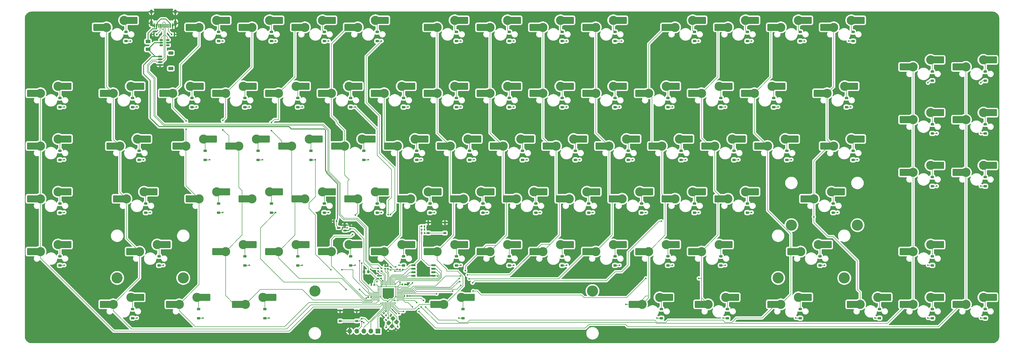
<source format=gbr>
%TF.GenerationSoftware,KiCad,Pcbnew,8.0.3*%
%TF.CreationDate,2024-09-05T06:55:27+12:00*%
%TF.ProjectId,test2,74657374-322e-46b6-9963-61645f706362,rev?*%
%TF.SameCoordinates,Original*%
%TF.FileFunction,Copper,L2,Bot*%
%TF.FilePolarity,Positive*%
%FSLAX46Y46*%
G04 Gerber Fmt 4.6, Leading zero omitted, Abs format (unit mm)*
G04 Created by KiCad (PCBNEW 8.0.3) date 2024-09-05 06:55:27*
%MOMM*%
%LPD*%
G01*
G04 APERTURE LIST*
G04 Aperture macros list*
%AMRoundRect*
0 Rectangle with rounded corners*
0 $1 Rounding radius*
0 $2 $3 $4 $5 $6 $7 $8 $9 X,Y pos of 4 corners*
0 Add a 4 corners polygon primitive as box body*
4,1,4,$2,$3,$4,$5,$6,$7,$8,$9,$2,$3,0*
0 Add four circle primitives for the rounded corners*
1,1,$1+$1,$2,$3*
1,1,$1+$1,$4,$5*
1,1,$1+$1,$6,$7*
1,1,$1+$1,$8,$9*
0 Add four rect primitives between the rounded corners*
20,1,$1+$1,$2,$3,$4,$5,0*
20,1,$1+$1,$4,$5,$6,$7,0*
20,1,$1+$1,$6,$7,$8,$9,0*
20,1,$1+$1,$8,$9,$2,$3,0*%
%AMRotRect*
0 Rectangle, with rotation*
0 The origin of the aperture is its center*
0 $1 length*
0 $2 width*
0 $3 Rotation angle, in degrees counterclockwise*
0 Add horizontal line*
21,1,$1,$2,0,0,$3*%
G04 Aperture macros list end*
%TA.AperFunction,ComponentPad*%
%ADD10C,4.000000*%
%TD*%
%TA.AperFunction,ComponentPad*%
%ADD11C,3.300000*%
%TD*%
%TA.AperFunction,SMDPad,CuDef*%
%ADD12R,1.650000X2.500000*%
%TD*%
%TA.AperFunction,SMDPad,CuDef*%
%ADD13RoundRect,0.250000X1.025000X1.000000X-1.025000X1.000000X-1.025000X-1.000000X1.025000X-1.000000X0*%
%TD*%
%TA.AperFunction,SMDPad,CuDef*%
%ADD14RoundRect,0.225000X0.375000X-0.225000X0.375000X0.225000X-0.375000X0.225000X-0.375000X-0.225000X0*%
%TD*%
%TA.AperFunction,SMDPad,CuDef*%
%ADD15RoundRect,0.150000X0.512500X0.150000X-0.512500X0.150000X-0.512500X-0.150000X0.512500X-0.150000X0*%
%TD*%
%TA.AperFunction,SMDPad,CuDef*%
%ADD16RoundRect,0.135000X-0.135000X-0.185000X0.135000X-0.185000X0.135000X0.185000X-0.135000X0.185000X0*%
%TD*%
%TA.AperFunction,SMDPad,CuDef*%
%ADD17RoundRect,0.135000X0.035355X-0.226274X0.226274X-0.035355X-0.035355X0.226274X-0.226274X0.035355X0*%
%TD*%
%TA.AperFunction,SMDPad,CuDef*%
%ADD18RoundRect,0.140000X0.140000X0.170000X-0.140000X0.170000X-0.140000X-0.170000X0.140000X-0.170000X0*%
%TD*%
%TA.AperFunction,SMDPad,CuDef*%
%ADD19RotRect,1.400000X1.200000X45.000000*%
%TD*%
%TA.AperFunction,SMDPad,CuDef*%
%ADD20RoundRect,0.140000X0.170000X-0.140000X0.170000X0.140000X-0.170000X0.140000X-0.170000X-0.140000X0*%
%TD*%
%TA.AperFunction,SMDPad,CuDef*%
%ADD21RoundRect,0.140000X-0.219203X-0.021213X-0.021213X-0.219203X0.219203X0.021213X0.021213X0.219203X0*%
%TD*%
%TA.AperFunction,SMDPad,CuDef*%
%ADD22R,0.600000X1.450000*%
%TD*%
%TA.AperFunction,SMDPad,CuDef*%
%ADD23R,0.300000X1.450000*%
%TD*%
%TA.AperFunction,ComponentPad*%
%ADD24O,1.000000X1.600000*%
%TD*%
%TA.AperFunction,ComponentPad*%
%ADD25O,1.000000X2.100000*%
%TD*%
%TA.AperFunction,SMDPad,CuDef*%
%ADD26RoundRect,0.140000X-0.021213X0.219203X-0.219203X0.021213X0.021213X-0.219203X0.219203X-0.021213X0*%
%TD*%
%TA.AperFunction,SMDPad,CuDef*%
%ADD27RoundRect,0.150000X0.650000X0.150000X-0.650000X0.150000X-0.650000X-0.150000X0.650000X-0.150000X0*%
%TD*%
%TA.AperFunction,SMDPad,CuDef*%
%ADD28R,1.000000X0.750000*%
%TD*%
%TA.AperFunction,SMDPad,CuDef*%
%ADD29RoundRect,0.150000X0.475000X0.150000X-0.475000X0.150000X-0.475000X-0.150000X0.475000X-0.150000X0*%
%TD*%
%TA.AperFunction,SMDPad,CuDef*%
%ADD30RoundRect,0.150000X-0.625000X0.150000X-0.625000X-0.150000X0.625000X-0.150000X0.625000X0.150000X0*%
%TD*%
%TA.AperFunction,SMDPad,CuDef*%
%ADD31RoundRect,0.250000X-0.650000X0.350000X-0.650000X-0.350000X0.650000X-0.350000X0.650000X0.350000X0*%
%TD*%
%TA.AperFunction,ComponentPad*%
%ADD32R,1.700000X1.700000*%
%TD*%
%TA.AperFunction,ComponentPad*%
%ADD33O,1.700000X1.700000*%
%TD*%
%TA.AperFunction,SMDPad,CuDef*%
%ADD34RoundRect,0.225000X0.225000X0.250000X-0.225000X0.250000X-0.225000X-0.250000X0.225000X-0.250000X0*%
%TD*%
%TA.AperFunction,SMDPad,CuDef*%
%ADD35RoundRect,0.135000X0.185000X-0.135000X0.185000X0.135000X-0.185000X0.135000X-0.185000X-0.135000X0*%
%TD*%
%TA.AperFunction,SMDPad,CuDef*%
%ADD36RoundRect,0.140000X-0.140000X-0.170000X0.140000X-0.170000X0.140000X0.170000X-0.140000X0.170000X0*%
%TD*%
%TA.AperFunction,SMDPad,CuDef*%
%ADD37RoundRect,0.050000X0.387500X0.050000X-0.387500X0.050000X-0.387500X-0.050000X0.387500X-0.050000X0*%
%TD*%
%TA.AperFunction,SMDPad,CuDef*%
%ADD38RoundRect,0.050000X0.050000X0.387500X-0.050000X0.387500X-0.050000X-0.387500X0.050000X-0.387500X0*%
%TD*%
%TA.AperFunction,HeatsinkPad*%
%ADD39R,3.200000X3.200000*%
%TD*%
%TA.AperFunction,SMDPad,CuDef*%
%ADD40RoundRect,0.135000X-0.185000X0.135000X-0.185000X-0.135000X0.185000X-0.135000X0.185000X0.135000X0*%
%TD*%
%TA.AperFunction,SMDPad,CuDef*%
%ADD41RoundRect,0.250000X-0.625000X0.375000X-0.625000X-0.375000X0.625000X-0.375000X0.625000X0.375000X0*%
%TD*%
%TA.AperFunction,ViaPad*%
%ADD42C,0.600000*%
%TD*%
%TA.AperFunction,Conductor*%
%ADD43C,0.200000*%
%TD*%
%TA.AperFunction,Conductor*%
%ADD44C,0.300000*%
%TD*%
%TA.AperFunction,Conductor*%
%ADD45C,0.381000*%
%TD*%
G04 APERTURE END LIST*
D10*
X319087500Y-92710000D03*
X295275000Y-92710000D03*
X123624134Y-116489112D03*
X223636634Y-116489112D03*
X76200000Y-111760000D03*
X52387500Y-111760000D03*
X314325000Y-111760000D03*
X290512500Y-111760000D03*
D11*
X291465000Y-121285000D03*
D12*
X289640000Y-121285000D03*
D13*
X287915000Y-121285000D03*
X301365000Y-118745000D03*
D12*
X299615000Y-118745000D03*
D11*
X297815000Y-118745000D03*
D14*
X136525000Y-50068750D03*
X136525000Y-46768750D03*
X107950000Y-88168750D03*
X107950000Y-84868750D03*
X288925000Y-50068750D03*
X288925000Y-46768750D03*
D11*
X308133750Y-45085000D03*
D12*
X306308750Y-45085000D03*
D13*
X304583750Y-45085000D03*
X318033750Y-42545000D03*
D12*
X316283750Y-42545000D03*
D11*
X314483750Y-42545000D03*
D14*
X255587500Y-69118750D03*
X255587500Y-65818750D03*
D11*
X170021250Y-121285000D03*
D12*
X168196250Y-121285000D03*
D13*
X166471250Y-121285000D03*
X179921250Y-118745000D03*
D12*
X178171250Y-118745000D03*
D11*
X176371250Y-118745000D03*
D15*
X134487500Y-92712500D03*
X134487500Y-94612500D03*
X132212500Y-93662500D03*
D14*
X31750000Y-88168750D03*
X31750000Y-84868750D03*
D11*
X291465000Y-21272500D03*
D12*
X289640000Y-21272500D03*
D13*
X287915000Y-21272500D03*
X301365000Y-18732500D03*
D12*
X299615000Y-18732500D03*
D11*
X297815000Y-18732500D03*
D14*
X155575000Y-50068750D03*
X155575000Y-46768750D03*
D11*
X167640000Y-45085000D03*
D12*
X165815000Y-45085000D03*
D13*
X164090000Y-45085000D03*
X177540000Y-42545000D03*
D12*
X175790000Y-42545000D03*
D11*
X173990000Y-42545000D03*
D16*
X72005002Y-23812500D03*
X73025000Y-23812500D03*
X65655002Y-23812500D03*
X66675000Y-23812500D03*
D11*
X134302500Y-64135000D03*
D12*
X132477500Y-64135000D03*
D13*
X130752500Y-64135000D03*
X144202500Y-61595000D03*
D12*
X142452500Y-61595000D03*
D11*
X140652500Y-61595000D03*
X148590000Y-45085000D03*
D12*
X146765000Y-45085000D03*
D13*
X145040000Y-45085000D03*
X158490000Y-42545000D03*
D12*
X156740000Y-42545000D03*
D11*
X154940000Y-42545000D03*
D14*
X317500000Y-69118750D03*
X317500000Y-65818750D03*
D11*
X74771250Y-121285000D03*
D12*
X72946250Y-121285000D03*
D13*
X71221250Y-121285000D03*
X84671250Y-118745000D03*
D12*
X82921250Y-118745000D03*
D11*
X81121250Y-118745000D03*
D14*
X248443750Y-126268750D03*
X248443750Y-122968750D03*
D11*
X265271250Y-121285000D03*
D12*
X263446250Y-121285000D03*
D13*
X261721250Y-121285000D03*
X275171250Y-118745000D03*
D12*
X273421250Y-118745000D03*
D11*
X271621250Y-118745000D03*
X120015000Y-83185000D03*
D12*
X118190000Y-83185000D03*
D13*
X116465000Y-83185000D03*
X129915000Y-80645000D03*
D12*
X128165000Y-80645000D03*
D11*
X126365000Y-80645000D03*
X167640000Y-102235000D03*
D12*
X165815000Y-102235000D03*
D13*
X164090000Y-102235000D03*
X177540000Y-99695000D03*
D12*
X175790000Y-99695000D03*
D11*
X173990000Y-99695000D03*
D14*
X98425000Y-50068750D03*
X98425000Y-46768750D03*
D11*
X272415000Y-21272500D03*
D12*
X270590000Y-21272500D03*
D13*
X268865000Y-21272500D03*
X282315000Y-18732500D03*
D12*
X280565000Y-18732500D03*
D11*
X278765000Y-18732500D03*
X243840000Y-102235000D03*
D12*
X242015000Y-102235000D03*
D13*
X240290000Y-102235000D03*
X253740000Y-99695000D03*
D12*
X251990000Y-99695000D03*
D11*
X250190000Y-99695000D03*
D14*
X174625000Y-107218750D03*
X174625000Y-103918750D03*
D17*
X149223398Y-126925896D03*
X149944646Y-126204648D03*
D14*
X146050000Y-26256250D03*
X146050000Y-22956250D03*
D11*
X186690000Y-102235000D03*
D12*
X184865000Y-102235000D03*
D13*
X183140000Y-102235000D03*
X196590000Y-99695000D03*
D12*
X194840000Y-99695000D03*
D11*
X193040000Y-99695000D03*
X267652500Y-64135000D03*
D12*
X265827500Y-64135000D03*
D13*
X264102500Y-64135000D03*
X277552500Y-61595000D03*
D12*
X275802500Y-61595000D03*
D11*
X274002500Y-61595000D03*
D14*
X212725000Y-50068750D03*
X212725000Y-46768750D03*
X179387500Y-69118750D03*
X179387500Y-65818750D03*
X165100000Y-88168750D03*
X165100000Y-84868750D03*
X236537500Y-69118750D03*
X236537500Y-65818750D03*
X346075000Y-126268750D03*
X346075000Y-122968750D03*
X346075000Y-107218750D03*
X346075000Y-103918750D03*
X88900000Y-88168750D03*
X88900000Y-84868750D03*
X212725000Y-107218750D03*
X212725000Y-103918750D03*
D18*
X144942500Y-114300000D03*
X143982500Y-114300000D03*
D14*
X57943750Y-126268750D03*
X57943750Y-122968750D03*
X317500000Y-26256250D03*
X317500000Y-22956250D03*
D11*
X339090000Y-121285000D03*
D12*
X337265000Y-121285000D03*
D13*
X335540000Y-121285000D03*
X348990000Y-118745000D03*
D12*
X347240000Y-118745000D03*
D11*
X345440000Y-118745000D03*
X205740000Y-45085000D03*
D12*
X203915000Y-45085000D03*
D13*
X202190000Y-45085000D03*
X215640000Y-42545000D03*
D12*
X213890000Y-42545000D03*
D11*
X212090000Y-42545000D03*
X100965000Y-21272500D03*
D12*
X99140000Y-21272500D03*
D13*
X97415000Y-21272500D03*
X110865000Y-18732500D03*
D12*
X109115000Y-18732500D03*
D11*
X107315000Y-18732500D03*
D14*
X365125000Y-40543750D03*
X365125000Y-37243750D03*
D18*
X143853328Y-118698058D03*
X142893328Y-118698058D03*
D14*
X212725000Y-26256250D03*
X212725000Y-22956250D03*
D11*
X91440000Y-45085000D03*
D12*
X89615000Y-45085000D03*
D13*
X87890000Y-45085000D03*
X101340000Y-42545000D03*
D12*
X99590000Y-42545000D03*
D11*
X97790000Y-42545000D03*
X253365000Y-21272500D03*
D12*
X251540000Y-21272500D03*
D13*
X249815000Y-21272500D03*
X263265000Y-18732500D03*
D12*
X261515000Y-18732500D03*
D11*
X259715000Y-18732500D03*
D14*
X231775000Y-107218750D03*
X231775000Y-103918750D03*
D11*
X186690000Y-21272500D03*
D12*
X184865000Y-21272500D03*
D13*
X183140000Y-21272500D03*
X196590000Y-18732500D03*
D12*
X194840000Y-18732500D03*
D11*
X193040000Y-18732500D03*
D19*
X150227392Y-127970527D03*
X151783027Y-126414892D03*
X152985108Y-127616973D03*
X151429473Y-129172608D03*
D14*
X174625000Y-26256250D03*
X174625000Y-22956250D03*
D11*
X215265000Y-83185000D03*
D12*
X213440000Y-83185000D03*
D13*
X211715000Y-83185000D03*
X225165000Y-80645000D03*
D12*
X223415000Y-80645000D03*
D11*
X221615000Y-80645000D03*
D14*
X203200000Y-88168750D03*
X203200000Y-84868750D03*
D11*
X358140000Y-54610000D03*
D12*
X356315000Y-54610000D03*
D13*
X354590000Y-54610000D03*
X368040000Y-52070000D03*
D12*
X366290000Y-52070000D03*
D11*
X364490000Y-52070000D03*
X310515000Y-64135000D03*
D12*
X308690000Y-64135000D03*
D13*
X306965000Y-64135000D03*
X320415000Y-61595000D03*
D12*
X318665000Y-61595000D03*
D11*
X316865000Y-61595000D03*
X210502500Y-64135000D03*
D12*
X208677500Y-64135000D03*
D13*
X206952500Y-64135000D03*
X220402500Y-61595000D03*
D12*
X218652500Y-61595000D03*
D11*
X216852500Y-61595000D03*
D14*
X184150000Y-88168750D03*
X184150000Y-84868750D03*
D11*
X286702500Y-64135000D03*
D12*
X284877500Y-64135000D03*
D13*
X283152500Y-64135000D03*
X296602500Y-61595000D03*
D12*
X294852500Y-61595000D03*
D11*
X293052500Y-61595000D03*
D14*
X31750000Y-69118750D03*
X31750000Y-65818750D03*
D11*
X50958750Y-121285000D03*
D12*
X49133750Y-121285000D03*
D13*
X47408750Y-121285000D03*
X60858750Y-118745000D03*
D12*
X59108750Y-118745000D03*
D11*
X57308750Y-118745000D03*
D14*
X105568750Y-126268750D03*
X105568750Y-122968750D03*
D20*
X147413808Y-111948098D03*
X147413808Y-110988098D03*
D14*
X231775000Y-50068750D03*
X231775000Y-46768750D03*
D21*
X149301914Y-129584376D03*
X149980736Y-130263198D03*
D11*
X248602500Y-64135000D03*
D12*
X246777500Y-64135000D03*
D13*
X245052500Y-64135000D03*
X258502500Y-61595000D03*
D12*
X256752500Y-61595000D03*
D11*
X254952500Y-61595000D03*
X158115000Y-83185000D03*
D12*
X156290000Y-83185000D03*
D13*
X154565000Y-83185000D03*
X168015000Y-80645000D03*
D12*
X166265000Y-80645000D03*
D11*
X164465000Y-80645000D03*
D14*
X155575000Y-107218750D03*
X155575000Y-103918750D03*
X222250000Y-88168750D03*
X222250000Y-84868750D03*
D11*
X205740000Y-102235000D03*
D12*
X203915000Y-102235000D03*
D13*
X202190000Y-102235000D03*
X215640000Y-99695000D03*
D12*
X213890000Y-99695000D03*
D11*
X212090000Y-99695000D03*
D14*
X346075000Y-59593750D03*
X346075000Y-56293750D03*
D11*
X224790000Y-102235000D03*
D12*
X222965000Y-102235000D03*
D13*
X221240000Y-102235000D03*
X234690000Y-99695000D03*
D12*
X232940000Y-99695000D03*
D11*
X231140000Y-99695000D03*
X281940000Y-45085000D03*
D12*
X280115000Y-45085000D03*
D13*
X278390000Y-45085000D03*
X291840000Y-42545000D03*
D12*
X290090000Y-42545000D03*
D11*
X288290000Y-42545000D03*
D22*
X65806250Y-20713750D03*
X66606250Y-20713750D03*
D23*
X67806250Y-20713750D03*
X68806250Y-20713750D03*
X69306250Y-20713750D03*
X70306250Y-20713750D03*
D22*
X71506250Y-20713750D03*
X72306250Y-20713750D03*
X72306250Y-20713750D03*
X71506250Y-20713750D03*
D23*
X70806250Y-20713750D03*
X69806250Y-20713750D03*
X68306250Y-20713750D03*
X67306250Y-20713750D03*
D22*
X66606250Y-20713750D03*
X65806250Y-20713750D03*
D24*
X64736250Y-15618750D03*
D25*
X64736250Y-19798750D03*
D24*
X73376250Y-15618750D03*
D25*
X73376250Y-19798750D03*
D14*
X62706250Y-88168750D03*
X62706250Y-84868750D03*
D26*
X149230504Y-125299489D03*
X148551682Y-125978311D03*
D14*
X193675000Y-26256250D03*
X193675000Y-22956250D03*
X279400000Y-26256250D03*
X279400000Y-22956250D03*
D11*
X303371250Y-83185000D03*
D12*
X301546250Y-83185000D03*
D13*
X299821250Y-83185000D03*
X313271250Y-80645000D03*
D12*
X311521250Y-80645000D03*
D11*
X309721250Y-80645000D03*
X339090000Y-73660000D03*
D12*
X337265000Y-73660000D03*
D13*
X335540000Y-73660000D03*
X348990000Y-71120000D03*
D12*
X347240000Y-71120000D03*
D11*
X345440000Y-71120000D03*
D14*
X260350000Y-88168750D03*
X260350000Y-84868750D03*
D11*
X196215000Y-83185000D03*
D12*
X194390000Y-83185000D03*
D13*
X192665000Y-83185000D03*
X206115000Y-80645000D03*
D12*
X204365000Y-80645000D03*
D11*
X202565000Y-80645000D03*
D14*
X117475000Y-107218750D03*
X117475000Y-103918750D03*
D26*
X153476911Y-129348089D03*
X152798089Y-130026911D03*
D14*
X310356250Y-88168750D03*
X310356250Y-84868750D03*
D18*
X131448750Y-91281250D03*
X130488750Y-91281250D03*
D14*
X272256250Y-126268750D03*
X272256250Y-122968750D03*
D11*
X177165000Y-83185000D03*
D12*
X175340000Y-83185000D03*
D13*
X173615000Y-83185000D03*
X187065000Y-80645000D03*
D12*
X185315000Y-80645000D03*
D11*
X183515000Y-80645000D03*
D14*
X274637500Y-69118750D03*
X274637500Y-65818750D03*
X217487500Y-69118750D03*
X217487500Y-65818750D03*
D11*
X358140000Y-121285000D03*
D12*
X356315000Y-121285000D03*
D13*
X354590000Y-121285000D03*
X368040000Y-118745000D03*
D12*
X366290000Y-118745000D03*
D11*
X364490000Y-118745000D03*
X205740000Y-21272500D03*
D12*
X203915000Y-21272500D03*
D13*
X202190000Y-21272500D03*
X215640000Y-18732500D03*
D12*
X213890000Y-18732500D03*
D11*
X212090000Y-18732500D03*
D14*
X31750000Y-107218750D03*
X31750000Y-103918750D03*
X88900000Y-26256250D03*
X88900000Y-22956250D03*
D27*
X166318750Y-107174100D03*
X166318750Y-108444100D03*
X166318750Y-109714100D03*
X166318750Y-110984100D03*
X159118750Y-110984100D03*
X159118750Y-109714100D03*
X159118750Y-108444100D03*
X159118750Y-107174100D03*
D11*
X229552500Y-64135000D03*
D12*
X227727500Y-64135000D03*
D13*
X226002500Y-64135000D03*
X239452500Y-61595000D03*
D12*
X237702500Y-61595000D03*
D11*
X235902500Y-61595000D03*
X191452500Y-64135000D03*
D12*
X189627500Y-64135000D03*
D13*
X187902500Y-64135000D03*
X201352500Y-61595000D03*
D12*
X199602500Y-61595000D03*
D11*
X197802500Y-61595000D03*
D20*
X146408863Y-111953588D03*
X146408863Y-110993588D03*
D11*
X24765000Y-45085000D03*
D12*
X22940000Y-45085000D03*
D13*
X21215000Y-45085000D03*
X34665000Y-42545000D03*
D12*
X32915000Y-42545000D03*
D11*
X31115000Y-42545000D03*
D14*
X269875000Y-50068750D03*
X269875000Y-46768750D03*
D11*
X253365000Y-83185000D03*
D12*
X251540000Y-83185000D03*
D13*
X249815000Y-83185000D03*
X263265000Y-80645000D03*
D12*
X261515000Y-80645000D03*
D11*
X259715000Y-80645000D03*
X262890000Y-45085000D03*
D12*
X261065000Y-45085000D03*
D13*
X259340000Y-45085000D03*
X272790000Y-42545000D03*
D12*
X271040000Y-42545000D03*
D11*
X269240000Y-42545000D03*
X358140000Y-73660000D03*
D12*
X356315000Y-73660000D03*
D13*
X354590000Y-73660000D03*
X368040000Y-71120000D03*
D12*
X366290000Y-71120000D03*
D11*
X364490000Y-71120000D03*
X262890000Y-102235000D03*
D12*
X261065000Y-102235000D03*
D13*
X259340000Y-102235000D03*
X272790000Y-99695000D03*
D12*
X271040000Y-99695000D03*
D11*
X269240000Y-99695000D03*
D14*
X241300000Y-88168750D03*
X241300000Y-84868750D03*
X250825000Y-107218750D03*
X250825000Y-103918750D03*
X305593750Y-107218750D03*
X305593750Y-103918750D03*
X117475000Y-50068750D03*
X117475000Y-46768750D03*
D11*
X172402500Y-64135000D03*
D12*
X170577500Y-64135000D03*
D13*
X168852500Y-64135000D03*
X182302500Y-61595000D03*
D12*
X180552500Y-61595000D03*
D11*
X178752500Y-61595000D03*
X81915000Y-21272500D03*
D12*
X80090000Y-21272500D03*
D13*
X78365000Y-21272500D03*
X91815000Y-18732500D03*
D12*
X90065000Y-18732500D03*
D11*
X88265000Y-18732500D03*
X320040000Y-121285000D03*
D12*
X318215000Y-121285000D03*
D13*
X316490000Y-121285000D03*
X329940000Y-118745000D03*
D12*
X328190000Y-118745000D03*
D11*
X326390000Y-118745000D03*
D14*
X136525000Y-107218750D03*
X136525000Y-103918750D03*
X315118750Y-50068750D03*
X315118750Y-46768750D03*
X60325000Y-69118750D03*
X60325000Y-65818750D03*
D11*
X50958750Y-45085000D03*
D12*
X49133750Y-45085000D03*
D13*
X47408750Y-45085000D03*
X60858750Y-42545000D03*
D12*
X59108750Y-42545000D03*
D11*
X57308750Y-42545000D03*
D14*
X57943750Y-50068750D03*
X57943750Y-46768750D03*
D11*
X100965000Y-83185000D03*
D12*
X99140000Y-83185000D03*
D13*
X97415000Y-83185000D03*
X110865000Y-80645000D03*
D12*
X109115000Y-80645000D03*
D11*
X107315000Y-80645000D03*
X339090000Y-102235000D03*
D12*
X337265000Y-102235000D03*
D13*
X335540000Y-102235000D03*
X348990000Y-99695000D03*
D12*
X347240000Y-99695000D03*
D11*
X345440000Y-99695000D03*
X81915000Y-83185000D03*
D12*
X80090000Y-83185000D03*
D13*
X78365000Y-83185000D03*
X91815000Y-80645000D03*
D12*
X90065000Y-80645000D03*
D11*
X88265000Y-80645000D03*
X96202500Y-64135000D03*
D12*
X94377500Y-64135000D03*
D13*
X92652500Y-64135000D03*
X106102500Y-61595000D03*
D12*
X104352500Y-61595000D03*
D11*
X102552500Y-61595000D03*
D28*
X170481250Y-91787500D03*
X164481250Y-91787500D03*
X170481250Y-95537500D03*
X164481250Y-95537500D03*
D11*
X272415000Y-83185000D03*
D12*
X270590000Y-83185000D03*
D13*
X268865000Y-83185000D03*
X282315000Y-80645000D03*
D12*
X280565000Y-80645000D03*
D11*
X278765000Y-80645000D03*
X139065000Y-21272500D03*
D12*
X137240000Y-21272500D03*
D13*
X135515000Y-21272500D03*
X148965000Y-18732500D03*
D12*
X147215000Y-18732500D03*
D11*
X145415000Y-18732500D03*
D14*
X250825000Y-50068750D03*
X250825000Y-46768750D03*
X31750000Y-50068750D03*
X31750000Y-46768750D03*
D11*
X60483750Y-102235000D03*
D12*
X58658750Y-102235000D03*
D13*
X56933750Y-102235000D03*
X70383750Y-99695000D03*
D12*
X68633750Y-99695000D03*
D11*
X66833750Y-99695000D03*
D14*
X81756250Y-126268750D03*
X81756250Y-122968750D03*
D11*
X110490000Y-102235000D03*
D12*
X108665000Y-102235000D03*
D13*
X106940000Y-102235000D03*
X120390000Y-99695000D03*
D12*
X118640000Y-99695000D03*
D11*
X116840000Y-99695000D03*
X339090000Y-54610000D03*
D12*
X337265000Y-54610000D03*
D13*
X335540000Y-54610000D03*
X348990000Y-52070000D03*
D12*
X347240000Y-52070000D03*
D11*
X345440000Y-52070000D03*
D29*
X70643750Y-25881250D03*
X70643750Y-26831250D03*
X70643750Y-27781250D03*
X68293750Y-27781250D03*
X68293750Y-26831250D03*
X68293750Y-25881250D03*
D11*
X98583750Y-121285000D03*
D12*
X96758750Y-121285000D03*
D13*
X95033750Y-121285000D03*
X108483750Y-118745000D03*
D12*
X106733750Y-118745000D03*
D11*
X104933750Y-118745000D03*
X91440000Y-102235000D03*
D12*
X89615000Y-102235000D03*
D13*
X87890000Y-102235000D03*
X101340000Y-99695000D03*
D12*
X99590000Y-99695000D03*
D11*
X97790000Y-99695000D03*
D14*
X107950000Y-26256250D03*
X107950000Y-22956250D03*
X55562500Y-26256250D03*
X55562500Y-22956250D03*
D28*
X138731250Y-123537500D03*
X132731250Y-123537500D03*
X138731250Y-127287500D03*
X132731250Y-127287500D03*
D14*
X193675000Y-107218750D03*
X193675000Y-103918750D03*
D30*
X67850000Y-31837500D03*
X67850000Y-32837500D03*
X67850000Y-33837500D03*
X67850000Y-34837500D03*
D31*
X71725000Y-30537500D03*
X71725000Y-36137500D03*
D14*
X67468750Y-107218750D03*
X67468750Y-103918750D03*
D11*
X358140000Y-35560000D03*
D12*
X356315000Y-35560000D03*
D13*
X354590000Y-35560000D03*
X368040000Y-33020000D03*
D12*
X366290000Y-33020000D03*
D11*
X364490000Y-33020000D03*
D14*
X365125000Y-59593750D03*
X365125000Y-56293750D03*
D11*
X339090000Y-35560000D03*
D12*
X337265000Y-35560000D03*
D13*
X335540000Y-35560000D03*
X348990000Y-33020000D03*
D12*
X347240000Y-33020000D03*
D11*
X345440000Y-33020000D03*
D20*
X149925728Y-108423313D03*
X149925728Y-107463313D03*
D32*
X146362500Y-130968750D03*
D33*
X143822500Y-130968750D03*
X141282501Y-130968750D03*
X138742500Y-130968750D03*
X136202500Y-130968750D03*
D11*
X139065000Y-83185000D03*
D12*
X137240000Y-83185000D03*
D13*
X135515000Y-83185000D03*
X148965000Y-80645000D03*
D12*
X147215000Y-80645000D03*
D11*
X145415000Y-80645000D03*
D14*
X365125000Y-78643750D03*
X365125000Y-75343750D03*
D16*
X162065001Y-93075000D03*
X163084999Y-93075000D03*
D14*
X231775000Y-26256250D03*
X231775000Y-22956250D03*
X293687500Y-69118750D03*
X293687500Y-65818750D03*
D11*
X77152500Y-64135000D03*
D12*
X75327500Y-64135000D03*
D13*
X73602500Y-64135000D03*
X87052500Y-61595000D03*
D12*
X85302500Y-61595000D03*
D11*
X83502500Y-61595000D03*
X298608750Y-102235000D03*
D12*
X296783750Y-102235000D03*
D13*
X295058750Y-102235000D03*
X308508750Y-99695000D03*
D12*
X306758750Y-99695000D03*
D11*
X304958750Y-99695000D03*
X24765000Y-102235000D03*
D12*
X22940000Y-102235000D03*
D13*
X21215000Y-102235000D03*
X34665000Y-99695000D03*
D12*
X32915000Y-99695000D03*
D11*
X31115000Y-99695000D03*
D14*
X279400000Y-88168750D03*
X279400000Y-84868750D03*
D16*
X162065001Y-94275000D03*
X163084999Y-94275000D03*
D11*
X129540000Y-45085000D03*
D12*
X127715000Y-45085000D03*
D13*
X125990000Y-45085000D03*
X139440000Y-42545000D03*
D12*
X137690000Y-42545000D03*
D11*
X135890000Y-42545000D03*
X234315000Y-83185000D03*
D12*
X232490000Y-83185000D03*
D13*
X230765000Y-83185000D03*
X244215000Y-80645000D03*
D12*
X242465000Y-80645000D03*
D11*
X240665000Y-80645000D03*
X224790000Y-21272500D03*
D12*
X222965000Y-21272500D03*
D13*
X221240000Y-21272500D03*
X234690000Y-18732500D03*
D12*
X232940000Y-18732500D03*
D11*
X231140000Y-18732500D03*
D14*
X298450000Y-126268750D03*
X298450000Y-122968750D03*
D11*
X148590000Y-102235000D03*
D12*
X146765000Y-102235000D03*
D13*
X145040000Y-102235000D03*
X158490000Y-99695000D03*
D12*
X156740000Y-99695000D03*
D11*
X154940000Y-99695000D03*
D16*
X162065001Y-95529520D03*
X163084999Y-95529520D03*
D11*
X53340000Y-64135000D03*
D12*
X51515000Y-64135000D03*
D13*
X49790000Y-64135000D03*
X63240000Y-61595000D03*
D12*
X61490000Y-61595000D03*
D11*
X59690000Y-61595000D03*
D26*
X148459448Y-124550919D03*
X147780626Y-125229741D03*
D14*
X193675000Y-50068750D03*
X193675000Y-46768750D03*
X260350000Y-26256250D03*
X260350000Y-22956250D03*
D11*
X24765000Y-64135000D03*
D12*
X22940000Y-64135000D03*
D13*
X21215000Y-64135000D03*
X34665000Y-61595000D03*
D12*
X32915000Y-61595000D03*
D11*
X31115000Y-61595000D03*
X120015000Y-21272500D03*
D12*
X118190000Y-21272500D03*
D13*
X116465000Y-21272500D03*
X129915000Y-18732500D03*
D12*
X128165000Y-18732500D03*
D11*
X126365000Y-18732500D03*
X55721250Y-83185000D03*
D12*
X53896250Y-83185000D03*
D13*
X52171250Y-83185000D03*
X65621250Y-80645000D03*
D12*
X63871250Y-80645000D03*
D11*
X62071250Y-80645000D03*
D14*
X122237500Y-69118750D03*
X122237500Y-65818750D03*
D34*
X142856250Y-109537500D03*
X141306250Y-109537500D03*
D11*
X241458750Y-121285000D03*
D12*
X239633750Y-121285000D03*
D13*
X237908750Y-121285000D03*
X251358750Y-118745000D03*
D12*
X249608750Y-118745000D03*
D11*
X247808750Y-118745000D03*
D14*
X141287500Y-69118750D03*
X141287500Y-65818750D03*
D11*
X224790000Y-45085000D03*
D12*
X222965000Y-45085000D03*
D13*
X221240000Y-45085000D03*
X234690000Y-42545000D03*
D12*
X232940000Y-42545000D03*
D11*
X231140000Y-42545000D03*
D18*
X155261250Y-108743750D03*
X154301250Y-108743750D03*
D11*
X24765000Y-83185000D03*
D12*
X22940000Y-83185000D03*
D13*
X21215000Y-83185000D03*
X34665000Y-80645000D03*
D12*
X32915000Y-80645000D03*
D11*
X31115000Y-80645000D03*
D14*
X174625000Y-50068750D03*
X174625000Y-46768750D03*
X177006250Y-126268750D03*
X177006250Y-122968750D03*
D35*
X147637500Y-109253749D03*
X147637500Y-108233751D03*
D11*
X186690000Y-45085000D03*
D12*
X184865000Y-45085000D03*
D13*
X183140000Y-45085000D03*
X196590000Y-42545000D03*
D12*
X194840000Y-42545000D03*
D11*
X193040000Y-42545000D03*
D14*
X84137500Y-69118750D03*
X84137500Y-65818750D03*
X79375000Y-50068750D03*
X79375000Y-46768750D03*
X298450000Y-26256250D03*
X298450000Y-22956250D03*
X160337500Y-69118750D03*
X160337500Y-65818750D03*
D36*
X155095000Y-114111666D03*
X156055000Y-114111666D03*
D11*
X153352500Y-64135000D03*
D12*
X151527500Y-64135000D03*
D13*
X149802500Y-64135000D03*
X163252500Y-61595000D03*
D12*
X161502500Y-61595000D03*
D11*
X159702500Y-61595000D03*
D14*
X98425000Y-107218750D03*
X98425000Y-103918750D03*
X365125000Y-126268750D03*
X365125000Y-122968750D03*
D11*
X167640000Y-21272500D03*
D12*
X165815000Y-21272500D03*
D13*
X164090000Y-21272500D03*
X177540000Y-18732500D03*
D12*
X175790000Y-18732500D03*
D11*
X173990000Y-18732500D03*
D37*
X153456250Y-114875000D03*
X153456250Y-115275000D03*
X153456250Y-115675000D03*
X153456250Y-116075000D03*
X153456250Y-116475000D03*
X153456250Y-116875000D03*
X153456250Y-117275000D03*
X153456250Y-117675000D03*
X153456250Y-118075000D03*
X153456250Y-118475000D03*
X153456250Y-118875000D03*
X153456250Y-119275000D03*
X153456250Y-119675000D03*
X153456250Y-120075000D03*
D38*
X152618750Y-120912500D03*
X152218750Y-120912500D03*
X151818750Y-120912500D03*
X151418750Y-120912500D03*
X151018750Y-120912500D03*
X150618750Y-120912500D03*
X150218750Y-120912500D03*
X149818750Y-120912500D03*
X149418750Y-120912500D03*
X149018750Y-120912500D03*
X148618750Y-120912500D03*
X148218750Y-120912500D03*
X147818750Y-120912500D03*
X147418750Y-120912500D03*
D37*
X146581250Y-120075000D03*
X146581250Y-119675000D03*
X146581250Y-119275000D03*
X146581250Y-118875000D03*
X146581250Y-118475000D03*
X146581250Y-118075000D03*
X146581250Y-117675000D03*
X146581250Y-117275000D03*
X146581250Y-116875000D03*
X146581250Y-116475000D03*
X146581250Y-116075000D03*
X146581250Y-115675000D03*
X146581250Y-115275000D03*
X146581250Y-114875000D03*
D38*
X147418750Y-114037500D03*
X147818750Y-114037500D03*
X148218750Y-114037500D03*
X148618750Y-114037500D03*
X149018750Y-114037500D03*
X149418750Y-114037500D03*
X149818750Y-114037500D03*
X150218750Y-114037500D03*
X150618750Y-114037500D03*
X151018750Y-114037500D03*
X151418750Y-114037500D03*
X151818750Y-114037500D03*
X152218750Y-114037500D03*
X152618750Y-114037500D03*
D39*
X150018750Y-117475000D03*
D14*
X346075000Y-78643750D03*
X346075000Y-75343750D03*
D11*
X48577500Y-21272500D03*
D12*
X46752500Y-21272500D03*
D13*
X45027500Y-21272500D03*
X58477500Y-18732500D03*
D12*
X56727500Y-18732500D03*
D11*
X54927500Y-18732500D03*
D14*
X198437500Y-69118750D03*
X198437500Y-65818750D03*
X127000000Y-26256250D03*
X127000000Y-22956250D03*
D20*
X148923458Y-108435000D03*
X148923458Y-107475000D03*
D14*
X146050000Y-88168750D03*
X146050000Y-84868750D03*
X127000000Y-88168750D03*
X127000000Y-84868750D03*
X269875000Y-107218750D03*
X269875000Y-103918750D03*
D20*
X136303350Y-94084178D03*
X136303350Y-93124178D03*
D11*
X115252500Y-64135000D03*
D12*
X113427500Y-64135000D03*
D13*
X111702500Y-64135000D03*
X125152500Y-61595000D03*
D12*
X123402500Y-61595000D03*
D11*
X121602500Y-61595000D03*
X110490000Y-45085000D03*
D12*
X108665000Y-45085000D03*
D13*
X106940000Y-45085000D03*
X120390000Y-42545000D03*
D12*
X118640000Y-42545000D03*
D11*
X116840000Y-42545000D03*
D14*
X327025000Y-126268750D03*
X327025000Y-122968750D03*
D11*
X243840000Y-45085000D03*
D12*
X242015000Y-45085000D03*
D13*
X240290000Y-45085000D03*
X253740000Y-42545000D03*
D12*
X251990000Y-42545000D03*
D11*
X250190000Y-42545000D03*
D40*
X146441251Y-108233751D03*
X146441251Y-109253749D03*
D35*
X140493750Y-127509999D03*
X140493750Y-126490001D03*
D14*
X346075000Y-40543750D03*
X346075000Y-37243750D03*
X103187500Y-69118750D03*
X103187500Y-65818750D03*
D36*
X155888750Y-118268750D03*
X156848750Y-118268750D03*
D11*
X129540000Y-102235000D03*
D12*
X127715000Y-102235000D03*
D13*
X125990000Y-102235000D03*
X139440000Y-99695000D03*
D12*
X137690000Y-99695000D03*
D11*
X135890000Y-99695000D03*
D41*
X63500000Y-26381251D03*
X63500000Y-29181249D03*
D11*
X310515000Y-21272500D03*
D12*
X308690000Y-21272500D03*
D13*
X306965000Y-21272500D03*
X320415000Y-18732500D03*
D12*
X318665000Y-18732500D03*
D11*
X316865000Y-18732500D03*
X72390000Y-45085000D03*
D12*
X70565000Y-45085000D03*
D13*
X68840000Y-45085000D03*
X82290000Y-42545000D03*
D12*
X80540000Y-42545000D03*
D11*
X78740000Y-42545000D03*
D42*
X152400000Y-130968750D03*
X151218750Y-116275000D03*
X65881250Y-24606250D03*
X157162500Y-114300000D03*
X157956250Y-118268750D03*
X153218750Y-108675000D03*
X148818750Y-116275000D03*
X135731250Y-123825000D03*
X150018750Y-117475000D03*
X151218750Y-118675000D03*
X134143750Y-130968750D03*
X141287500Y-111125000D03*
X172775000Y-94275000D03*
X143668750Y-113506250D03*
X151606249Y-123278062D03*
X73025000Y-24606250D03*
X164018750Y-111075000D03*
X136525000Y-129381250D03*
X152418750Y-119875000D03*
X167818750Y-111075000D03*
X150812500Y-130968750D03*
X149131978Y-106355813D03*
X146344334Y-110120392D03*
X147637500Y-127000000D03*
X150818750Y-125412500D03*
X142081250Y-119062500D03*
X66218750Y-34875000D03*
X134143750Y-92075000D03*
X135731250Y-92075000D03*
X148818750Y-118675000D03*
X130175000Y-92075000D03*
X147637500Y-26193750D03*
X195262500Y-26193750D03*
X57150000Y-26193750D03*
X214312500Y-26193750D03*
X280987500Y-26193750D03*
X140493750Y-106362500D03*
X300037500Y-26193750D03*
X150812500Y-88900000D03*
X176212500Y-26193750D03*
X128587500Y-26193750D03*
X234156250Y-26193750D03*
X90487500Y-26193750D03*
X261937500Y-26193750D03*
X315912500Y-26193750D03*
X109537500Y-26193750D03*
X176212500Y-50006250D03*
X316706250Y-50006250D03*
X214312500Y-50006250D03*
X290512500Y-50006250D03*
X59531250Y-50006250D03*
X150012497Y-88900000D03*
X363537500Y-41275000D03*
X252412500Y-50006250D03*
X233362500Y-50006250D03*
X119062500Y-50006250D03*
X33337500Y-50006250D03*
X344487500Y-41275000D03*
X157162500Y-50006250D03*
X271462500Y-50006250D03*
X100012500Y-50006250D03*
X195262500Y-50006250D03*
X138112500Y-50006250D03*
X80962500Y-50006250D03*
X139700000Y-105568750D03*
X295275000Y-69056250D03*
X33337500Y-69056250D03*
X161925000Y-69056250D03*
X61912500Y-69056250D03*
X133350000Y-108743750D03*
X123825000Y-69056250D03*
X238125000Y-69056250D03*
X347662500Y-59531250D03*
X363537500Y-59531250D03*
X219075000Y-69056250D03*
X180975000Y-69056250D03*
X129381250Y-108743750D03*
X104775000Y-69056250D03*
X142875000Y-69056250D03*
X257175000Y-69056250D03*
X276225000Y-69056250D03*
X85725000Y-69056250D03*
X200025000Y-69056250D03*
X319087500Y-69056250D03*
X261937500Y-88106250D03*
X128587500Y-88106250D03*
X363537500Y-78581250D03*
X280987500Y-88106250D03*
X64293750Y-88106250D03*
X166687500Y-88106250D03*
X242887500Y-88106250D03*
X185737500Y-88106250D03*
X33337500Y-88106250D03*
X223837500Y-88106250D03*
X90487500Y-88106250D03*
X204787500Y-88106250D03*
X311943750Y-88106250D03*
X134937500Y-115887500D03*
X147637500Y-88106250D03*
X109537500Y-88106250D03*
X139700000Y-115887500D03*
X347662500Y-78581250D03*
X153987500Y-107156250D03*
X69056250Y-107156250D03*
X252412500Y-107156250D03*
X195262500Y-107156250D03*
X155575000Y-123825000D03*
X344487500Y-107156250D03*
X307181250Y-107156250D03*
X100012500Y-107156250D03*
X214312500Y-107156250D03*
X271462500Y-107156250D03*
X33337500Y-107156250D03*
X138112500Y-107156250D03*
X119062500Y-107156250D03*
X176212500Y-107156250D03*
X233362500Y-107156250D03*
X270668750Y-126206250D03*
X153987500Y-124618750D03*
X363537500Y-126206250D03*
X296862500Y-126206250D03*
X83343750Y-126206250D03*
X344487500Y-126206250D03*
X325437500Y-126206250D03*
X107156250Y-126206250D03*
X175418750Y-126206250D03*
X246856250Y-126206250D03*
X59531250Y-126206250D03*
X77218750Y-55075000D03*
X77218750Y-58075000D03*
X90487500Y-58275000D03*
X90487500Y-54875000D03*
X107950000Y-58562500D03*
X107950000Y-55562500D03*
X138218750Y-89075000D03*
X137218750Y-96075000D03*
X177818750Y-109075000D03*
X176018750Y-111075000D03*
X178618750Y-110675000D03*
X175618750Y-111875000D03*
X175818750Y-113075000D03*
X179218750Y-112075000D03*
X235618750Y-121275000D03*
X167481250Y-117475000D03*
X242887500Y-111918750D03*
X261937500Y-111918750D03*
X173218750Y-116487500D03*
X180618750Y-116475000D03*
X162718750Y-119856250D03*
X163512500Y-122237500D03*
X180418750Y-113475000D03*
X176218750Y-114475000D03*
X303371250Y-89693750D03*
X248443750Y-91281250D03*
X158750000Y-113506250D03*
X152782078Y-107757028D03*
X161925000Y-122237500D03*
X160337500Y-120650000D03*
X158750000Y-122237500D03*
X161131250Y-123825000D03*
X141218750Y-127875000D03*
X154280390Y-113376516D03*
X152400000Y-109303781D03*
X146018750Y-113075000D03*
X148018750Y-112712500D03*
X149218750Y-123777474D03*
X151018750Y-108875000D03*
D43*
X151018750Y-120378640D02*
X151522390Y-119875000D01*
X151783027Y-126414892D02*
X151783027Y-126376777D01*
X146408863Y-110184921D02*
X146344334Y-110120392D01*
X148529196Y-125978311D02*
X148197317Y-125646433D01*
X152798089Y-130026911D02*
X152798089Y-130570661D01*
X136202500Y-130968750D02*
X136202500Y-129703750D01*
X143982500Y-113820000D02*
X143668750Y-113506250D01*
X149980736Y-130263198D02*
X150106948Y-130263198D01*
D44*
X66256250Y-34837500D02*
X66218750Y-34875000D01*
D43*
X149925728Y-107463313D02*
X149925728Y-107149563D01*
D44*
X65655002Y-24380002D02*
X65881250Y-24606250D01*
D43*
X151218750Y-118675000D02*
X150018750Y-117475000D01*
X164109650Y-110984100D02*
X164018750Y-111075000D01*
D44*
X132556250Y-95250000D02*
X133475000Y-94331250D01*
D43*
X149131978Y-106355813D02*
X149131978Y-107266480D01*
X132731250Y-123537500D02*
X135731250Y-123537500D01*
D44*
X73376250Y-15618750D02*
X64736250Y-15618750D01*
X65651250Y-20713750D02*
X64736250Y-19798750D01*
D43*
X151667279Y-108675000D02*
X153218750Y-108675000D01*
D44*
X133475000Y-93725000D02*
X134487500Y-92712500D01*
X72461250Y-20713750D02*
X73376250Y-19798750D01*
X136303350Y-93124178D02*
X136303350Y-92647100D01*
X135891672Y-92712500D02*
X136303350Y-93124178D01*
X130488750Y-91281250D02*
X130488750Y-91761250D01*
D43*
X151018750Y-120912500D02*
X151018750Y-120378640D01*
X151429473Y-129172608D02*
X151071326Y-129172608D01*
D44*
X73376250Y-19798750D02*
X73376250Y-15618750D01*
D43*
X149131978Y-107266480D02*
X148923458Y-107475000D01*
X146408863Y-110993588D02*
X146408863Y-110184921D01*
X150106948Y-130263198D02*
X150812500Y-130968750D01*
X136202500Y-129703750D02*
X136525000Y-129381250D01*
X147413808Y-110988098D02*
X147212040Y-110988098D01*
D44*
X67850000Y-34837500D02*
X66256250Y-34837500D01*
X130175000Y-93662500D02*
X131762500Y-95250000D01*
D43*
X152798089Y-130570661D02*
X152400000Y-130968750D01*
D44*
X73025000Y-23812500D02*
X73025000Y-24606250D01*
D43*
X151018750Y-120912500D02*
X151018750Y-122690563D01*
X167727850Y-110984100D02*
X167818750Y-111075000D01*
X135731250Y-123537500D02*
X138731250Y-123537500D01*
D44*
X134143750Y-92075000D02*
X134143750Y-92368750D01*
D43*
X164481250Y-91787500D02*
X170481250Y-91787500D01*
X151018750Y-122690563D02*
X151606249Y-123278062D01*
D44*
X133475000Y-94331250D02*
X133475000Y-93725000D01*
D45*
X141306250Y-111106250D02*
X141287500Y-111125000D01*
D43*
X166318750Y-110984100D02*
X167727850Y-110984100D01*
D44*
X131762500Y-95250000D02*
X132556250Y-95250000D01*
D43*
X151218750Y-118675000D02*
X148818750Y-118675000D01*
X148551682Y-125978311D02*
X148529196Y-125978311D01*
X147637500Y-126206250D02*
X147637500Y-127000000D01*
X156055000Y-114111666D02*
X156974166Y-114111666D01*
X153287500Y-108743750D02*
X154301250Y-108743750D01*
X135731250Y-123537500D02*
X135731250Y-123825000D01*
D44*
X73818750Y-25400000D02*
X73025000Y-24606250D01*
D43*
X136202500Y-130968750D02*
X134143750Y-130968750D01*
D44*
X71525000Y-34837500D02*
X73818750Y-32543750D01*
D43*
X149914041Y-107475000D02*
X149925728Y-107463313D01*
X148197317Y-125646433D02*
X147780626Y-125229741D01*
X152798089Y-130026911D02*
X152649639Y-130026911D01*
X142445692Y-118698058D02*
X142081250Y-119062500D01*
D45*
X141306250Y-109537500D02*
X141306250Y-111106250D01*
D43*
X151429473Y-129172608D02*
X151943786Y-129172608D01*
X142893328Y-118698058D02*
X142445692Y-118698058D01*
X151071326Y-129172608D02*
X149980736Y-130263198D01*
D44*
X134487500Y-92712500D02*
X135891672Y-92712500D01*
D43*
X170481250Y-91787500D02*
X170481250Y-91981250D01*
X170481250Y-91981250D02*
X172775000Y-94275000D01*
D44*
X130488750Y-91761250D02*
X130175000Y-92075000D01*
D43*
X149925728Y-107149563D02*
X149131978Y-106355813D01*
X148197317Y-125646433D02*
X147637500Y-126206250D01*
X153218750Y-108675000D02*
X153287500Y-108743750D01*
D44*
X134143750Y-92368750D02*
X134487500Y-92712500D01*
D43*
X151429473Y-129172608D02*
X151606250Y-128995831D01*
X147413808Y-110988098D02*
X146414353Y-110988098D01*
D44*
X64736250Y-19798750D02*
X64736250Y-15618750D01*
D43*
X146414353Y-110988098D02*
X146408863Y-110993588D01*
D44*
X136303350Y-92647100D02*
X135731250Y-92075000D01*
D43*
X151522390Y-119875000D02*
X152418750Y-119875000D01*
X156974166Y-114111666D02*
X157162500Y-114300000D01*
D44*
X73025000Y-25074999D02*
X73025000Y-24606250D01*
D43*
X151943786Y-129172608D02*
X152798089Y-130026911D01*
X149925728Y-107463313D02*
X150455592Y-107463313D01*
X151606250Y-128995831D02*
X151606250Y-126591669D01*
D44*
X65806250Y-20713750D02*
X65651250Y-20713750D01*
D43*
X147212040Y-110988098D02*
X146344334Y-110120392D01*
X150455592Y-107463313D02*
X151667279Y-108675000D01*
X166318750Y-110984100D02*
X164109650Y-110984100D01*
D44*
X67850000Y-34837500D02*
X71525000Y-34837500D01*
X73818750Y-32543750D02*
X73818750Y-25400000D01*
D43*
X151606250Y-126591669D02*
X151783027Y-126414892D01*
X148923458Y-107475000D02*
X149914041Y-107475000D01*
D44*
X72306250Y-20713750D02*
X72461250Y-20713750D01*
X70643750Y-26831250D02*
X71268749Y-26831250D01*
X65655002Y-23812500D02*
X65655002Y-24380002D01*
D43*
X156848750Y-118268750D02*
X157956250Y-118268750D01*
D44*
X71268749Y-26831250D02*
X73025000Y-25074999D01*
D43*
X151783027Y-126376777D02*
X150818750Y-125412500D01*
D44*
X130175000Y-92075000D02*
X130175000Y-93662500D01*
D43*
X143982500Y-114300000D02*
X143982500Y-113820000D01*
D44*
X68293750Y-26831250D02*
X65849999Y-26831250D01*
X64293750Y-53975000D02*
X67468750Y-57150000D01*
X66156251Y-31837500D02*
X63500000Y-29181249D01*
D43*
X131448750Y-91281250D02*
X131448750Y-90801250D01*
D44*
X127000000Y-57943750D02*
X127451629Y-58395379D01*
D43*
X131448750Y-91281250D02*
X131448750Y-92898750D01*
D44*
X131762500Y-77787500D02*
X131762500Y-90487500D01*
X61912500Y-38100000D02*
X64293750Y-40481250D01*
X114329072Y-57150000D02*
X115122822Y-57943750D01*
X61912500Y-34925000D02*
X61912500Y-38100000D01*
X64293750Y-40481250D02*
X64293750Y-53975000D01*
D43*
X131448750Y-90801250D02*
X131762500Y-90487500D01*
D44*
X127451629Y-58395379D02*
X127451629Y-73025000D01*
X115122822Y-57943750D02*
X127000000Y-57943750D01*
X65000000Y-31837500D02*
X61912500Y-34925000D01*
X127846223Y-73419594D02*
X127451629Y-73025000D01*
D43*
X131448750Y-92898750D02*
X132212500Y-93662500D01*
D44*
X67850000Y-31837500D02*
X66156251Y-31837500D01*
X65849999Y-26831250D02*
X63500000Y-29181249D01*
X67850000Y-31837500D02*
X65000000Y-31837500D01*
X67468750Y-57150000D02*
X114329072Y-57150000D01*
X127846223Y-73871223D02*
X127846223Y-73419594D01*
X127846223Y-73871223D02*
X131762500Y-77787500D01*
D43*
X57087500Y-26256250D02*
X57150000Y-26193750D01*
X146843750Y-53181250D02*
X142081250Y-48418750D01*
X88900000Y-26256250D02*
X90425000Y-26256250D01*
X146050000Y-26256250D02*
X147575000Y-26256250D01*
X144818750Y-116875000D02*
X140493750Y-112550000D01*
X176150000Y-26256250D02*
X176212500Y-26193750D01*
X109475000Y-26256250D02*
X109537500Y-26193750D01*
X298450000Y-26256250D02*
X299975000Y-26256250D01*
X212725000Y-26256250D02*
X214250000Y-26256250D01*
X152400000Y-87312500D02*
X152400000Y-72231250D01*
X174625000Y-26256250D02*
X176150000Y-26256250D01*
X142081250Y-31750000D02*
X147637500Y-26193750D01*
X280925000Y-26256250D02*
X280987500Y-26193750D01*
X214250000Y-26256250D02*
X214312500Y-26193750D01*
X128525000Y-26256250D02*
X128587500Y-26193750D01*
X142081250Y-48418750D02*
X142081250Y-31750000D01*
X146581250Y-116875000D02*
X144818750Y-116875000D01*
X261875000Y-26256250D02*
X261937500Y-26193750D01*
X90425000Y-26256250D02*
X90487500Y-26193750D01*
X146843750Y-66675000D02*
X146843750Y-53181250D01*
X107950000Y-26256250D02*
X109475000Y-26256250D01*
X127000000Y-26256250D02*
X128525000Y-26256250D01*
X55562500Y-26256250D02*
X57087500Y-26256250D01*
X193675000Y-26256250D02*
X195200000Y-26256250D01*
X299975000Y-26256250D02*
X300037500Y-26193750D01*
X195200000Y-26256250D02*
X195262500Y-26193750D01*
X317437500Y-26193750D02*
X317500000Y-26256250D01*
X147575000Y-26256250D02*
X147637500Y-26193750D01*
X279400000Y-26256250D02*
X280925000Y-26256250D01*
X260350000Y-26256250D02*
X261875000Y-26256250D01*
X140493750Y-112550000D02*
X140493750Y-106362500D01*
X150812500Y-88900000D02*
X152400000Y-87312500D01*
X315912500Y-26193750D02*
X317437500Y-26193750D01*
X231775000Y-26256250D02*
X234093750Y-26256250D01*
X234093750Y-26256250D02*
X234156250Y-26193750D01*
X152400000Y-72231250D02*
X146843750Y-66675000D01*
X146581250Y-117275000D02*
X143468750Y-117275000D01*
X176150000Y-50068750D02*
X176212500Y-50006250D01*
X150012497Y-83871253D02*
X150012497Y-88900000D01*
X193675000Y-50068750D02*
X195200000Y-50068750D01*
X231775000Y-50068750D02*
X233300000Y-50068750D01*
X250825000Y-50068750D02*
X252350000Y-50068750D01*
X139700000Y-112712500D02*
X139700000Y-105568750D01*
X146050000Y-67468750D02*
X151206250Y-72625000D01*
X252350000Y-50068750D02*
X252412500Y-50006250D01*
X346075000Y-40543750D02*
X345218750Y-40543750D01*
X98425000Y-50068750D02*
X99950000Y-50068750D01*
X138050000Y-50068750D02*
X138112500Y-50006250D01*
X59468750Y-50068750D02*
X59531250Y-50006250D01*
X136525000Y-50068750D02*
X138050000Y-50068750D01*
X143468750Y-117275000D02*
X142875000Y-116681250D01*
X57943750Y-50068750D02*
X59468750Y-50068750D01*
X288925000Y-50068750D02*
X290450000Y-50068750D01*
X146050000Y-57943750D02*
X146050000Y-67468750D01*
X142875000Y-116681250D02*
X142875000Y-115887500D01*
X151206250Y-82677500D02*
X150012497Y-83871253D01*
X142875000Y-115887500D02*
X139700000Y-112712500D01*
X316643750Y-50068750D02*
X316706250Y-50006250D01*
X138112500Y-50006250D02*
X146050000Y-57943750D01*
X31750000Y-50068750D02*
X33275000Y-50068750D01*
X155575000Y-50068750D02*
X157100000Y-50068750D01*
X269875000Y-50068750D02*
X271400000Y-50068750D01*
X79375000Y-50068750D02*
X80900000Y-50068750D01*
X364268750Y-40543750D02*
X363537500Y-41275000D01*
X119000000Y-50068750D02*
X119062500Y-50006250D01*
X365125000Y-40543750D02*
X364268750Y-40543750D01*
X80900000Y-50068750D02*
X80962500Y-50006250D01*
X195200000Y-50068750D02*
X195262500Y-50006250D01*
X290450000Y-50068750D02*
X290512500Y-50006250D01*
X99950000Y-50068750D02*
X100012500Y-50006250D01*
X214250000Y-50068750D02*
X214312500Y-50006250D01*
X174625000Y-50068750D02*
X176150000Y-50068750D01*
X345218750Y-40543750D02*
X344487500Y-41275000D01*
X271400000Y-50068750D02*
X271462500Y-50006250D01*
X233300000Y-50068750D02*
X233362500Y-50006250D01*
X151206250Y-72625000D02*
X151206250Y-82677500D01*
X117475000Y-50068750D02*
X119000000Y-50068750D01*
X157100000Y-50068750D02*
X157162500Y-50006250D01*
X33275000Y-50068750D02*
X33337500Y-50006250D01*
X315118750Y-50068750D02*
X316643750Y-50068750D01*
X212725000Y-50068750D02*
X214250000Y-50068750D01*
X346075000Y-59593750D02*
X347600000Y-59593750D01*
X146581250Y-117675000D02*
X143668750Y-117675000D01*
X123762500Y-69118750D02*
X123825000Y-69056250D01*
X104712500Y-69118750D02*
X104775000Y-69056250D01*
X122237500Y-69118750D02*
X123762500Y-69118750D01*
X199962500Y-69118750D02*
X200025000Y-69056250D01*
X179387500Y-69118750D02*
X180912500Y-69118750D01*
X103187500Y-69118750D02*
X104712500Y-69118750D01*
X33275000Y-69118750D02*
X33337500Y-69056250D01*
X141287500Y-69118750D02*
X142812500Y-69118750D01*
X363600000Y-59593750D02*
X363537500Y-59531250D01*
X121481100Y-84754125D02*
X121481100Y-86695875D01*
X198437500Y-69118750D02*
X199962500Y-69118750D01*
X61850000Y-69118750D02*
X61912500Y-69056250D01*
X347600000Y-59593750D02*
X347662500Y-59531250D01*
X219012500Y-69118750D02*
X219075000Y-69056250D01*
X365125000Y-59593750D02*
X363600000Y-59593750D01*
X142812500Y-69118750D02*
X142875000Y-69056250D01*
X84137500Y-69118750D02*
X85662500Y-69118750D01*
X180912500Y-69118750D02*
X180975000Y-69056250D01*
X255587500Y-69118750D02*
X257112500Y-69118750D01*
X31750000Y-69118750D02*
X33275000Y-69118750D01*
X60325000Y-69118750D02*
X61850000Y-69118750D01*
X121481100Y-86695875D02*
X123825000Y-89039775D01*
X143303065Y-117675000D02*
X143668750Y-117675000D01*
X160337500Y-69118750D02*
X161862500Y-69118750D01*
X123825000Y-69056250D02*
X123825000Y-82410225D01*
X236537500Y-69118750D02*
X238062500Y-69118750D01*
X217487500Y-69118750D02*
X219012500Y-69118750D01*
X295212500Y-69118750D02*
X295275000Y-69056250D01*
X293687500Y-69118750D02*
X295212500Y-69118750D01*
X161862500Y-69118750D02*
X161925000Y-69056250D01*
X274637500Y-69118750D02*
X276162500Y-69118750D01*
X137318750Y-108743750D02*
X137318750Y-111690685D01*
X123825000Y-82410225D02*
X121481100Y-84754125D01*
X257112500Y-69118750D02*
X257175000Y-69056250D01*
X319025000Y-69118750D02*
X319087500Y-69056250D01*
X276162500Y-69118750D02*
X276225000Y-69056250D01*
X85662500Y-69118750D02*
X85725000Y-69056250D01*
X123825000Y-103187500D02*
X129381250Y-108743750D01*
X238062500Y-69118750D02*
X238125000Y-69056250D01*
X137318750Y-111690685D02*
X143303065Y-117675000D01*
X133350000Y-108743750D02*
X137318750Y-108743750D01*
X317500000Y-69118750D02*
X319025000Y-69118750D01*
X123825000Y-89039775D02*
X123825000Y-103187500D01*
X62706250Y-88168750D02*
X64231250Y-88168750D01*
X31750000Y-88168750D02*
X33275000Y-88168750D01*
X64231250Y-88168750D02*
X64293750Y-88106250D01*
X260350000Y-88168750D02*
X261875000Y-88168750D01*
X33275000Y-88168750D02*
X33337500Y-88106250D01*
X203200000Y-88168750D02*
X204725000Y-88168750D01*
X88900000Y-88168750D02*
X90425000Y-88168750D01*
X147575000Y-88168750D02*
X147637500Y-88106250D01*
X103981250Y-93662500D02*
X103981250Y-104775000D01*
X141887500Y-118075000D02*
X146581250Y-118075000D01*
X128525000Y-88168750D02*
X128587500Y-88106250D01*
X222250000Y-88168750D02*
X223775000Y-88168750D01*
X346075000Y-78643750D02*
X347600000Y-78643750D01*
X280925000Y-88168750D02*
X280987500Y-88106250D01*
X311881250Y-88168750D02*
X311943750Y-88106250D01*
X166625000Y-88168750D02*
X166687500Y-88106250D01*
X185675000Y-88168750D02*
X185737500Y-88106250D01*
X132276100Y-113226100D02*
X134937500Y-115887500D01*
X242825000Y-88168750D02*
X242887500Y-88106250D01*
X109537500Y-88106250D02*
X103981250Y-93662500D01*
X241300000Y-88168750D02*
X242825000Y-88168750D01*
X363600000Y-78643750D02*
X363537500Y-78581250D01*
X365125000Y-78643750D02*
X363600000Y-78643750D01*
X261875000Y-88168750D02*
X261937500Y-88106250D01*
X165100000Y-88168750D02*
X166625000Y-88168750D01*
X347600000Y-78643750D02*
X347662500Y-78581250D01*
X112432350Y-113226100D02*
X132276100Y-113226100D01*
X279400000Y-88168750D02*
X280925000Y-88168750D01*
X146050000Y-88168750D02*
X147575000Y-88168750D01*
X103981250Y-104775000D02*
X112432350Y-113226100D01*
X310356250Y-88168750D02*
X311881250Y-88168750D01*
X107950000Y-88168750D02*
X109475000Y-88168750D01*
X109475000Y-88168750D02*
X109537500Y-88106250D01*
X223775000Y-88168750D02*
X223837500Y-88106250D01*
X184150000Y-88168750D02*
X185675000Y-88168750D01*
X90425000Y-88168750D02*
X90487500Y-88106250D01*
X204725000Y-88168750D02*
X204787500Y-88106250D01*
X127000000Y-88168750D02*
X128525000Y-88168750D01*
X139700000Y-115887500D02*
X141887500Y-118075000D01*
X174625000Y-107218750D02*
X176150000Y-107218750D01*
X119000000Y-107218750D02*
X119062500Y-107156250D01*
X98425000Y-107218750D02*
X99950000Y-107218750D01*
X155575000Y-107218750D02*
X154050000Y-107218750D01*
X33275000Y-107218750D02*
X33337500Y-107156250D01*
X271400000Y-107218750D02*
X271462500Y-107156250D01*
X269875000Y-107218750D02*
X271400000Y-107218750D01*
X154050000Y-107218750D02*
X153987500Y-107156250D01*
X212725000Y-107218750D02*
X214250000Y-107218750D01*
X31750000Y-107218750D02*
X33275000Y-107218750D01*
X136525000Y-107218750D02*
X138050000Y-107218750D01*
X195200000Y-107218750D02*
X195262500Y-107156250D01*
X346012500Y-107156250D02*
X346075000Y-107218750D01*
X231775000Y-107218750D02*
X233300000Y-107218750D01*
X68993750Y-107218750D02*
X69056250Y-107156250D01*
X153759436Y-123825000D02*
X151818750Y-121884314D01*
X138050000Y-107218750D02*
X138112500Y-107156250D01*
X176150000Y-107218750D02*
X176212500Y-107156250D01*
X233300000Y-107218750D02*
X233362500Y-107156250D01*
X117475000Y-107218750D02*
X119000000Y-107218750D01*
X252350000Y-107218750D02*
X252412500Y-107156250D01*
X214250000Y-107218750D02*
X214312500Y-107156250D01*
X193675000Y-107218750D02*
X195200000Y-107218750D01*
X155575000Y-123825000D02*
X153759436Y-123825000D01*
X305593750Y-107218750D02*
X307118750Y-107218750D01*
X344487500Y-107156250D02*
X346012500Y-107156250D01*
X67468750Y-107218750D02*
X68993750Y-107218750D01*
X250825000Y-107218750D02*
X252350000Y-107218750D01*
X99950000Y-107218750D02*
X100012500Y-107156250D01*
X151818750Y-121884314D02*
X151818750Y-120912500D01*
X307118750Y-107218750D02*
X307181250Y-107156250D01*
X105568750Y-126268750D02*
X107093750Y-126268750D01*
X248443750Y-126268750D02*
X246918750Y-126268750D01*
X59468750Y-126268750D02*
X59531250Y-126206250D01*
X296925000Y-126268750D02*
X296862500Y-126206250D01*
X363600000Y-126268750D02*
X363537500Y-126206250D01*
X272256250Y-126268750D02*
X270731250Y-126268750D01*
X246918750Y-126268750D02*
X246856250Y-126206250D01*
X327025000Y-126268750D02*
X325500000Y-126268750D01*
X151418750Y-120912500D02*
X151418750Y-122050000D01*
X344550000Y-126268750D02*
X344487500Y-126206250D01*
X175481250Y-126268750D02*
X175418750Y-126206250D01*
X346075000Y-126268750D02*
X344550000Y-126268750D01*
X57943750Y-126268750D02*
X59468750Y-126268750D01*
X270731250Y-126268750D02*
X270668750Y-126206250D01*
X298450000Y-126268750D02*
X296925000Y-126268750D01*
X365125000Y-126268750D02*
X363600000Y-126268750D01*
X151418750Y-122050000D02*
X153987500Y-124618750D01*
X177006250Y-126268750D02*
X175481250Y-126268750D01*
X107093750Y-126268750D02*
X107156250Y-126206250D01*
X83281250Y-126268750D02*
X83343750Y-126206250D01*
X81756250Y-126268750D02*
X83281250Y-126268750D01*
X325500000Y-126268750D02*
X325437500Y-126206250D01*
X138731250Y-127287500D02*
X139696251Y-127287500D01*
X141282501Y-130968750D02*
X141282501Y-129614313D01*
X138731250Y-127287500D02*
X132731250Y-127287500D01*
X138953749Y-127509999D02*
X138731250Y-127287500D01*
X148218750Y-122678064D02*
X148218750Y-120912500D01*
X139696251Y-127287500D02*
X140493750Y-126490001D01*
X142989032Y-127907782D02*
X148218750Y-122678064D01*
X141571251Y-126490001D02*
X142989032Y-127907782D01*
X141282501Y-129614313D02*
X142989032Y-127907782D01*
X140493750Y-126490001D02*
X141571251Y-126490001D01*
X64994300Y-33112500D02*
X66412499Y-33112500D01*
X141856250Y-93755700D02*
X138813050Y-90712500D01*
X63275000Y-34831800D02*
X64994300Y-33112500D01*
X68293750Y-24943749D02*
X69243750Y-23993749D01*
X144428051Y-108233751D02*
X146441251Y-108233751D01*
X69243750Y-32218749D02*
X68624999Y-32837500D01*
X69306250Y-21688750D02*
X69306250Y-20713750D01*
X65656250Y-39780700D02*
X63275000Y-37399450D01*
X126392646Y-56700000D02*
X69081800Y-56700000D01*
X69243750Y-23993749D02*
X69243750Y-23812500D01*
X69081800Y-56700000D02*
X65656250Y-53274450D01*
X141856250Y-105661950D02*
X141856250Y-93755700D01*
X134050550Y-90712500D02*
X132331250Y-88993200D01*
X68624999Y-32837500D02*
X67850000Y-32837500D01*
X132331250Y-88993200D02*
X132331250Y-77719854D01*
X128296223Y-58603577D02*
X126392646Y-56700000D01*
X69243750Y-22222978D02*
X69007886Y-21987114D01*
X68306250Y-20713750D02*
X68306250Y-21688750D01*
X66412499Y-33112500D02*
X66687499Y-32837500D01*
X69243750Y-23812500D02*
X69243750Y-32218749D01*
X68306250Y-21688750D02*
X68604614Y-21987114D01*
X128296223Y-73684827D02*
X128296223Y-58603577D01*
X144428051Y-108233751D02*
X141856250Y-105661950D01*
X138813050Y-90712500D02*
X134050550Y-90712500D01*
X68293750Y-25881250D02*
X68293750Y-24943749D01*
X69243750Y-23812500D02*
X69243750Y-22222978D01*
X66687499Y-32837500D02*
X67850000Y-32837500D01*
X132331250Y-77719854D02*
X128296223Y-73684827D01*
X68604614Y-21987114D02*
X69007886Y-21987114D01*
X69007886Y-21987114D02*
X69306250Y-21688750D01*
X65656250Y-53274450D02*
X65656250Y-39780700D01*
X63275000Y-37399450D02*
X63275000Y-34831800D01*
X69268220Y-56250020D02*
X66106250Y-53088050D01*
X69693750Y-22590517D02*
X69806250Y-22478017D01*
X69260310Y-19284690D02*
X69284905Y-19284690D01*
X65180700Y-33562500D02*
X66412499Y-33562500D01*
X68806250Y-20713750D02*
X68806250Y-19738750D01*
X142306250Y-93569300D02*
X138999450Y-90262500D01*
X69284905Y-19284690D02*
X69806250Y-19806035D01*
X132781250Y-77533486D02*
X128746203Y-73498439D01*
X69693750Y-32743750D02*
X69693750Y-23018750D01*
X69693750Y-23018750D02*
X69693750Y-22590517D01*
X146400899Y-106997150D02*
X143827850Y-106997150D01*
X66412499Y-33562500D02*
X66687499Y-33837500D01*
X138999450Y-90262500D02*
X134236950Y-90262500D01*
X67850000Y-33837500D02*
X68600000Y-33837500D01*
X147637500Y-108233751D02*
X146400899Y-106997150D01*
X143827850Y-106997150D02*
X142306250Y-105475550D01*
X126579034Y-56250020D02*
X69268220Y-56250020D01*
X128746203Y-73498439D02*
X128746203Y-58417189D01*
X69806250Y-19806035D02*
X69806250Y-20713750D01*
X63725000Y-35018200D02*
X65180700Y-33562500D01*
X66106250Y-39594300D02*
X63725000Y-37213050D01*
X128746203Y-58417189D02*
X126579034Y-56250020D01*
X142306250Y-105475550D02*
X142306250Y-93569300D01*
X66106250Y-53088050D02*
X66106250Y-39594300D01*
X68600000Y-33837500D02*
X69693750Y-32743750D01*
X63725000Y-37213050D02*
X63725000Y-35018200D01*
X132781250Y-88806800D02*
X132781250Y-77533486D01*
X68806250Y-19738750D02*
X69260310Y-19284690D01*
X134236950Y-90262500D02*
X132781250Y-88806800D01*
X69806250Y-22478017D02*
X69806250Y-20713750D01*
X66687499Y-33837500D02*
X67850000Y-33837500D01*
X70643750Y-25881250D02*
X70643750Y-24943749D01*
X69693750Y-23993749D02*
X69693750Y-23018750D01*
X70643750Y-24943749D02*
X69693750Y-23993749D01*
X50958750Y-121285000D02*
X50958750Y-123618452D01*
X113506250Y-130175000D02*
X122237500Y-121443750D01*
X53340000Y-64135000D02*
X53340000Y-80803750D01*
X53340000Y-80803750D02*
X55721250Y-83185000D01*
X50958750Y-61753750D02*
X53340000Y-64135000D01*
X57515298Y-130175000D02*
X113506250Y-130175000D01*
X122237500Y-121443750D02*
X146887500Y-121443750D01*
X48577500Y-42703750D02*
X50958750Y-45085000D01*
X48577500Y-21272500D02*
X48577500Y-42703750D01*
X55721250Y-97472500D02*
X60483750Y-102235000D01*
X60483750Y-102235000D02*
X60483750Y-111760000D01*
X60483750Y-111760000D02*
X50958750Y-121285000D01*
X50958750Y-45085000D02*
X50958750Y-61753750D01*
X55721250Y-83185000D02*
X55721250Y-97472500D01*
X50958750Y-123618452D02*
X57515298Y-130175000D01*
X146887500Y-121443750D02*
X147418750Y-120912500D01*
X140706250Y-120862500D02*
X140493750Y-120650000D01*
X77152500Y-58141250D02*
X77152500Y-64135000D01*
X145793750Y-120862500D02*
X140706250Y-120862500D01*
X77152500Y-78422500D02*
X81915000Y-83185000D01*
X80534048Y-129381250D02*
X112712500Y-129381250D01*
X74771250Y-123618452D02*
X80534048Y-129381250D01*
X74771250Y-121285000D02*
X74771250Y-123618452D01*
X72390000Y-50246250D02*
X77218750Y-55075000D01*
X146581250Y-120075000D02*
X145793750Y-120862500D01*
X140493750Y-120650000D02*
X121443750Y-120650000D01*
X75218750Y-34675000D02*
X75218750Y-42256250D01*
X112712500Y-129381250D02*
X121443750Y-120650000D01*
X77218750Y-58075000D02*
X77152500Y-58141250D01*
X77152500Y-64135000D02*
X77152500Y-78422500D01*
X81915000Y-114141250D02*
X74771250Y-121285000D01*
X81915000Y-27978750D02*
X75218750Y-34675000D01*
X81915000Y-21272500D02*
X81915000Y-27978750D01*
X81915000Y-83185000D02*
X81915000Y-114141250D01*
X75218750Y-42256250D02*
X72390000Y-45085000D01*
X72390000Y-45085000D02*
X72390000Y-50246250D01*
X119062500Y-115887500D02*
X122837500Y-119662500D01*
X91440000Y-118096250D02*
X94628750Y-121285000D01*
X122837500Y-119662500D02*
X140300000Y-119662500D01*
X144943892Y-119675000D02*
X144156392Y-120462500D01*
X92652500Y-60440000D02*
X92652500Y-64135000D01*
X96202500Y-79067244D02*
X97415000Y-80279744D01*
X144156392Y-120462500D02*
X141100000Y-120462500D01*
X94628750Y-121285000D02*
X95033750Y-121285000D01*
X103981250Y-115887500D02*
X119062500Y-115887500D01*
X91440000Y-53922500D02*
X91440000Y-53275000D01*
X140300000Y-119662500D02*
X141100000Y-120462500D01*
X97415000Y-96260000D02*
X91440000Y-102235000D01*
X91440000Y-45085000D02*
X91440000Y-53275000D01*
X90487500Y-58275000D02*
X92652500Y-60440000D01*
X97415000Y-80279744D02*
X97415000Y-83185000D01*
X90487500Y-54875000D02*
X91440000Y-53922500D01*
X98583750Y-121285000D02*
X103981250Y-115887500D01*
X96202500Y-64135000D02*
X96202500Y-79067244D01*
X97415000Y-83185000D02*
X97415000Y-96260000D01*
X100965000Y-35560000D02*
X91440000Y-45085000D01*
X91440000Y-102235000D02*
X91440000Y-118096250D01*
X146581250Y-119675000D02*
X144943892Y-119675000D01*
X100965000Y-21272500D02*
X100965000Y-35560000D01*
X110490000Y-102235000D02*
X110490000Y-104568452D01*
X116465000Y-39110000D02*
X110490000Y-45085000D01*
X133350000Y-111918750D02*
X141493750Y-120062500D01*
X107950000Y-58562500D02*
X111702500Y-62315000D01*
X116465000Y-21272500D02*
X116465000Y-39110000D01*
X108966250Y-54546250D02*
X107950000Y-55562500D01*
X110490000Y-54546250D02*
X108966250Y-54546250D01*
X110490000Y-45085000D02*
X110490000Y-54546250D01*
X110490000Y-104568452D02*
X117840298Y-111918750D01*
X116465000Y-96260000D02*
X110490000Y-102235000D01*
X144778206Y-119275000D02*
X146581250Y-119275000D01*
X115252500Y-64135000D02*
X115252500Y-81972500D01*
X141493750Y-120062500D02*
X143990706Y-120062500D01*
X116465000Y-83185000D02*
X116465000Y-96260000D01*
X143990706Y-120062500D02*
X144778206Y-119275000D01*
X111702500Y-62315000D02*
X111702500Y-64135000D01*
X115252500Y-81972500D02*
X116465000Y-83185000D01*
X117840298Y-111918750D02*
X133350000Y-111918750D01*
X129540000Y-45085000D02*
X129540000Y-53196250D01*
X130618750Y-96675000D02*
X130618750Y-96875000D01*
X134302500Y-64135000D02*
X134302500Y-74558750D01*
X134302500Y-58558750D02*
X134302500Y-64135000D01*
X135515000Y-76778750D02*
X135515000Y-83185000D01*
X129540000Y-97953750D02*
X129540000Y-102235000D01*
X130618750Y-96875000D02*
X129540000Y-97953750D01*
X131618750Y-55275000D02*
X131618750Y-55875000D01*
X137218750Y-96075000D02*
X136618750Y-96675000D01*
X131618750Y-55875000D02*
X134302500Y-58558750D01*
X143825020Y-119662500D02*
X141832721Y-119662500D01*
X135515000Y-21272500D02*
X129540000Y-27247500D01*
X134302500Y-74558750D02*
X136018750Y-76275000D01*
X141832721Y-119662500D02*
X141287500Y-119117279D01*
X129540000Y-27247500D02*
X129540000Y-45085000D01*
X139065000Y-88228750D02*
X138218750Y-89075000D01*
X129540000Y-107369779D02*
X129540000Y-102235000D01*
X136618750Y-96675000D02*
X130618750Y-96675000D01*
X144612520Y-118875000D02*
X143825020Y-119662500D01*
X129540000Y-53196250D02*
X131618750Y-55275000D01*
X139065000Y-83185000D02*
X139065000Y-88228750D01*
X141287500Y-119117279D02*
X129540000Y-107369779D01*
X146581250Y-118875000D02*
X144612520Y-118875000D01*
X136018750Y-76275000D02*
X135515000Y-76778750D01*
X170408750Y-121285000D02*
X166471250Y-121285000D01*
X177018750Y-111226471D02*
X177018750Y-114675000D01*
X167640000Y-45085000D02*
X167640000Y-59372500D01*
X172402500Y-64135000D02*
X172402500Y-81972500D01*
X167640000Y-102235000D02*
X167640000Y-105296250D01*
X167640000Y-59372500D02*
X172402500Y-64135000D01*
X167640000Y-21272500D02*
X167640000Y-45085000D01*
X171018750Y-109275000D02*
X175067279Y-109275000D01*
X170408750Y-121285000D02*
X170021250Y-121285000D01*
X172402500Y-81972500D02*
X173615000Y-83185000D01*
X175067279Y-109275000D02*
X177018750Y-111226471D01*
X153803640Y-123031250D02*
X152218750Y-121446360D01*
X173615000Y-96260000D02*
X167640000Y-102235000D01*
X159543750Y-123031250D02*
X153803640Y-123031250D01*
X172618750Y-119075000D02*
X170408750Y-121285000D01*
X152218750Y-121446360D02*
X152218750Y-120912500D01*
X167640000Y-105296250D02*
X171018750Y-108675000D01*
X171018750Y-108675000D02*
X171018750Y-109275000D01*
X161290000Y-121285000D02*
X159543750Y-123031250D01*
X177018750Y-114675000D02*
X172618750Y-119075000D01*
X173615000Y-83185000D02*
X173615000Y-96260000D01*
X166471250Y-121285000D02*
X161290000Y-121285000D01*
X192665000Y-96260000D02*
X188912500Y-100012500D01*
X159137500Y-114675000D02*
X158337500Y-115475000D01*
X188912500Y-100012500D02*
X185362500Y-100012500D01*
X188912500Y-100012500D02*
X186690000Y-102235000D01*
X192665000Y-83185000D02*
X192665000Y-96260000D01*
X177818750Y-109075000D02*
X177818750Y-107556250D01*
X186690000Y-21272500D02*
X186690000Y-45085000D01*
X186690000Y-59372500D02*
X191452500Y-64135000D01*
X191452500Y-64135000D02*
X191452500Y-81972500D01*
X167106250Y-114675000D02*
X159137500Y-114675000D01*
X177818750Y-107556250D02*
X181184375Y-104190625D01*
X170706250Y-111075000D02*
X167106250Y-114675000D01*
X154317937Y-116075000D02*
X154917937Y-115475000D01*
X183140000Y-102235000D02*
X181184375Y-104190625D01*
X153456250Y-116075000D02*
X154317937Y-116075000D01*
X186690000Y-45085000D02*
X186690000Y-59372500D01*
X185362500Y-100012500D02*
X181184375Y-104190625D01*
X191452500Y-81972500D02*
X192665000Y-83185000D01*
X154917937Y-115475000D02*
X158337500Y-115475000D01*
X176018750Y-111075000D02*
X170706250Y-111075000D01*
X205184375Y-99615625D02*
X202565000Y-102235000D01*
X202565000Y-102235000D02*
X202190000Y-102235000D01*
X205740000Y-45085000D02*
X205740000Y-61197500D01*
X205740000Y-61197500D02*
X208677500Y-64135000D01*
X211715000Y-96260000D02*
X211715000Y-83185000D01*
X172406250Y-115087500D02*
X175618750Y-111875000D01*
X208359375Y-99615625D02*
X205184375Y-99615625D01*
X205740000Y-21272500D02*
X205740000Y-45085000D01*
X210502500Y-64135000D02*
X210502500Y-81972500D01*
X208359375Y-99615625D02*
X211715000Y-96260000D01*
X210502500Y-81972500D02*
X211715000Y-83185000D01*
X194093750Y-110331250D02*
X200631250Y-103793750D01*
X159537500Y-115087500D02*
X172406250Y-115087500D01*
X193750000Y-110675000D02*
X202190000Y-102235000D01*
X154483623Y-116475000D02*
X155083623Y-115875000D01*
X178618750Y-110675000D02*
X193750000Y-110675000D01*
X200631250Y-103793750D02*
X202190000Y-102235000D01*
X153456250Y-116475000D02*
X154483623Y-116475000D01*
X202190000Y-102235000D02*
X205740000Y-102235000D01*
X205740000Y-102235000D02*
X208359375Y-99615625D01*
X158750000Y-115875000D02*
X159537500Y-115087500D01*
X155083623Y-115875000D02*
X158750000Y-115875000D01*
X230765000Y-83185000D02*
X230765000Y-96260000D01*
X159156250Y-116275000D02*
X159943750Y-115487500D01*
X221240000Y-102235000D02*
X211400000Y-112075000D01*
X224790000Y-45085000D02*
X224790000Y-59372500D01*
X159943750Y-115487500D02*
X172618750Y-115487500D01*
X153456250Y-116875000D02*
X154649309Y-116875000D01*
X224790000Y-21272500D02*
X224790000Y-45085000D01*
X173018750Y-115487500D02*
X172618750Y-115487500D01*
X175818750Y-113075000D02*
X175431250Y-113075000D01*
X228600000Y-98425000D02*
X224790000Y-102235000D01*
X179218750Y-112075000D02*
X211400000Y-112075000D01*
X224790000Y-59372500D02*
X229552500Y-64135000D01*
X224790000Y-102235000D02*
X221240000Y-102235000D01*
X229552500Y-81972500D02*
X230765000Y-83185000D01*
X230765000Y-96260000D02*
X228600000Y-98425000D01*
X154649309Y-116875000D02*
X155249309Y-116275000D01*
X175431250Y-113075000D02*
X173018750Y-115487500D01*
X155249309Y-116275000D02*
X159156250Y-116275000D01*
X229552500Y-64135000D02*
X229552500Y-81972500D01*
X239871250Y-121285000D02*
X238125000Y-121285000D01*
X248602500Y-81553750D02*
X248602500Y-64135000D01*
X153456250Y-118075000D02*
X155146366Y-118075000D01*
X158750000Y-117475000D02*
X167481250Y-117475000D01*
X155146366Y-118075000D02*
X155746366Y-117475000D01*
X249815000Y-83185000D02*
X249815000Y-82766250D01*
X249815000Y-82766250D02*
X248602500Y-81553750D01*
X245052500Y-64135000D02*
X245052500Y-46297500D01*
X241458750Y-121285000D02*
X243840000Y-118903750D01*
X243840000Y-118268750D02*
X242887500Y-118268750D01*
X235618750Y-121275000D02*
X235628750Y-121285000D01*
X243840000Y-27247500D02*
X249815000Y-21272500D01*
X249815000Y-96260000D02*
X249815000Y-83185000D01*
X155746366Y-117475000D02*
X158750000Y-117475000D01*
X243840000Y-45085000D02*
X243840000Y-27247500D01*
X243840000Y-118903750D02*
X243840000Y-118268750D01*
X243840000Y-118268750D02*
X243840000Y-102235000D01*
X245052500Y-46297500D02*
X243840000Y-45085000D01*
X239871250Y-121285000D02*
X241650000Y-119506250D01*
X242887500Y-118268750D02*
X241650000Y-119506250D01*
X235628750Y-121285000D02*
X237908750Y-121285000D01*
X243840000Y-102235000D02*
X249815000Y-96260000D01*
X237908750Y-121285000D02*
X239871250Y-121285000D01*
X158750000Y-117075000D02*
X159943750Y-117075000D01*
X155580680Y-117075000D02*
X154980680Y-117675000D01*
X168275000Y-116681250D02*
X173025000Y-116681250D01*
X268865000Y-83185000D02*
X268865000Y-96260000D01*
X159943750Y-117075000D02*
X160337500Y-116681250D01*
X261937500Y-111918750D02*
X262890000Y-111918750D01*
X155580680Y-117075000D02*
X158750000Y-117075000D01*
X267652500Y-64135000D02*
X267652500Y-80247500D01*
X268865000Y-21272500D02*
X268865000Y-39110000D01*
X182018750Y-116475000D02*
X180618750Y-116475000D01*
X173025000Y-116681250D02*
X173218750Y-116487500D01*
X261721250Y-121285000D02*
X262890000Y-120116250D01*
X160337500Y-116681250D02*
X168275000Y-116681250D01*
X262890000Y-45085000D02*
X262890000Y-61197500D01*
X219657650Y-117913900D02*
X183457650Y-117913900D01*
X220618750Y-118875000D02*
X219657650Y-117913900D01*
X262890000Y-102235000D02*
X262890000Y-111918750D01*
X235931250Y-118875000D02*
X220618750Y-118875000D01*
X268865000Y-39110000D02*
X262890000Y-45085000D01*
X268865000Y-83185000D02*
X270590000Y-83185000D01*
X262890000Y-111918750D02*
X262890000Y-118903750D01*
X242887500Y-111918750D02*
X235931250Y-118875000D01*
X183457650Y-117913900D02*
X182018750Y-116475000D01*
X262890000Y-61197500D02*
X265827500Y-64135000D01*
X262890000Y-120116250D02*
X262890000Y-118903750D01*
X267652500Y-80247500D02*
X270590000Y-83185000D01*
X262890000Y-118903750D02*
X265271250Y-121285000D01*
X153456250Y-117675000D02*
X154980680Y-117675000D01*
X268865000Y-96260000D02*
X262890000Y-102235000D01*
X179387500Y-127018750D02*
X246062500Y-127018750D01*
X287915000Y-21272500D02*
X287915000Y-39110000D01*
X284718750Y-126206250D02*
X289640000Y-121285000D01*
X295058750Y-95746442D02*
X295058750Y-102235000D01*
X281940000Y-59372500D02*
X286702500Y-64135000D01*
X168293750Y-127018750D02*
X174643750Y-127018750D01*
X174643750Y-127018750D02*
X175418750Y-127793750D01*
X246062500Y-127018750D02*
X246837500Y-127793750D01*
X250050000Y-127793750D02*
X250825000Y-127018750D01*
X286702500Y-87390192D02*
X295058750Y-95746442D01*
X163512500Y-122237500D02*
X168293750Y-127018750D01*
X295058750Y-117691250D02*
X291465000Y-121285000D01*
X270632722Y-127018750D02*
X271407722Y-127793750D01*
X161925000Y-119062500D02*
X162718750Y-119856250D01*
X273843750Y-127793750D02*
X275431250Y-126206250D01*
X175418750Y-127793750D02*
X178612500Y-127793750D01*
X178612500Y-127793750D02*
X179387500Y-127018750D01*
X153456250Y-118875000D02*
X155558866Y-118875000D01*
X289640000Y-121285000D02*
X291465000Y-121285000D01*
X250825000Y-127018750D02*
X270632722Y-127018750D01*
X155558866Y-118875000D02*
X155746366Y-119062500D01*
X281940000Y-45085000D02*
X281940000Y-59372500D01*
X158750000Y-119062500D02*
X161925000Y-119062500D01*
X275431250Y-126206250D02*
X284718750Y-126206250D01*
X155746366Y-119062500D02*
X158750000Y-119062500D01*
X286702500Y-64135000D02*
X286702500Y-87390192D01*
X295058750Y-102235000D02*
X295058750Y-117691250D01*
X287915000Y-39110000D02*
X281940000Y-45085000D01*
X246837500Y-127793750D02*
X250050000Y-127793750D01*
X271407722Y-127793750D02*
X273843750Y-127793750D01*
X308690000Y-64135000D02*
X303371250Y-69453750D01*
X236537500Y-102393750D02*
X247650000Y-91281250D01*
X180418750Y-113475000D02*
X181181250Y-112712500D01*
X155414995Y-116675000D02*
X158743750Y-116675000D01*
X158743750Y-116675000D02*
X159550000Y-116675000D01*
X247650000Y-91281250D02*
X248443750Y-91281250D01*
X160337500Y-115887500D02*
X167481250Y-115887500D01*
X310515000Y-42703750D02*
X308133750Y-45085000D01*
X154814995Y-117275000D02*
X155414995Y-116675000D01*
X167481250Y-115887500D02*
X174806250Y-115887500D01*
X319087500Y-115887500D02*
X319087500Y-105568750D01*
X308460994Y-96837500D02*
X303371250Y-91747756D01*
X181181250Y-112712500D02*
X228654779Y-112712500D01*
X234156250Y-109537500D02*
X236537500Y-107156250D01*
X153456250Y-117275000D02*
X154814995Y-117275000D01*
X303371250Y-83185000D02*
X303371250Y-89693750D01*
X236537500Y-107156250D02*
X236537500Y-102393750D01*
X320040000Y-116840000D02*
X319087500Y-115887500D01*
X308133750Y-45085000D02*
X308133750Y-61753750D01*
X231829779Y-109537500D02*
X234156250Y-109537500D01*
X159550000Y-116675000D02*
X160337500Y-115887500D01*
X308133750Y-61753750D02*
X310515000Y-64135000D01*
X320040000Y-121285000D02*
X320040000Y-116840000D01*
X228654779Y-112712500D02*
X231829779Y-109537500D01*
X310356250Y-96837500D02*
X308460994Y-96837500D01*
X319087500Y-105568750D02*
X310356250Y-96837500D01*
X310515000Y-21272500D02*
X310515000Y-42703750D01*
X303371250Y-91747756D02*
X303371250Y-89693750D01*
X303371250Y-69453750D02*
X303371250Y-83185000D01*
X174806250Y-115887500D02*
X176218750Y-114475000D01*
X114300000Y-130968750D02*
X123031250Y-122237500D01*
X24765000Y-45085000D02*
X24765000Y-102235000D01*
X123031250Y-122237500D02*
X147027610Y-122237500D01*
X147027610Y-122237500D02*
X147818750Y-121446360D01*
X24765000Y-104568452D02*
X51165298Y-130968750D01*
X147818750Y-121446360D02*
X147818750Y-120912500D01*
X51165298Y-130968750D02*
X114300000Y-130968750D01*
X24765000Y-102235000D02*
X24765000Y-104568452D01*
X148590000Y-104279775D02*
X152067253Y-107757028D01*
X148590000Y-102235000D02*
X148590000Y-104279775D01*
X154190110Y-115075000D02*
X157236029Y-115075000D01*
X158750000Y-113561029D02*
X158750000Y-113506250D01*
X153352500Y-81972500D02*
X154565000Y-83185000D01*
X157236029Y-115075000D02*
X158750000Y-113561029D01*
X154565000Y-96260000D02*
X148590000Y-102235000D01*
X153990110Y-115275000D02*
X154190110Y-115075000D01*
X154565000Y-83185000D02*
X154565000Y-96260000D01*
X152067253Y-107757028D02*
X152782078Y-107757028D01*
X148590000Y-62922500D02*
X149802500Y-64135000D01*
X148590000Y-45085000D02*
X148590000Y-62922500D01*
X153352500Y-64135000D02*
X153352500Y-81972500D01*
X153456250Y-115275000D02*
X153990110Y-115275000D01*
X339090000Y-54610000D02*
X339090000Y-73660000D01*
X158750000Y-119856250D02*
X159543750Y-119856250D01*
X178778186Y-128193750D02*
X179178186Y-127793750D01*
X339090000Y-35560000D02*
X339090000Y-54610000D01*
X329847798Y-128193750D02*
X336756548Y-121285000D01*
X339090000Y-73660000D02*
X339090000Y-121285000D01*
X161925000Y-122237500D02*
X167881250Y-128193750D01*
X246271814Y-127793750D02*
X246671814Y-128193750D01*
X153456250Y-119275000D02*
X155393180Y-119275000D01*
X155393180Y-119275000D02*
X155974430Y-119856250D01*
X167881250Y-128193750D02*
X178778186Y-128193750D01*
X159543750Y-119856250D02*
X160337500Y-120650000D01*
X336756548Y-121285000D02*
X339090000Y-121285000D01*
X179178186Y-127793750D02*
X246271814Y-127793750D01*
X246671814Y-128193750D02*
X329847798Y-128193750D01*
X155974430Y-119856250D02*
X158750000Y-119856250D01*
X156202494Y-120650000D02*
X157162500Y-120650000D01*
X220980192Y-129857308D02*
X167163558Y-129857308D01*
X222327500Y-128510000D02*
X220980192Y-129857308D01*
X155227494Y-119675000D02*
X156202494Y-120650000D01*
X348218750Y-129381250D02*
X236343750Y-129381250D01*
X358140000Y-35560000D02*
X358140000Y-121285000D01*
X356315000Y-121285000D02*
X358140000Y-121285000D01*
X356315000Y-121285000D02*
X348218750Y-129381250D01*
X235472500Y-128510000D02*
X222327500Y-128510000D01*
X167163558Y-129857308D02*
X161131250Y-123825000D01*
X157162500Y-120650000D02*
X158750000Y-122237500D01*
X236343750Y-129381250D02*
X235472500Y-128510000D01*
X153456250Y-119675000D02*
X155227494Y-119675000D01*
X55562500Y-19367500D02*
X54927500Y-18732500D01*
X55562500Y-22956250D02*
X55562500Y-19367500D01*
X88900000Y-19367500D02*
X88265000Y-18732500D01*
X88900000Y-22956250D02*
X88900000Y-19367500D01*
X107950000Y-19367500D02*
X107315000Y-18732500D01*
X107950000Y-22956250D02*
X107950000Y-19367500D01*
X128165000Y-18732500D02*
X126365000Y-18732500D01*
X127000000Y-22956250D02*
X127000000Y-22875000D01*
X126365000Y-22240000D02*
X126365000Y-18732500D01*
X127000000Y-22875000D02*
X126365000Y-22240000D01*
X146050000Y-19367500D02*
X145415000Y-18732500D01*
X146050000Y-22956250D02*
X146050000Y-19367500D01*
X173990000Y-22321250D02*
X174625000Y-22956250D01*
X173990000Y-18732500D02*
X173990000Y-22321250D01*
X193040000Y-18732500D02*
X193040000Y-22321250D01*
X193040000Y-22321250D02*
X193675000Y-22956250D01*
X212090000Y-22321250D02*
X212725000Y-22956250D01*
X212090000Y-18732500D02*
X212090000Y-22321250D01*
X231140000Y-18732500D02*
X231140000Y-22321250D01*
X231140000Y-22321250D02*
X231775000Y-22956250D01*
X259715000Y-18732500D02*
X259715000Y-22321250D01*
X259715000Y-22321250D02*
X260350000Y-22956250D01*
X278765000Y-22321250D02*
X279400000Y-22956250D01*
X278765000Y-18732500D02*
X278765000Y-22321250D01*
X297815000Y-18732500D02*
X297815000Y-22321250D01*
X301365000Y-18732500D02*
X297815000Y-18732500D01*
X297815000Y-22321250D02*
X298450000Y-22956250D01*
X320415000Y-18732500D02*
X316865000Y-18732500D01*
X316865000Y-18732500D02*
X316865000Y-22321250D01*
X316865000Y-22321250D02*
X317500000Y-22956250D01*
X31750000Y-43180000D02*
X31115000Y-42545000D01*
X31750000Y-46768750D02*
X31750000Y-43180000D01*
X57943750Y-43180000D02*
X57308750Y-42545000D01*
X57943750Y-46768750D02*
X57943750Y-43180000D01*
X79375000Y-46768750D02*
X79375000Y-43180000D01*
X79375000Y-43180000D02*
X78740000Y-42545000D01*
X98425000Y-46768750D02*
X98425000Y-43180000D01*
X98425000Y-43180000D02*
X97790000Y-42545000D01*
X117475000Y-43180000D02*
X116840000Y-42545000D01*
X117475000Y-46768750D02*
X117475000Y-43180000D01*
X136525000Y-43180000D02*
X135890000Y-42545000D01*
X136525000Y-46768750D02*
X136525000Y-43180000D01*
X155575000Y-46768750D02*
X155575000Y-43180000D01*
X155575000Y-43180000D02*
X154940000Y-42545000D01*
X174625000Y-43180000D02*
X173990000Y-42545000D01*
X174625000Y-46768750D02*
X174625000Y-43180000D01*
X193675000Y-43180000D02*
X193040000Y-42545000D01*
X193675000Y-46768750D02*
X193675000Y-43180000D01*
X212725000Y-46768750D02*
X212725000Y-43180000D01*
X212725000Y-43180000D02*
X212090000Y-42545000D01*
X231775000Y-46768750D02*
X231775000Y-43180000D01*
X231775000Y-43180000D02*
X231140000Y-42545000D01*
X250825000Y-43180000D02*
X250190000Y-42545000D01*
X250825000Y-46768750D02*
X250825000Y-43180000D01*
X269875000Y-46768750D02*
X269875000Y-43180000D01*
X269875000Y-43180000D02*
X269240000Y-42545000D01*
X288925000Y-46768750D02*
X288925000Y-43180000D01*
X288925000Y-43180000D02*
X288290000Y-42545000D01*
X315118750Y-43180000D02*
X314483750Y-42545000D01*
X315118750Y-46768750D02*
X315118750Y-43180000D01*
X346075000Y-37243750D02*
X346075000Y-33655000D01*
X346075000Y-33655000D02*
X345440000Y-33020000D01*
X365125000Y-33655000D02*
X364490000Y-33020000D01*
X365125000Y-37243750D02*
X365125000Y-33655000D01*
X31750000Y-65818750D02*
X31750000Y-62230000D01*
X31750000Y-62230000D02*
X31115000Y-61595000D01*
X60325000Y-62230000D02*
X59690000Y-61595000D01*
X60325000Y-65818750D02*
X60325000Y-62230000D01*
X84137500Y-65818750D02*
X84137500Y-62230000D01*
X84137500Y-62230000D02*
X83502500Y-61595000D01*
X103187500Y-62230000D02*
X102552500Y-61595000D01*
X103187500Y-65818750D02*
X103187500Y-62230000D01*
X122237500Y-65818750D02*
X122237500Y-62230000D01*
X122237500Y-62230000D02*
X121602500Y-61595000D01*
X141287500Y-62230000D02*
X140652500Y-61595000D01*
X141287500Y-65818750D02*
X141287500Y-62230000D01*
X160337500Y-65818750D02*
X160337500Y-62230000D01*
X160337500Y-62230000D02*
X159702500Y-61595000D01*
X179387500Y-65818750D02*
X179387500Y-62230000D01*
X179387500Y-62230000D02*
X178752500Y-61595000D01*
X198437500Y-62230000D02*
X197802500Y-61595000D01*
X198437500Y-65818750D02*
X198437500Y-62230000D01*
X217487500Y-62230000D02*
X216852500Y-61595000D01*
X217487500Y-65818750D02*
X217487500Y-62230000D01*
X236537500Y-65818750D02*
X236537500Y-62230000D01*
X236537500Y-62230000D02*
X235902500Y-61595000D01*
X255587500Y-65818750D02*
X255587500Y-62230000D01*
X255587500Y-62230000D02*
X254952500Y-61595000D01*
X274637500Y-62230000D02*
X274002500Y-61595000D01*
X274637500Y-65818750D02*
X274637500Y-62230000D01*
X293687500Y-62230000D02*
X293052500Y-61595000D01*
X293687500Y-65818750D02*
X293687500Y-62230000D01*
X346075000Y-52705000D02*
X345440000Y-52070000D01*
X346075000Y-56293750D02*
X346075000Y-52705000D01*
X365125000Y-52705000D02*
X364490000Y-52070000D01*
X365125000Y-56293750D02*
X365125000Y-52705000D01*
X31750000Y-84868750D02*
X31750000Y-81280000D01*
X31750000Y-81280000D02*
X31115000Y-80645000D01*
X62706250Y-84868750D02*
X62706250Y-81280000D01*
X62706250Y-81280000D02*
X62071250Y-80645000D01*
X88900000Y-84868750D02*
X88900000Y-81280000D01*
X88900000Y-81280000D02*
X88265000Y-80645000D01*
X107950000Y-81280000D02*
X107315000Y-80645000D01*
X107950000Y-84868750D02*
X107950000Y-81280000D01*
X127000000Y-81280000D02*
X126365000Y-80645000D01*
X127000000Y-84868750D02*
X127000000Y-81280000D01*
X146050000Y-84868750D02*
X146050000Y-81280000D01*
X146050000Y-81280000D02*
X145415000Y-80645000D01*
X165100000Y-84868750D02*
X165100000Y-81280000D01*
X165100000Y-81280000D02*
X164465000Y-80645000D01*
X184150000Y-81280000D02*
X183515000Y-80645000D01*
X184150000Y-84868750D02*
X184150000Y-81280000D01*
X203200000Y-81280000D02*
X202565000Y-80645000D01*
X203200000Y-84868750D02*
X203200000Y-81280000D01*
X222250000Y-81280000D02*
X221615000Y-80645000D01*
X222250000Y-84868750D02*
X222250000Y-81280000D01*
X241300000Y-81280000D02*
X240665000Y-80645000D01*
X241300000Y-84868750D02*
X241300000Y-81280000D01*
X260350000Y-84868750D02*
X260350000Y-81280000D01*
X260350000Y-81280000D02*
X259715000Y-80645000D01*
X279400000Y-84868750D02*
X279400000Y-81280000D01*
X279400000Y-81280000D02*
X278765000Y-80645000D01*
X310356250Y-81280000D02*
X309721250Y-80645000D01*
X310356250Y-84868750D02*
X310356250Y-81280000D01*
X346075000Y-71755000D02*
X345440000Y-71120000D01*
X346075000Y-75343750D02*
X346075000Y-71755000D01*
X365125000Y-71755000D02*
X364490000Y-71120000D01*
X365125000Y-75343750D02*
X365125000Y-71755000D01*
X31750000Y-100330000D02*
X31115000Y-99695000D01*
X31750000Y-103918750D02*
X31750000Y-100330000D01*
X67468750Y-103918750D02*
X67468750Y-100330000D01*
X67468750Y-100330000D02*
X66833750Y-99695000D01*
X98425000Y-103918750D02*
X98425000Y-100330000D01*
X98425000Y-100330000D02*
X97790000Y-99695000D01*
X117475000Y-100330000D02*
X116840000Y-99695000D01*
X117475000Y-103918750D02*
X117475000Y-100330000D01*
X136525000Y-103918750D02*
X136525000Y-100330000D01*
X136525000Y-100330000D02*
X135890000Y-99695000D01*
X155575000Y-100330000D02*
X154940000Y-99695000D01*
X155575000Y-103918750D02*
X155575000Y-100330000D01*
X174625000Y-103918750D02*
X174625000Y-100330000D01*
X174625000Y-100330000D02*
X173990000Y-99695000D01*
X193675000Y-103918750D02*
X193675000Y-100330000D01*
X193675000Y-100330000D02*
X193040000Y-99695000D01*
X212725000Y-103918750D02*
X212725000Y-100330000D01*
X212725000Y-100330000D02*
X212090000Y-99695000D01*
X231775000Y-100330000D02*
X231140000Y-99695000D01*
X231775000Y-103918750D02*
X231775000Y-100330000D01*
X250825000Y-103918750D02*
X250825000Y-100330000D01*
X250825000Y-100330000D02*
X250190000Y-99695000D01*
X269875000Y-103918750D02*
X269875000Y-100330000D01*
X269875000Y-100330000D02*
X269240000Y-99695000D01*
X305593750Y-103918750D02*
X305593750Y-100330000D01*
X305593750Y-100330000D02*
X304958750Y-99695000D01*
X346075000Y-100330000D02*
X345440000Y-99695000D01*
X346075000Y-103918750D02*
X346075000Y-100330000D01*
X57943750Y-119380000D02*
X57308750Y-118745000D01*
X57943750Y-122968750D02*
X57943750Y-119380000D01*
X81756250Y-122968750D02*
X81756250Y-119380000D01*
X81756250Y-119380000D02*
X81121250Y-118745000D01*
X105568750Y-122968750D02*
X105568750Y-119380000D01*
X105568750Y-119380000D02*
X104933750Y-118745000D01*
X177006250Y-122968750D02*
X177006250Y-119380000D01*
X177006250Y-119380000D02*
X176371250Y-118745000D01*
X248443750Y-122968750D02*
X248443750Y-119380000D01*
X248443750Y-119380000D02*
X247808750Y-118745000D01*
X272256250Y-119380000D02*
X271621250Y-118745000D01*
X272256250Y-122968750D02*
X272256250Y-119380000D01*
X298450000Y-122968750D02*
X298450000Y-119380000D01*
X298450000Y-119380000D02*
X297815000Y-118745000D01*
X327025000Y-122968750D02*
X327025000Y-119380000D01*
X327025000Y-119380000D02*
X326390000Y-118745000D01*
X346075000Y-119380000D02*
X345440000Y-118745000D01*
X346075000Y-122968750D02*
X346075000Y-119380000D01*
X365125000Y-122968750D02*
X365125000Y-119380000D01*
X365125000Y-119380000D02*
X364490000Y-118745000D01*
X157938400Y-107174100D02*
X156368750Y-108743750D01*
X153456250Y-118475000D02*
X152922390Y-118475000D01*
X153456250Y-118475000D02*
X155682500Y-118475000D01*
X142856250Y-107931250D02*
X141287500Y-106362500D01*
X152718750Y-115078640D02*
X152603640Y-115078640D01*
X147418750Y-114883024D02*
X147410726Y-114875000D01*
X149418750Y-114037500D02*
X149418750Y-113103980D01*
X148923458Y-109579708D02*
X148923458Y-108435000D01*
X144076386Y-118475000D02*
X143853328Y-118698058D01*
X152718750Y-118678640D02*
X152367445Y-119029945D01*
X149818750Y-120378640D02*
X149818750Y-120912500D01*
X145256250Y-113506250D02*
X144942500Y-113820000D01*
X152603640Y-115078640D02*
X152400000Y-114875000D01*
X144942500Y-114300000D02*
X146006250Y-114300000D01*
X162065001Y-93075000D02*
X161375000Y-93075000D01*
X149575378Y-120135268D02*
X149296360Y-119856250D01*
X149418750Y-114571360D02*
X149115110Y-114875000D01*
X141287500Y-97631250D02*
X141287500Y-106362500D01*
X149230504Y-125299489D02*
X149818750Y-124711243D01*
X152367445Y-119029945D02*
X152922390Y-118475000D01*
X154651250Y-109353750D02*
X155261250Y-108743750D01*
X152718750Y-118271360D02*
X152718750Y-118678640D01*
X149115110Y-114875000D02*
X147410726Y-114875000D01*
X147418750Y-118843750D02*
X147418750Y-118778640D01*
X150062122Y-120135268D02*
X150738077Y-119459313D01*
X143599074Y-109537500D02*
X146015162Y-111953588D01*
X137740428Y-94084178D02*
X141287500Y-97631250D01*
X149456043Y-109675000D02*
X149018750Y-109675000D01*
X149018750Y-109675000D02*
X148923458Y-109579708D01*
X136303350Y-94084178D02*
X137740428Y-94084178D01*
X147818750Y-114483024D02*
X147818750Y-114037500D01*
X151938077Y-119459313D02*
X152367445Y-119029945D01*
X152400000Y-114875000D02*
X153456250Y-114875000D01*
X159118750Y-107174100D02*
X157938400Y-107174100D01*
X149818750Y-120378640D02*
X149296360Y-119856250D01*
X142856250Y-109537500D02*
X143599074Y-109537500D01*
X149810230Y-114028980D02*
X149818750Y-114037500D01*
X140493750Y-129217500D02*
X138742500Y-130968750D01*
X152449969Y-109353750D02*
X154651250Y-109353750D01*
X155095000Y-114111666D02*
X154219584Y-114111666D01*
X146006250Y-114300000D02*
X146581250Y-114875000D01*
X155682500Y-118475000D02*
X155888750Y-118268750D01*
X146015162Y-111953588D02*
X146408863Y-111953588D01*
X145256250Y-112712500D02*
X145256250Y-113506250D01*
X149818750Y-124711243D02*
X149818750Y-120912500D01*
X147418750Y-118843750D02*
X148431250Y-119856250D01*
X150062122Y-120135268D02*
X149575378Y-120135268D01*
X149810230Y-112712500D02*
X149810230Y-114028980D01*
X149818750Y-120378640D02*
X150062122Y-120135268D01*
X148431250Y-119856250D02*
X149296360Y-119856250D01*
X149115110Y-114875000D02*
X152400000Y-114875000D01*
X154280390Y-113376516D02*
X154280390Y-114050860D01*
X149810230Y-110029187D02*
X149456043Y-109675000D01*
X146581250Y-118475000D02*
X144076386Y-118475000D01*
X147115110Y-118475000D02*
X146581250Y-118475000D01*
X149810230Y-110029187D02*
X149810230Y-112712500D01*
X154280390Y-114050860D02*
X154219584Y-114111666D01*
X152922390Y-114875000D02*
X153456250Y-114875000D01*
X142856250Y-109537500D02*
X142856250Y-107931250D01*
X147418750Y-112963476D02*
X147402637Y-112947363D01*
X146018750Y-112343701D02*
X146408863Y-111953588D01*
X150738077Y-119459313D02*
X151938077Y-119459313D01*
X147818750Y-113363475D02*
X147402637Y-112947363D01*
X146018750Y-113075000D02*
X146018750Y-112343701D01*
X147402637Y-112947363D02*
X146408863Y-111953588D01*
X161218750Y-105074100D02*
X159118750Y-107174100D01*
X152922390Y-118475000D02*
X152718750Y-118271360D01*
X152718750Y-118271360D02*
X152718750Y-115078640D01*
X147418750Y-114037500D02*
X147418750Y-112963476D01*
X147418750Y-114883024D02*
X147818750Y-114483024D01*
X147418750Y-114883024D02*
X147418750Y-118171360D01*
X152400000Y-109303781D02*
X152449969Y-109353750D01*
X147418750Y-114037500D02*
X147418750Y-114883024D01*
X161218750Y-98875000D02*
X161218750Y-105074100D01*
D44*
X134487500Y-94612500D02*
X135775028Y-94612500D01*
D43*
X147418750Y-118778640D02*
X147115110Y-118475000D01*
X156368750Y-108743750D02*
X155261250Y-108743750D01*
X140853749Y-127509999D02*
X141218750Y-127875000D01*
X161375000Y-93075000D02*
X161375000Y-98718750D01*
X147410726Y-114875000D02*
X146581250Y-114875000D01*
X145256250Y-112712500D02*
X146015162Y-111953588D01*
X140493750Y-127509999D02*
X140853749Y-127509999D01*
X149418750Y-113103980D02*
X149810230Y-112712500D01*
X147418750Y-118171360D02*
X147418750Y-118843750D01*
X149418750Y-114037500D02*
X149418750Y-114571360D01*
X144942500Y-113820000D02*
X144942500Y-114300000D01*
X140493750Y-127509999D02*
X140493750Y-129217500D01*
X152718750Y-115078640D02*
X152922390Y-114875000D01*
X161375000Y-98718750D02*
X161218750Y-98875000D01*
X154219584Y-114111666D02*
X153456250Y-114875000D01*
X147418750Y-118171360D02*
X147115110Y-118475000D01*
X147818750Y-114037500D02*
X147818750Y-113363475D01*
D44*
X135775028Y-94612500D02*
X136303350Y-94084178D01*
D43*
X147418750Y-114037500D02*
X147818750Y-114037500D01*
X153193750Y-127408331D02*
X152985108Y-127616973D01*
X150618750Y-123348407D02*
X153193750Y-125923407D01*
X153476911Y-129348089D02*
X153476911Y-128108776D01*
X153476911Y-128108776D02*
X152985108Y-127616973D01*
X153193750Y-125923407D02*
X153193750Y-127408331D01*
X150618750Y-120912500D02*
X150618750Y-123348407D01*
X150227392Y-127970527D02*
X150227392Y-127929890D01*
X150227392Y-127929890D02*
X149223398Y-126925896D01*
X149301914Y-129584376D02*
X149301914Y-128896005D01*
X149301914Y-128896005D02*
X150227392Y-127970527D01*
X148459448Y-124550919D02*
X149418750Y-123591617D01*
X147413808Y-112107558D02*
X148018750Y-112712500D01*
X150210230Y-111125000D02*
X150210230Y-109863501D01*
X149218750Y-123777474D02*
X149218750Y-123791617D01*
X148218750Y-112912500D02*
X148218750Y-114037500D01*
X149720239Y-109373510D02*
X149925728Y-109168021D01*
X149218750Y-123777474D02*
X149418750Y-123577474D01*
X150218750Y-111927270D02*
X150218750Y-114037500D01*
X149925728Y-109168021D02*
X149925728Y-108423313D01*
X149218750Y-123791617D02*
X148459448Y-124550919D01*
X150377415Y-108875000D02*
X149925728Y-108423313D01*
X147413808Y-111948098D02*
X147413808Y-112107558D01*
X149418750Y-123577474D02*
X149418750Y-120912500D01*
X150210230Y-111918750D02*
X150218750Y-111927270D01*
X150210230Y-111125000D02*
X150210230Y-111918750D01*
X151018750Y-108875000D02*
X150377415Y-108875000D01*
X149418750Y-123591617D02*
X149418750Y-120912500D01*
X148018750Y-112712500D02*
X148218750Y-112912500D01*
X150210230Y-109863501D02*
X149720239Y-109373510D01*
X317500000Y-62230000D02*
X316865000Y-61595000D01*
X317500000Y-65818750D02*
X317500000Y-62230000D01*
X67806250Y-22681250D02*
X66675000Y-23812500D01*
X67806250Y-20713750D02*
X67806250Y-22681250D01*
X70806250Y-20713750D02*
X70806250Y-22613748D01*
X70806250Y-22613748D02*
X72005002Y-23812500D01*
X163084999Y-94275000D02*
X163084999Y-93075000D01*
X149944646Y-126204648D02*
X150218750Y-125930544D01*
X150218750Y-125930544D02*
X150218750Y-120912500D01*
X162018750Y-98475000D02*
X162018750Y-104675000D01*
X168154901Y-112718750D02*
X169218750Y-111654901D01*
X169218750Y-111654901D02*
X169218750Y-109274101D01*
X167118749Y-107174100D02*
X166318750Y-107174100D01*
X153937500Y-112718750D02*
X168154901Y-112718750D01*
X164517850Y-107174100D02*
X166318750Y-107174100D01*
X162065001Y-98428749D02*
X162018750Y-98475000D01*
X162065001Y-95529520D02*
X162065001Y-98428749D01*
X162018750Y-104675000D02*
X164517850Y-107174100D01*
X162065001Y-95529520D02*
X162065001Y-94275000D01*
X152618750Y-114037500D02*
X153937500Y-112718750D01*
X169218750Y-109274101D02*
X167118749Y-107174100D01*
X163092979Y-95537500D02*
X163084999Y-95529520D01*
X170481250Y-95537500D02*
X164481250Y-95537500D01*
X164481250Y-95537500D02*
X163092979Y-95537500D01*
X149018750Y-110634999D02*
X149018750Y-114037500D01*
X147637500Y-109253749D02*
X149018750Y-110634999D01*
X148618750Y-110928004D02*
X147715736Y-110024990D01*
X147212492Y-110024990D02*
X146441251Y-109253749D01*
X148618750Y-114037500D02*
X148618750Y-110928004D01*
X147715736Y-110024990D02*
X147212492Y-110024990D01*
X151818750Y-114037500D02*
X151818750Y-112500000D01*
X151818750Y-112500000D02*
X152400000Y-111918750D01*
X167823529Y-111918750D02*
X168418750Y-111323529D01*
X167306379Y-109714100D02*
X166318750Y-109714100D01*
X152400000Y-111918750D02*
X167823529Y-111918750D01*
X168418750Y-110826471D02*
X167306379Y-109714100D01*
X168418750Y-111323529D02*
X168418750Y-110826471D01*
X151018750Y-111712500D02*
X151656250Y-111075000D01*
X157779650Y-109714100D02*
X159118750Y-109714100D01*
X151656250Y-111075000D02*
X156418750Y-111075000D01*
X156418750Y-111075000D02*
X157779650Y-109714100D01*
X151018750Y-114037500D02*
X151018750Y-111712500D01*
X152793750Y-112318750D02*
X167989215Y-112318750D01*
X152218750Y-114037500D02*
X152218750Y-112893750D01*
X168818750Y-111489215D02*
X168818750Y-110075000D01*
X168818750Y-110075000D02*
X167187850Y-108444100D01*
X167187850Y-108444100D02*
X166318750Y-108444100D01*
X152218750Y-112893750D02*
X152793750Y-112318750D01*
X167989215Y-112318750D02*
X168818750Y-111489215D01*
X156671600Y-111475000D02*
X157162500Y-110984100D01*
X151821936Y-111475000D02*
X156671600Y-111475000D01*
X157162500Y-110984100D02*
X159118750Y-110984100D01*
X151418750Y-114037500D02*
X151418750Y-111878186D01*
X151418750Y-111878186D02*
X151821936Y-111475000D01*
X150618750Y-114037500D02*
X150618750Y-111510461D01*
X155431845Y-110675000D02*
X157662745Y-108444100D01*
X157662745Y-108444100D02*
X159118750Y-108444100D01*
X150618750Y-111510461D02*
X151454211Y-110675000D01*
X151454211Y-110675000D02*
X155431845Y-110675000D01*
X143822500Y-130968750D02*
X143822500Y-127640000D01*
X143822500Y-127640000D02*
X148618750Y-122843750D01*
X148618750Y-122843750D02*
X148618750Y-120912500D01*
X149018750Y-123128947D02*
X149018750Y-120912500D01*
X146362500Y-130968750D02*
X146362500Y-125785197D01*
X146362500Y-125785197D02*
X149018750Y-123128947D01*
D44*
X69850000Y-18256250D02*
X68188750Y-18256250D01*
X68188750Y-18256250D02*
X66806250Y-19638750D01*
X63500000Y-26381251D02*
X63500000Y-23445000D01*
X66806250Y-19638750D02*
X66806250Y-20513750D01*
X71506250Y-19912500D02*
X69850000Y-18256250D01*
X65156250Y-21788750D02*
X66556250Y-21788750D01*
X66556250Y-21788750D02*
X66606250Y-21738750D01*
X66806250Y-20513750D02*
X66606250Y-20713750D01*
X63500000Y-23445000D02*
X65156250Y-21788750D01*
X66606250Y-21738750D02*
X66606250Y-20713750D01*
X71506250Y-20713750D02*
X71506250Y-19912500D01*
%TA.AperFunction,Conductor*%
G36*
X151024453Y-124603791D02*
G01*
X151030931Y-124609823D01*
X151444015Y-125022907D01*
X151477500Y-125084230D01*
X151472516Y-125153922D01*
X151444015Y-125198269D01*
X151030931Y-125611353D01*
X150969608Y-125644838D01*
X150899916Y-125639854D01*
X150843983Y-125597982D01*
X150819566Y-125532518D01*
X150819250Y-125523672D01*
X150819250Y-124697504D01*
X150838935Y-124630465D01*
X150891739Y-124584710D01*
X150960897Y-124574766D01*
X151024453Y-124603791D01*
G37*
%TD.AperFunction*%
%TA.AperFunction,Conductor*%
G36*
X151424453Y-122905384D02*
G01*
X151430931Y-122911416D01*
X153156798Y-124637283D01*
X153190283Y-124698606D01*
X153192337Y-124711081D01*
X153198586Y-124766543D01*
X153186531Y-124835364D01*
X153139182Y-124886744D01*
X153071572Y-124904368D01*
X153005166Y-124882641D01*
X152987685Y-124868107D01*
X151255569Y-123135991D01*
X151222084Y-123074668D01*
X151219250Y-123048310D01*
X151219250Y-122999097D01*
X151238935Y-122932058D01*
X151291739Y-122886303D01*
X151360897Y-122876359D01*
X151424453Y-122905384D01*
G37*
%TD.AperFunction*%
%TA.AperFunction,Conductor*%
G36*
X172938347Y-117281751D02*
G01*
X173111376Y-117281751D01*
X173125260Y-117282531D01*
X173137146Y-117283870D01*
X173218750Y-117293065D01*
X173241553Y-117290495D01*
X173310372Y-117302548D01*
X173361753Y-117349895D01*
X173379379Y-117417505D01*
X173357655Y-117483912D01*
X173343118Y-117501396D01*
X172250034Y-118594481D01*
X171368135Y-119476378D01*
X171306812Y-119509863D01*
X171237120Y-119504879D01*
X171216026Y-119494645D01*
X171012930Y-119371139D01*
X171012925Y-119371137D01*
X170743095Y-119253934D01*
X170459810Y-119174561D01*
X170459806Y-119174560D01*
X170459805Y-119174560D01*
X170314076Y-119154530D01*
X170168349Y-119134500D01*
X170168348Y-119134500D01*
X169874152Y-119134500D01*
X169874151Y-119134500D01*
X169582695Y-119174560D01*
X169582689Y-119174561D01*
X169299404Y-119253934D01*
X169029574Y-119371137D01*
X169029569Y-119371139D01*
X168790620Y-119516448D01*
X168726192Y-119534500D01*
X165396248Y-119534500D01*
X165396231Y-119534501D01*
X165293453Y-119545000D01*
X165293450Y-119545001D01*
X165126918Y-119600185D01*
X165126913Y-119600187D01*
X164977592Y-119692289D01*
X164853539Y-119816342D01*
X164761437Y-119965663D01*
X164761435Y-119965668D01*
X164743370Y-120020184D01*
X164706251Y-120132203D01*
X164706251Y-120132204D01*
X164706250Y-120132204D01*
X164695750Y-120234983D01*
X164695750Y-120560500D01*
X164676065Y-120627539D01*
X164623261Y-120673294D01*
X164571750Y-120684500D01*
X163321940Y-120684500D01*
X163254901Y-120664815D01*
X163209146Y-120612011D01*
X163199202Y-120542853D01*
X163228227Y-120479297D01*
X163234259Y-120472819D01*
X163280842Y-120426236D01*
X163348566Y-120358512D01*
X163444539Y-120205772D01*
X163504118Y-120035505D01*
X163504119Y-120035499D01*
X163524315Y-119856253D01*
X163524315Y-119856246D01*
X163504119Y-119677000D01*
X163504118Y-119676995D01*
X163459407Y-119549219D01*
X163444539Y-119506728D01*
X163348566Y-119353988D01*
X163221012Y-119226434D01*
X163138455Y-119174560D01*
X163068271Y-119130460D01*
X162897999Y-119070880D01*
X162811080Y-119061087D01*
X162746666Y-119034020D01*
X162737283Y-119025548D01*
X162412590Y-118700855D01*
X162412588Y-118700852D01*
X162293717Y-118581981D01*
X162293716Y-118581980D01*
X162206904Y-118531860D01*
X162206904Y-118531859D01*
X162206900Y-118531858D01*
X162156785Y-118502923D01*
X162004057Y-118461999D01*
X161845943Y-118461999D01*
X161838347Y-118461999D01*
X161838331Y-118462000D01*
X156793250Y-118462000D01*
X156726211Y-118442315D01*
X156680456Y-118389511D01*
X156669250Y-118338000D01*
X156669250Y-118199500D01*
X156688935Y-118132461D01*
X156741739Y-118086706D01*
X156793250Y-118075500D01*
X158670943Y-118075500D01*
X166898838Y-118075500D01*
X166965877Y-118095185D01*
X166976153Y-118102555D01*
X166978986Y-118104814D01*
X166978988Y-118104816D01*
X167072297Y-118163446D01*
X167129676Y-118199500D01*
X167131728Y-118200789D01*
X167301995Y-118260368D01*
X167302000Y-118260369D01*
X167481246Y-118280565D01*
X167481250Y-118280565D01*
X167481254Y-118280565D01*
X167660499Y-118260369D01*
X167660502Y-118260368D01*
X167660505Y-118260368D01*
X167830772Y-118200789D01*
X167983512Y-118104816D01*
X168111066Y-117977262D01*
X168207039Y-117824522D01*
X168266618Y-117654255D01*
X168266619Y-117654249D01*
X168286815Y-117475003D01*
X168286815Y-117474997D01*
X168280577Y-117419634D01*
X168292631Y-117350812D01*
X168339980Y-117299432D01*
X168403797Y-117281750D01*
X172938331Y-117281750D01*
X172938347Y-117281751D01*
G37*
%TD.AperFunction*%
%TA.AperFunction,Conductor*%
G36*
X149028457Y-115475501D02*
G01*
X149036053Y-115475501D01*
X149201763Y-115475501D01*
X149201779Y-115475500D01*
X151994250Y-115475500D01*
X152061289Y-115495185D01*
X152107044Y-115547989D01*
X152118250Y-115599500D01*
X152118250Y-118184690D01*
X152118249Y-118184708D01*
X152118249Y-118360406D01*
X152118250Y-118360419D01*
X152118250Y-118378541D01*
X152098565Y-118445580D01*
X152081932Y-118466222D01*
X151998729Y-118549426D01*
X151998728Y-118549426D01*
X151725661Y-118822494D01*
X151664338Y-118855979D01*
X151637980Y-118858813D01*
X150824747Y-118858813D01*
X150824731Y-118858812D01*
X150817135Y-118858812D01*
X150659020Y-118858812D01*
X150582656Y-118879274D01*
X150506291Y-118899736D01*
X150506286Y-118899739D01*
X150369367Y-118978788D01*
X150369359Y-118978794D01*
X149906430Y-119441722D01*
X149845107Y-119475207D01*
X149775415Y-119470223D01*
X149731068Y-119441722D01*
X149665077Y-119375731D01*
X149665069Y-119375725D01*
X149545660Y-119306785D01*
X149545660Y-119306784D01*
X149545655Y-119306783D01*
X149539545Y-119303255D01*
X149528146Y-119296673D01*
X149489963Y-119286442D01*
X149375417Y-119255749D01*
X149217303Y-119255749D01*
X149209707Y-119255749D01*
X149209691Y-119255750D01*
X148731347Y-119255750D01*
X148664308Y-119236065D01*
X148643666Y-119219431D01*
X148055569Y-118631334D01*
X148022084Y-118570011D01*
X148019250Y-118543653D01*
X148019250Y-118260419D01*
X148019251Y-118260406D01*
X148019251Y-118084707D01*
X148019250Y-118084689D01*
X148019250Y-115599500D01*
X148038935Y-115532461D01*
X148091739Y-115486706D01*
X148143250Y-115475500D01*
X149028441Y-115475500D01*
X149028457Y-115475501D01*
G37*
%TD.AperFunction*%
%TA.AperFunction,Conductor*%
G36*
X141299453Y-107224134D02*
G01*
X141305931Y-107230166D01*
X142219431Y-108143666D01*
X142252916Y-108204989D01*
X142255750Y-108231347D01*
X142255750Y-108597495D01*
X142236065Y-108664534D01*
X142196850Y-108703032D01*
X142178205Y-108714532D01*
X142168574Y-108724163D01*
X142107250Y-108757646D01*
X142037558Y-108752659D01*
X141993215Y-108724160D01*
X141983982Y-108714927D01*
X141983978Y-108714924D01*
X141839742Y-108625957D01*
X141839731Y-108625952D01*
X141678856Y-108572644D01*
X141579572Y-108562500D01*
X141556250Y-108562500D01*
X141556250Y-110512499D01*
X141579558Y-110512499D01*
X141579572Y-110512498D01*
X141678857Y-110502355D01*
X141839731Y-110449047D01*
X141839742Y-110449042D01*
X141983981Y-110360073D01*
X141993209Y-110350845D01*
X142054529Y-110317356D01*
X142124221Y-110322335D01*
X142168577Y-110350839D01*
X142178205Y-110360467D01*
X142178209Y-110360470D01*
X142322544Y-110449498D01*
X142322547Y-110449499D01*
X142322553Y-110449503D01*
X142483542Y-110502849D01*
X142582905Y-110513000D01*
X143129594Y-110512999D01*
X143129602Y-110512998D01*
X143129605Y-110512998D01*
X143202908Y-110505510D01*
X143228958Y-110502849D01*
X143389947Y-110449503D01*
X143474668Y-110397245D01*
X143542056Y-110378806D01*
X143608720Y-110399727D01*
X143627443Y-110415104D01*
X145078245Y-111865906D01*
X145111730Y-111927229D01*
X145106746Y-111996921D01*
X145078245Y-112041268D01*
X144887536Y-112231978D01*
X144775731Y-112343782D01*
X144775725Y-112343790D01*
X144736259Y-112412149D01*
X144736259Y-112412151D01*
X144696673Y-112480714D01*
X144696673Y-112480715D01*
X144655749Y-112633443D01*
X144655749Y-112633445D01*
X144655749Y-112801546D01*
X144655750Y-112801559D01*
X144655750Y-113206150D01*
X144636065Y-113273189D01*
X144619431Y-113293831D01*
X144566737Y-113346524D01*
X144566712Y-113346552D01*
X144461978Y-113451286D01*
X144461975Y-113451290D01*
X144455769Y-113462039D01*
X144405200Y-113510252D01*
X144336592Y-113523472D01*
X144313790Y-113519110D01*
X144232501Y-113495493D01*
X144232500Y-113495494D01*
X144232500Y-113801645D01*
X144215234Y-113864763D01*
X144210007Y-113873600D01*
X144210004Y-113873608D01*
X144164857Y-114029002D01*
X144164856Y-114029008D01*
X144162000Y-114065302D01*
X144162000Y-114426000D01*
X144142315Y-114493039D01*
X144089511Y-114538794D01*
X144038000Y-114550000D01*
X143856500Y-114550000D01*
X143789461Y-114530315D01*
X143743706Y-114477511D01*
X143732500Y-114426000D01*
X143732500Y-113495494D01*
X143732498Y-113495493D01*
X143586309Y-113537965D01*
X143586306Y-113537967D01*
X143447125Y-113620278D01*
X143447116Y-113620285D01*
X143332785Y-113734616D01*
X143332778Y-113734625D01*
X143250469Y-113873803D01*
X143205354Y-114029089D01*
X143205354Y-114029092D01*
X143202500Y-114065355D01*
X143202500Y-114110152D01*
X143182815Y-114177191D01*
X143130011Y-114222946D01*
X143060853Y-114232890D01*
X142997297Y-114203865D01*
X142990819Y-114197833D01*
X141130569Y-112337583D01*
X141097084Y-112276260D01*
X141094250Y-112249902D01*
X141094250Y-107317847D01*
X141113935Y-107250808D01*
X141166739Y-107205053D01*
X141235897Y-107195109D01*
X141299453Y-107224134D01*
G37*
%TD.AperFunction*%
%TA.AperFunction,Conductor*%
G36*
X157893787Y-113338935D02*
G01*
X157939542Y-113391739D01*
X157949968Y-113457136D01*
X157947881Y-113475655D01*
X157920813Y-113540069D01*
X157912342Y-113549450D01*
X157048709Y-114413084D01*
X156987386Y-114446569D01*
X156917695Y-114441585D01*
X156861761Y-114399713D01*
X156856891Y-114386657D01*
X156833790Y-114361666D01*
X155999500Y-114361666D01*
X155932461Y-114341981D01*
X155886706Y-114289177D01*
X155875500Y-114237666D01*
X155875500Y-113985666D01*
X155895185Y-113918627D01*
X155947989Y-113872872D01*
X155999500Y-113861666D01*
X156833790Y-113861666D01*
X156832145Y-113840755D01*
X156787031Y-113685470D01*
X156704721Y-113546291D01*
X156704714Y-113546282D01*
X156689363Y-113530931D01*
X156655878Y-113469608D01*
X156660862Y-113399916D01*
X156702734Y-113343983D01*
X156768198Y-113319566D01*
X156777044Y-113319250D01*
X157826748Y-113319250D01*
X157893787Y-113338935D01*
G37*
%TD.AperFunction*%
%TA.AperFunction,Conductor*%
G36*
X161889639Y-105396365D02*
G01*
X161900674Y-105406159D01*
X164032989Y-107538474D01*
X164032999Y-107538485D01*
X164037329Y-107542815D01*
X164037330Y-107542816D01*
X164149134Y-107654620D01*
X164219998Y-107695533D01*
X164286065Y-107733677D01*
X164438793Y-107774600D01*
X164596907Y-107774600D01*
X165002843Y-107774600D01*
X165069882Y-107794285D01*
X165115637Y-107847089D01*
X165125581Y-107916247D01*
X165109575Y-107961720D01*
X165067007Y-108033699D01*
X165067004Y-108033706D01*
X165021152Y-108191526D01*
X165021151Y-108191532D01*
X165018250Y-108228398D01*
X165018250Y-108659801D01*
X165021151Y-108696667D01*
X165021152Y-108696673D01*
X165067004Y-108854493D01*
X165067005Y-108854496D01*
X165150667Y-108995962D01*
X165155452Y-109002131D01*
X165153006Y-109004027D01*
X165179607Y-109052742D01*
X165174623Y-109122434D01*
X165153819Y-109154803D01*
X165155452Y-109156069D01*
X165150667Y-109162237D01*
X165067005Y-109303703D01*
X165067004Y-109303706D01*
X165021152Y-109461526D01*
X165021151Y-109461532D01*
X165018250Y-109498398D01*
X165018250Y-109929801D01*
X165021151Y-109966667D01*
X165021152Y-109966673D01*
X165067004Y-110124493D01*
X165067005Y-110124496D01*
X165150667Y-110265962D01*
X165155452Y-110272131D01*
X165153119Y-110273940D01*
X165179960Y-110323095D01*
X165174976Y-110392787D01*
X165154220Y-110425121D01*
X165155847Y-110426383D01*
X165151063Y-110432549D01*
X165067468Y-110573901D01*
X165021649Y-110731613D01*
X165021454Y-110734098D01*
X165021455Y-110734100D01*
X166444750Y-110734100D01*
X166511789Y-110753785D01*
X166557544Y-110806589D01*
X166568750Y-110858100D01*
X166568750Y-111110100D01*
X166549065Y-111177139D01*
X166496261Y-111222894D01*
X166444750Y-111234100D01*
X165021455Y-111234100D01*
X164984638Y-111273928D01*
X164983497Y-111272873D01*
X164954146Y-111302651D01*
X164893936Y-111318250D01*
X160543250Y-111318250D01*
X160476211Y-111298565D01*
X160430456Y-111245761D01*
X160419250Y-111194250D01*
X160419250Y-110768413D01*
X160419249Y-110768398D01*
X160418178Y-110754794D01*
X160416348Y-110731531D01*
X160370494Y-110573702D01*
X160286831Y-110432235D01*
X160286828Y-110432232D01*
X160282048Y-110426069D01*
X160284500Y-110424166D01*
X160257905Y-110375521D01*
X160262854Y-110305826D01*
X160283690Y-110273404D01*
X160282048Y-110272131D01*
X160286825Y-110265970D01*
X160286831Y-110265965D01*
X160370494Y-110124498D01*
X160416348Y-109966669D01*
X160419250Y-109929794D01*
X160419250Y-109498406D01*
X160416348Y-109461531D01*
X160405405Y-109423867D01*
X160370495Y-109303706D01*
X160370494Y-109303703D01*
X160370494Y-109303702D01*
X160286831Y-109162235D01*
X160286828Y-109162232D01*
X160282048Y-109156069D01*
X160284500Y-109154166D01*
X160257905Y-109105521D01*
X160262854Y-109035826D01*
X160283690Y-109003404D01*
X160282048Y-109002131D01*
X160286825Y-108995970D01*
X160286831Y-108995965D01*
X160370494Y-108854498D01*
X160416348Y-108696669D01*
X160419250Y-108659794D01*
X160419250Y-108228406D01*
X160416348Y-108191531D01*
X160415946Y-108190149D01*
X160378885Y-108062584D01*
X160370494Y-108033702D01*
X160286831Y-107892235D01*
X160286828Y-107892232D01*
X160282048Y-107886069D01*
X160284500Y-107884166D01*
X160257905Y-107835521D01*
X160262854Y-107765826D01*
X160283690Y-107733404D01*
X160282048Y-107732131D01*
X160286825Y-107725970D01*
X160286831Y-107725965D01*
X160370494Y-107584498D01*
X160416348Y-107426669D01*
X160419250Y-107389794D01*
X160419250Y-106958406D01*
X160416348Y-106921531D01*
X160392729Y-106840234D01*
X160392928Y-106770366D01*
X160424122Y-106717961D01*
X161577256Y-105564828D01*
X161577261Y-105564824D01*
X161587464Y-105554620D01*
X161587466Y-105554620D01*
X161699270Y-105442816D01*
X161705605Y-105431842D01*
X161756167Y-105383628D01*
X161824773Y-105370401D01*
X161889639Y-105396365D01*
G37*
%TD.AperFunction*%
%TA.AperFunction,Conductor*%
G36*
X147595286Y-110757783D02*
G01*
X147615928Y-110774417D01*
X147627489Y-110785978D01*
X147660974Y-110847301D01*
X147663808Y-110873659D01*
X147663808Y-111043598D01*
X147644123Y-111110637D01*
X147591319Y-111156392D01*
X147539808Y-111167598D01*
X147179110Y-111167598D01*
X147142816Y-111170454D01*
X147142810Y-111170455D01*
X146987417Y-111215602D01*
X146987409Y-111215605D01*
X146969810Y-111226013D01*
X146902085Y-111243193D01*
X146843573Y-111226011D01*
X146835260Y-111221095D01*
X146835253Y-111221092D01*
X146679860Y-111175945D01*
X146679854Y-111175944D01*
X146643560Y-111173088D01*
X146643553Y-111173088D01*
X146282863Y-111173088D01*
X146215824Y-111153403D01*
X146170069Y-111100599D01*
X146158863Y-111049088D01*
X146158863Y-110867588D01*
X146178548Y-110800549D01*
X146231352Y-110754794D01*
X146282863Y-110743588D01*
X146586438Y-110743588D01*
X146591302Y-110740932D01*
X146617660Y-110738098D01*
X147528247Y-110738098D01*
X147595286Y-110757783D01*
G37*
%TD.AperFunction*%
%TA.AperFunction,Conductor*%
G36*
X143661953Y-108317334D02*
G01*
X143668431Y-108323366D01*
X143943190Y-108598125D01*
X143943200Y-108598136D01*
X143947530Y-108602466D01*
X143947531Y-108602467D01*
X144059335Y-108714271D01*
X144128247Y-108754057D01*
X144196266Y-108793328D01*
X144348994Y-108834252D01*
X144348997Y-108834252D01*
X144514704Y-108834252D01*
X144514720Y-108834251D01*
X145511976Y-108834251D01*
X145579015Y-108853936D01*
X145624770Y-108906740D01*
X145634714Y-108975898D01*
X145631052Y-108992847D01*
X145623586Y-109018543D01*
X145623585Y-109018546D01*
X145620751Y-109054560D01*
X145620751Y-109452918D01*
X145620752Y-109452940D01*
X145623586Y-109488954D01*
X145668380Y-109643137D01*
X145668382Y-109643142D01*
X145750114Y-109781344D01*
X145750120Y-109781352D01*
X145863647Y-109894879D01*
X145863651Y-109894882D01*
X145863653Y-109894884D01*
X146001858Y-109976618D01*
X146072782Y-109997223D01*
X146131666Y-110034829D01*
X146160873Y-110098301D01*
X146151127Y-110167488D01*
X146105524Y-110220422D01*
X146072781Y-110235375D01*
X145982673Y-110261554D01*
X145982667Y-110261556D01*
X145843488Y-110343866D01*
X145843479Y-110343873D01*
X145729148Y-110458204D01*
X145729139Y-110458215D01*
X145676687Y-110546907D01*
X145625618Y-110594590D01*
X145556876Y-110607093D01*
X145492287Y-110580447D01*
X145482275Y-110571466D01*
X144086664Y-109175855D01*
X144086662Y-109175852D01*
X143967791Y-109056981D01*
X143967783Y-109056975D01*
X143875467Y-109003677D01*
X143875465Y-109003676D01*
X143830864Y-108977925D01*
X143830862Y-108977924D01*
X143830859Y-108977923D01*
X143772835Y-108962375D01*
X143713177Y-108926010D01*
X143699397Y-108907702D01*
X143654218Y-108834456D01*
X143534294Y-108714532D01*
X143515649Y-108703031D01*
X143468927Y-108651082D01*
X143456750Y-108597495D01*
X143456750Y-108411047D01*
X143476435Y-108344008D01*
X143529239Y-108298253D01*
X143598397Y-108288309D01*
X143661953Y-108317334D01*
G37*
%TD.AperFunction*%
%TA.AperFunction,Conductor*%
G36*
X153447019Y-108326676D02*
G01*
X153502953Y-108368546D01*
X153527371Y-108434010D01*
X153523943Y-108466371D01*
X153525243Y-108466609D01*
X153524104Y-108472842D01*
X153521250Y-108509105D01*
X153521250Y-108629250D01*
X153501565Y-108696289D01*
X153448761Y-108742044D01*
X153397250Y-108753250D01*
X153088560Y-108753250D01*
X153021521Y-108733565D01*
X152975766Y-108680761D01*
X152965822Y-108611603D01*
X152994847Y-108548047D01*
X153047606Y-108512208D01*
X153087592Y-108498216D01*
X153131600Y-108482817D01*
X153284340Y-108386844D01*
X153316007Y-108355176D01*
X153377327Y-108321692D01*
X153447019Y-108326676D01*
G37*
%TD.AperFunction*%
%TA.AperFunction,Conductor*%
G36*
X150940929Y-107480385D02*
G01*
X150947408Y-107486418D01*
X151356264Y-107895274D01*
X151389749Y-107956597D01*
X151384765Y-108026289D01*
X151342893Y-108082222D01*
X151277429Y-108106639D01*
X151227630Y-108099997D01*
X151198011Y-108089633D01*
X151197999Y-108089630D01*
X151018754Y-108069435D01*
X151018746Y-108069435D01*
X150839496Y-108089631D01*
X150832706Y-108091181D01*
X150832360Y-108089666D01*
X150770807Y-108092797D01*
X150710187Y-108058056D01*
X150693460Y-108032884D01*
X150692194Y-108033634D01*
X150682191Y-108016720D01*
X150675817Y-108005943D01*
X150658634Y-107938222D01*
X150675819Y-107879697D01*
X150687760Y-107859507D01*
X150732872Y-107704226D01*
X150732873Y-107704220D01*
X150735727Y-107667957D01*
X150735727Y-107574100D01*
X150755411Y-107507061D01*
X150808214Y-107461305D01*
X150877373Y-107451361D01*
X150940929Y-107480385D01*
G37*
%TD.AperFunction*%
%TA.AperFunction,Conductor*%
G36*
X150550709Y-82266100D02*
G01*
X150595478Y-82319742D01*
X150605750Y-82369157D01*
X150605750Y-82377402D01*
X150586065Y-82444441D01*
X150569431Y-82465083D01*
X149531978Y-83502535D01*
X149531976Y-83502538D01*
X149522471Y-83519002D01*
X149502429Y-83553716D01*
X149452920Y-83639468D01*
X149411996Y-83792196D01*
X149411996Y-83792198D01*
X149411996Y-83960299D01*
X149411997Y-83960312D01*
X149411997Y-88317587D01*
X149392312Y-88384626D01*
X149384947Y-88394896D01*
X149382683Y-88397734D01*
X149286708Y-88550476D01*
X149227128Y-88720745D01*
X149227127Y-88720750D01*
X149206932Y-88899996D01*
X149206932Y-88900003D01*
X149227127Y-89079249D01*
X149227128Y-89079254D01*
X149286708Y-89249523D01*
X149346216Y-89344228D01*
X149382681Y-89402262D01*
X149510235Y-89529816D01*
X149585745Y-89577262D01*
X149659314Y-89623489D01*
X149662975Y-89625789D01*
X149766460Y-89662000D01*
X149833242Y-89685368D01*
X149833247Y-89685369D01*
X150012493Y-89705565D01*
X150012497Y-89705565D01*
X150012501Y-89705565D01*
X150191746Y-89685369D01*
X150191748Y-89685368D01*
X150191752Y-89685368D01*
X150191755Y-89685366D01*
X150191759Y-89685366D01*
X150368592Y-89623489D01*
X150369343Y-89625637D01*
X150427625Y-89616035D01*
X150456089Y-89624391D01*
X150456405Y-89623489D01*
X150633245Y-89685368D01*
X150633250Y-89685369D01*
X150812496Y-89705565D01*
X150812500Y-89705565D01*
X150812504Y-89705565D01*
X150991749Y-89685369D01*
X150991752Y-89685368D01*
X150991755Y-89685368D01*
X151162022Y-89625789D01*
X151314762Y-89529816D01*
X151442316Y-89402262D01*
X151538289Y-89249522D01*
X151597868Y-89079255D01*
X151607661Y-88992329D01*
X151634726Y-88927918D01*
X151643190Y-88918543D01*
X152768713Y-87793021D01*
X152768716Y-87793020D01*
X152880520Y-87681216D01*
X152930639Y-87594404D01*
X152959577Y-87544285D01*
X153000501Y-87391557D01*
X153000501Y-87233443D01*
X153000501Y-87225848D01*
X153000500Y-87225830D01*
X153000500Y-84956189D01*
X153020185Y-84889150D01*
X153072989Y-84843395D01*
X153142147Y-84833451D01*
X153189594Y-84850649D01*
X153220666Y-84869814D01*
X153387203Y-84924999D01*
X153489991Y-84935500D01*
X153840500Y-84935499D01*
X153907539Y-84955183D01*
X153953294Y-85007987D01*
X153964500Y-85059499D01*
X153964500Y-95959902D01*
X153944815Y-96026941D01*
X153928181Y-96047583D01*
X149692210Y-100283553D01*
X149630887Y-100317038D01*
X149561195Y-100312054D01*
X149555128Y-100309606D01*
X149311845Y-100203934D01*
X149028560Y-100124561D01*
X149028556Y-100124560D01*
X149028555Y-100124560D01*
X148882826Y-100104530D01*
X148737099Y-100084500D01*
X148737098Y-100084500D01*
X148442902Y-100084500D01*
X148442901Y-100084500D01*
X148151445Y-100124560D01*
X148151439Y-100124561D01*
X147868154Y-100203934D01*
X147598324Y-100321137D01*
X147598319Y-100321139D01*
X147359370Y-100466448D01*
X147294942Y-100484500D01*
X143964998Y-100484500D01*
X143964981Y-100484501D01*
X143862203Y-100495000D01*
X143862200Y-100495001D01*
X143695668Y-100550185D01*
X143695663Y-100550187D01*
X143546342Y-100642289D01*
X143422289Y-100766342D01*
X143330187Y-100915663D01*
X143330186Y-100915666D01*
X143275001Y-101082203D01*
X143275001Y-101082204D01*
X143275000Y-101082204D01*
X143264500Y-101184983D01*
X143264500Y-103285001D01*
X143264501Y-103285018D01*
X143275000Y-103387796D01*
X143275001Y-103387799D01*
X143330185Y-103554331D01*
X143330187Y-103554336D01*
X143331347Y-103556216D01*
X143422288Y-103703656D01*
X143546344Y-103827712D01*
X143695666Y-103919814D01*
X143862203Y-103974999D01*
X143964991Y-103985500D01*
X145892118Y-103985499D01*
X145892127Y-103985500D01*
X146259048Y-103985499D01*
X146326086Y-104005183D01*
X146371841Y-104057987D01*
X146381785Y-104127146D01*
X146359371Y-104182376D01*
X146357388Y-104185104D01*
X146276957Y-104342957D01*
X146276956Y-104342960D01*
X146222214Y-104511443D01*
X146194500Y-104686421D01*
X146194500Y-104863578D01*
X146222214Y-105038556D01*
X146276956Y-105207039D01*
X146276957Y-105207042D01*
X146349140Y-105348706D01*
X146357386Y-105364890D01*
X146461517Y-105508214D01*
X146586786Y-105633483D01*
X146730110Y-105737614D01*
X146793284Y-105769803D01*
X146887957Y-105818042D01*
X146887960Y-105818043D01*
X146963199Y-105842489D01*
X147056445Y-105872786D01*
X147231421Y-105900500D01*
X147231422Y-105900500D01*
X147408578Y-105900500D01*
X147408579Y-105900500D01*
X147583555Y-105872786D01*
X147752042Y-105818042D01*
X147909890Y-105737614D01*
X148053214Y-105633483D01*
X148178483Y-105508214D01*
X148282614Y-105364890D01*
X148363042Y-105207042D01*
X148375307Y-105169293D01*
X148414742Y-105111618D01*
X148479100Y-105084419D01*
X148547947Y-105096331D01*
X148580919Y-105119929D01*
X150139409Y-106678419D01*
X150172894Y-106739742D01*
X150175728Y-106766100D01*
X150175728Y-107518813D01*
X150156043Y-107585852D01*
X150103239Y-107631607D01*
X150051728Y-107642813D01*
X149691030Y-107642813D01*
X149654736Y-107645669D01*
X149654730Y-107645670D01*
X149499336Y-107690817D01*
X149499330Y-107690819D01*
X149477832Y-107703534D01*
X149410108Y-107720716D01*
X149357198Y-107705180D01*
X149357015Y-107705605D01*
X149353573Y-107704115D01*
X149351592Y-107703534D01*
X149349855Y-107702506D01*
X149349849Y-107702504D01*
X149194455Y-107657357D01*
X149194449Y-107657356D01*
X149158155Y-107654500D01*
X149158148Y-107654500D01*
X148797458Y-107654500D01*
X148730419Y-107634815D01*
X148684664Y-107582011D01*
X148673458Y-107530500D01*
X148673458Y-106696210D01*
X148673457Y-106696209D01*
X149173458Y-106696209D01*
X149173458Y-107213313D01*
X149675728Y-107213313D01*
X149675728Y-106684523D01*
X149675727Y-106684522D01*
X149654815Y-106686167D01*
X149654809Y-106686168D01*
X149499537Y-106731279D01*
X149499533Y-106731280D01*
X149477832Y-106744115D01*
X149410107Y-106761296D01*
X149356971Y-106745694D01*
X149356811Y-106746066D01*
X149353805Y-106744765D01*
X149351594Y-106744116D01*
X149349654Y-106742968D01*
X149349648Y-106742966D01*
X149194376Y-106697855D01*
X149194370Y-106697854D01*
X149173458Y-106696209D01*
X148673457Y-106696209D01*
X148652545Y-106697854D01*
X148652539Y-106697855D01*
X148497267Y-106742966D01*
X148497262Y-106742968D01*
X148358083Y-106825278D01*
X148358074Y-106825285D01*
X148243743Y-106939616D01*
X148243736Y-106939625D01*
X148161427Y-107078803D01*
X148116312Y-107234089D01*
X148116312Y-107234092D01*
X148113458Y-107270355D01*
X148113458Y-107356352D01*
X148093773Y-107423391D01*
X148040969Y-107469146D01*
X147971811Y-107479090D01*
X147954865Y-107475429D01*
X147922705Y-107466086D01*
X147922702Y-107466085D01*
X147886688Y-107463251D01*
X147886681Y-107463251D01*
X147767597Y-107463251D01*
X147700558Y-107443566D01*
X147679916Y-107426932D01*
X146888489Y-106635505D01*
X146888487Y-106635502D01*
X146769616Y-106516631D01*
X146769611Y-106516627D01*
X146639584Y-106441557D01*
X146632684Y-106437573D01*
X146479956Y-106396649D01*
X146321842Y-106396649D01*
X146314246Y-106396649D01*
X146314230Y-106396650D01*
X144127947Y-106396650D01*
X144060908Y-106376965D01*
X144040266Y-106360331D01*
X142943069Y-105263134D01*
X142909584Y-105201811D01*
X142906750Y-105175453D01*
X142906750Y-93490245D01*
X142906750Y-93490243D01*
X142865827Y-93337516D01*
X142840579Y-93293784D01*
X142786774Y-93200590D01*
X142786771Y-93200586D01*
X142786770Y-93200584D01*
X142674966Y-93088780D01*
X142674965Y-93088779D01*
X142670635Y-93084449D01*
X142670624Y-93084439D01*
X139487040Y-89900855D01*
X139487038Y-89900852D01*
X139368167Y-89781981D01*
X139368166Y-89781980D01*
X139270339Y-89725500D01*
X139231235Y-89702923D01*
X139078507Y-89661999D01*
X139019684Y-89661999D01*
X138952645Y-89642314D01*
X138906890Y-89589510D01*
X138896946Y-89520352D01*
X138914690Y-89472027D01*
X138926301Y-89453546D01*
X138944539Y-89424522D01*
X139004118Y-89254255D01*
X139013911Y-89167329D01*
X139040976Y-89102918D01*
X139049440Y-89093543D01*
X139423506Y-88719478D01*
X139423511Y-88719474D01*
X139433714Y-88709270D01*
X139433716Y-88709270D01*
X139545520Y-88597466D01*
X139616245Y-88474966D01*
X139624577Y-88460535D01*
X139665500Y-88307808D01*
X139665500Y-88149693D01*
X139665500Y-85344097D01*
X139685185Y-85277058D01*
X139737989Y-85231303D01*
X139756047Y-85224695D01*
X139770049Y-85220772D01*
X139786841Y-85216067D01*
X139786842Y-85216067D01*
X140056675Y-85098862D01*
X140056680Y-85098860D01*
X140092387Y-85077146D01*
X140308049Y-84945999D01*
X140536260Y-84760335D01*
X140624489Y-84665864D01*
X140684631Y-84630306D01*
X140754452Y-84632908D01*
X140811783Y-84672846D01*
X140838421Y-84737438D01*
X140829672Y-84797954D01*
X140745152Y-85002005D01*
X140669001Y-85286203D01*
X140630601Y-85577883D01*
X140630600Y-85577900D01*
X140630600Y-85872099D01*
X140630601Y-85872116D01*
X140669001Y-86163796D01*
X140745152Y-86447994D01*
X140857734Y-86719794D01*
X140857742Y-86719810D01*
X141004840Y-86974589D01*
X141004851Y-86974605D01*
X141183948Y-87208009D01*
X141183954Y-87208016D01*
X141391983Y-87416045D01*
X141391990Y-87416051D01*
X141558205Y-87543592D01*
X141625403Y-87595155D01*
X141625410Y-87595159D01*
X141880189Y-87742257D01*
X141880205Y-87742265D01*
X142152005Y-87854847D01*
X142152007Y-87854847D01*
X142152013Y-87854850D01*
X142436200Y-87930998D01*
X142727894Y-87969400D01*
X142727901Y-87969400D01*
X143022099Y-87969400D01*
X143022106Y-87969400D01*
X143313800Y-87930998D01*
X143446664Y-87895397D01*
X144949500Y-87895397D01*
X144949500Y-88442087D01*
X144949501Y-88442105D01*
X144959650Y-88541457D01*
X144959651Y-88541460D01*
X145012996Y-88702444D01*
X145013001Y-88702455D01*
X145102029Y-88846790D01*
X145102032Y-88846794D01*
X145221955Y-88966717D01*
X145221959Y-88966720D01*
X145366294Y-89055748D01*
X145366297Y-89055749D01*
X145366303Y-89055753D01*
X145527292Y-89109099D01*
X145626655Y-89119250D01*
X146473344Y-89119249D01*
X146473352Y-89119248D01*
X146473355Y-89119248D01*
X146527760Y-89113690D01*
X146572708Y-89109099D01*
X146733697Y-89055753D01*
X146878044Y-88966718D01*
X146997968Y-88846794D01*
X147009465Y-88828153D01*
X147061412Y-88781429D01*
X147115004Y-88769250D01*
X147152326Y-88769250D01*
X147218297Y-88788255D01*
X147287978Y-88832039D01*
X147458242Y-88891617D01*
X147458245Y-88891618D01*
X147458250Y-88891619D01*
X147637496Y-88911815D01*
X147637500Y-88911815D01*
X147637504Y-88911815D01*
X147816749Y-88891619D01*
X147816752Y-88891618D01*
X147816755Y-88891618D01*
X147987022Y-88832039D01*
X148139762Y-88736066D01*
X148267316Y-88608512D01*
X148363289Y-88455772D01*
X148422868Y-88285505D01*
X148434634Y-88181081D01*
X148443065Y-88106253D01*
X148443065Y-88106246D01*
X148422869Y-87927000D01*
X148422868Y-87926995D01*
X148379559Y-87803226D01*
X148363289Y-87756728D01*
X148267316Y-87603988D01*
X148139762Y-87476434D01*
X148122058Y-87465310D01*
X147987023Y-87380461D01*
X147816754Y-87320881D01*
X147816749Y-87320880D01*
X147637504Y-87300685D01*
X147637496Y-87300685D01*
X147458250Y-87320880D01*
X147458245Y-87320881D01*
X147287976Y-87380461D01*
X147129342Y-87480139D01*
X147128243Y-87478390D01*
X147072837Y-87500989D01*
X147004146Y-87488209D01*
X146972572Y-87465310D01*
X146878044Y-87370782D01*
X146878040Y-87370779D01*
X146733705Y-87281751D01*
X146733699Y-87281748D01*
X146733697Y-87281747D01*
X146733694Y-87281746D01*
X146572709Y-87228401D01*
X146473346Y-87218250D01*
X145626662Y-87218250D01*
X145626644Y-87218251D01*
X145527292Y-87228400D01*
X145527289Y-87228401D01*
X145366305Y-87281746D01*
X145366294Y-87281751D01*
X145221959Y-87370779D01*
X145221955Y-87370782D01*
X145102032Y-87490705D01*
X145102029Y-87490709D01*
X145013001Y-87635044D01*
X145012996Y-87635055D01*
X144959651Y-87796040D01*
X144949500Y-87895397D01*
X143446664Y-87895397D01*
X143597987Y-87854850D01*
X143829611Y-87758909D01*
X143869794Y-87742265D01*
X143869797Y-87742263D01*
X143869803Y-87742261D01*
X144124597Y-87595155D01*
X144358011Y-87416050D01*
X144566050Y-87208011D01*
X144745155Y-86974597D01*
X144892261Y-86719803D01*
X144905595Y-86687613D01*
X145004847Y-86447994D01*
X145004846Y-86447994D01*
X145004850Y-86447987D01*
X145080998Y-86163800D01*
X145119400Y-85872106D01*
X145119400Y-85825636D01*
X145139085Y-85758597D01*
X145191889Y-85712842D01*
X145261047Y-85702898D01*
X145308497Y-85720098D01*
X145366294Y-85755748D01*
X145366297Y-85755749D01*
X145366303Y-85755753D01*
X145527292Y-85809099D01*
X145626655Y-85819250D01*
X146473344Y-85819249D01*
X146473352Y-85819248D01*
X146473355Y-85819248D01*
X146528861Y-85813578D01*
X146572708Y-85809099D01*
X146677393Y-85774409D01*
X146747217Y-85772008D01*
X146807260Y-85807739D01*
X146838453Y-85870259D01*
X146838867Y-85872718D01*
X146857214Y-85988556D01*
X146911956Y-86157039D01*
X146911957Y-86157042D01*
X146992386Y-86314890D01*
X147096517Y-86458214D01*
X147221786Y-86583483D01*
X147365110Y-86687614D01*
X147428284Y-86719803D01*
X147522957Y-86768042D01*
X147522960Y-86768043D01*
X147607201Y-86795414D01*
X147691445Y-86822786D01*
X147866421Y-86850500D01*
X147866422Y-86850500D01*
X148043578Y-86850500D01*
X148043579Y-86850500D01*
X148218555Y-86822786D01*
X148387042Y-86768042D01*
X148544890Y-86687614D01*
X148688214Y-86583483D01*
X148813483Y-86458214D01*
X148917614Y-86314890D01*
X148998042Y-86157042D01*
X149052786Y-85988555D01*
X149080500Y-85813579D01*
X149080500Y-85636421D01*
X149052786Y-85461445D01*
X149007863Y-85323184D01*
X148998043Y-85292960D01*
X148998042Y-85292957D01*
X148917613Y-85135109D01*
X148813483Y-84991786D01*
X148688214Y-84866517D01*
X148544890Y-84762386D01*
X148540865Y-84760335D01*
X148387042Y-84681957D01*
X148387039Y-84681956D01*
X148218556Y-84627214D01*
X148131067Y-84613357D01*
X148043579Y-84599500D01*
X147866421Y-84599500D01*
X147808095Y-84608738D01*
X147691443Y-84627214D01*
X147522960Y-84681956D01*
X147522957Y-84681957D01*
X147365104Y-84762388D01*
X147347381Y-84775265D01*
X147281574Y-84798743D01*
X147213521Y-84782916D01*
X147164828Y-84732808D01*
X147150499Y-84674945D01*
X147150499Y-84595412D01*
X147150498Y-84595394D01*
X147140349Y-84496042D01*
X147140348Y-84496039D01*
X147127298Y-84456657D01*
X147087003Y-84335053D01*
X147086999Y-84335047D01*
X147086998Y-84335044D01*
X146997970Y-84190709D01*
X146997967Y-84190705D01*
X146878043Y-84070781D01*
X146733702Y-83981749D01*
X146727155Y-83978697D01*
X146727904Y-83977088D01*
X146678047Y-83942566D01*
X146651227Y-83878049D01*
X146650500Y-83864637D01*
X146650500Y-82519499D01*
X146670185Y-82452460D01*
X146722989Y-82406705D01*
X146774500Y-82395499D01*
X147889982Y-82395499D01*
X147889991Y-82395500D01*
X150040008Y-82395499D01*
X150142797Y-82384999D01*
X150309334Y-82329814D01*
X150416654Y-82263618D01*
X150484045Y-82245178D01*
X150550709Y-82266100D01*
G37*
%TD.AperFunction*%
%TA.AperFunction,Conductor*%
G36*
X128839991Y-82395500D02*
G01*
X130988000Y-82395499D01*
X131055039Y-82415184D01*
X131100794Y-82467987D01*
X131112000Y-82519499D01*
X131112000Y-90237401D01*
X131092315Y-90304440D01*
X131075681Y-90325082D01*
X131072965Y-90327797D01*
X131072966Y-90327798D01*
X130968228Y-90432536D01*
X130968225Y-90432540D01*
X130962019Y-90443289D01*
X130911450Y-90491502D01*
X130842842Y-90504722D01*
X130820040Y-90500360D01*
X130738751Y-90476743D01*
X130738750Y-90476744D01*
X130738750Y-90782895D01*
X130721484Y-90846013D01*
X130716257Y-90854850D01*
X130716254Y-90854858D01*
X130671107Y-91010252D01*
X130671106Y-91010258D01*
X130668250Y-91046552D01*
X130668250Y-91515947D01*
X130671106Y-91552241D01*
X130671107Y-91552247D01*
X130716253Y-91707639D01*
X130716255Y-91707643D01*
X130716256Y-91707645D01*
X130721482Y-91716483D01*
X130738750Y-91779602D01*
X130738750Y-92085754D01*
X130758006Y-92100212D01*
X130759521Y-92100217D01*
X130818192Y-92138157D01*
X130847037Y-92201795D01*
X130848250Y-92219095D01*
X130848250Y-92812080D01*
X130848249Y-92812098D01*
X130848249Y-92977804D01*
X130848248Y-92977804D01*
X130860791Y-93024614D01*
X130889173Y-93130535D01*
X130917546Y-93179678D01*
X130918108Y-93180650D01*
X130918109Y-93180654D01*
X130918110Y-93180654D01*
X130968229Y-93267464D01*
X130968231Y-93267467D01*
X131016232Y-93315468D01*
X131049717Y-93376791D01*
X131052169Y-93412874D01*
X131049500Y-93446790D01*
X131049500Y-93878201D01*
X131052401Y-93915067D01*
X131052402Y-93915073D01*
X131098254Y-94072893D01*
X131098255Y-94072896D01*
X131181917Y-94214362D01*
X131181923Y-94214370D01*
X131298129Y-94330576D01*
X131298133Y-94330579D01*
X131298135Y-94330581D01*
X131439602Y-94414244D01*
X131476934Y-94425090D01*
X131597426Y-94460097D01*
X131597429Y-94460097D01*
X131597431Y-94460098D01*
X131634306Y-94463000D01*
X131634314Y-94463000D01*
X132790686Y-94463000D01*
X132790694Y-94463000D01*
X132827569Y-94460098D01*
X132827571Y-94460097D01*
X132827573Y-94460097D01*
X132929806Y-94430395D01*
X132985398Y-94414244D01*
X133110048Y-94340526D01*
X133133580Y-94326610D01*
X133134655Y-94328428D01*
X133189532Y-94306881D01*
X133258050Y-94320559D01*
X133308296Y-94369109D01*
X133324500Y-94430395D01*
X133324500Y-94828201D01*
X133327401Y-94865067D01*
X133327402Y-94865073D01*
X133373254Y-95022893D01*
X133373255Y-95022896D01*
X133373256Y-95022898D01*
X133392251Y-95055017D01*
X133456917Y-95164362D01*
X133456923Y-95164370D01*
X133573129Y-95280576D01*
X133573133Y-95280579D01*
X133573135Y-95280581D01*
X133714602Y-95364244D01*
X133737533Y-95370906D01*
X133872426Y-95410097D01*
X133872429Y-95410097D01*
X133872431Y-95410098D01*
X133909306Y-95413000D01*
X133909314Y-95413000D01*
X135065686Y-95413000D01*
X135065694Y-95413000D01*
X135102569Y-95410098D01*
X135102571Y-95410097D01*
X135102573Y-95410097D01*
X135144191Y-95398005D01*
X135260398Y-95364244D01*
X135386561Y-95289632D01*
X135402395Y-95280268D01*
X135465516Y-95263000D01*
X135839099Y-95263000D01*
X135923643Y-95246182D01*
X135964772Y-95238001D01*
X136083155Y-95188965D01*
X136119972Y-95164365D01*
X136189697Y-95117777D01*
X136406477Y-94900997D01*
X136467800Y-94867512D01*
X136494158Y-94864678D01*
X136538032Y-94864678D01*
X136538040Y-94864678D01*
X136574343Y-94861821D01*
X136574345Y-94861820D01*
X136574347Y-94861820D01*
X136615325Y-94849914D01*
X136729745Y-94816672D01*
X136869037Y-94734295D01*
X136869042Y-94734290D01*
X136882336Y-94720997D01*
X136943659Y-94687512D01*
X136970017Y-94684678D01*
X137440331Y-94684678D01*
X137507370Y-94704363D01*
X137528012Y-94720997D01*
X140539834Y-97732819D01*
X140573319Y-97794142D01*
X140568335Y-97863834D01*
X140526463Y-97919767D01*
X140460999Y-97944184D01*
X140452153Y-97944500D01*
X137185057Y-97944500D01*
X137120629Y-97926448D01*
X136881682Y-97781141D01*
X136881674Y-97781136D01*
X136611845Y-97663934D01*
X136328560Y-97584561D01*
X136328556Y-97584560D01*
X136328555Y-97584560D01*
X136182826Y-97564530D01*
X136037099Y-97544500D01*
X136037098Y-97544500D01*
X135742902Y-97544500D01*
X135742901Y-97544500D01*
X135451445Y-97584560D01*
X135451439Y-97584561D01*
X135168154Y-97663934D01*
X134898324Y-97781137D01*
X134898319Y-97781139D01*
X134646954Y-97933998D01*
X134418743Y-98119661D01*
X134217932Y-98334676D01*
X134048282Y-98575016D01*
X134048278Y-98575022D01*
X133912927Y-98836237D01*
X133814409Y-99113440D01*
X133814404Y-99113456D01*
X133754552Y-99401486D01*
X133754551Y-99401488D01*
X133734475Y-99695000D01*
X133754551Y-99988511D01*
X133754552Y-99988513D01*
X133814404Y-100276543D01*
X133814409Y-100276559D01*
X133912927Y-100553762D01*
X134048278Y-100814977D01*
X134048282Y-100814983D01*
X134217932Y-101055323D01*
X134302683Y-101146069D01*
X134414676Y-101265984D01*
X134418743Y-101270338D01*
X134440099Y-101287712D01*
X134646951Y-101455999D01*
X134646953Y-101456000D01*
X134646954Y-101456001D01*
X134898319Y-101608860D01*
X134898324Y-101608862D01*
X135168154Y-101726065D01*
X135168159Y-101726067D01*
X135451445Y-101805440D01*
X135707681Y-101840659D01*
X135742901Y-101845500D01*
X135742902Y-101845500D01*
X135800500Y-101845500D01*
X135867539Y-101865185D01*
X135913294Y-101917989D01*
X135924500Y-101969500D01*
X135924500Y-102914637D01*
X135904815Y-102981676D01*
X135852011Y-103027431D01*
X135842807Y-103031045D01*
X135841297Y-103031749D01*
X135696956Y-103120781D01*
X135577032Y-103240705D01*
X135577029Y-103240709D01*
X135488001Y-103385044D01*
X135487997Y-103385053D01*
X135447701Y-103506657D01*
X135407928Y-103564101D01*
X135343412Y-103590924D01*
X135274636Y-103578609D01*
X135223436Y-103531065D01*
X135222646Y-103529717D01*
X135220155Y-103525403D01*
X135041050Y-103291989D01*
X135041045Y-103291983D01*
X134833016Y-103083954D01*
X134833009Y-103083948D01*
X134599605Y-102904851D01*
X134599603Y-102904849D01*
X134599597Y-102904845D01*
X134599592Y-102904842D01*
X134599589Y-102904840D01*
X134344810Y-102757742D01*
X134344794Y-102757734D01*
X134072994Y-102645152D01*
X133927493Y-102606165D01*
X133788800Y-102569002D01*
X133788799Y-102569001D01*
X133788796Y-102569001D01*
X133497116Y-102530601D01*
X133497111Y-102530600D01*
X133497106Y-102530600D01*
X133202894Y-102530600D01*
X133202888Y-102530600D01*
X133202883Y-102530601D01*
X132911203Y-102569001D01*
X132627005Y-102645152D01*
X132355205Y-102757734D01*
X132355189Y-102757742D01*
X132100410Y-102904840D01*
X132100394Y-102904851D01*
X131866991Y-103083947D01*
X131717256Y-103233682D01*
X131655933Y-103267166D01*
X131586241Y-103262182D01*
X131530308Y-103220310D01*
X131505891Y-103154846D01*
X131515841Y-103096597D01*
X131517067Y-103093773D01*
X131517072Y-103093764D01*
X131520559Y-103083954D01*
X131584211Y-102904851D01*
X131615592Y-102816554D01*
X131615592Y-102816549D01*
X131615595Y-102816543D01*
X131659311Y-102606165D01*
X131675448Y-102528511D01*
X131695525Y-102235000D01*
X131675448Y-101941489D01*
X131647177Y-101805440D01*
X131615595Y-101653456D01*
X131615590Y-101653440D01*
X131547051Y-101460589D01*
X131517072Y-101376236D01*
X131381722Y-101115024D01*
X131381721Y-101115022D01*
X131381717Y-101115016D01*
X131212067Y-100874676D01*
X131145130Y-100803004D01*
X131011260Y-100659665D01*
X131011258Y-100659664D01*
X131011256Y-100659661D01*
X130795954Y-100484500D01*
X130783049Y-100474001D01*
X130783047Y-100474000D01*
X130783045Y-100473998D01*
X130531680Y-100321139D01*
X130261842Y-100203933D01*
X130261837Y-100203931D01*
X130231044Y-100195303D01*
X130171802Y-100158261D01*
X130141990Y-100095070D01*
X130140500Y-100075902D01*
X130140500Y-98253846D01*
X130160185Y-98186807D01*
X130176815Y-98166169D01*
X130977256Y-97365727D01*
X130977261Y-97365724D01*
X130987464Y-97355520D01*
X130987466Y-97355520D01*
X131031167Y-97311819D01*
X131092490Y-97278334D01*
X131118848Y-97275500D01*
X136532081Y-97275500D01*
X136532097Y-97275501D01*
X136539693Y-97275501D01*
X136697804Y-97275501D01*
X136697807Y-97275501D01*
X136850535Y-97234577D01*
X136900654Y-97205639D01*
X136987466Y-97155520D01*
X137099270Y-97043716D01*
X137099270Y-97043714D01*
X137109478Y-97033507D01*
X137109480Y-97033504D01*
X137237285Y-96905698D01*
X137298606Y-96872215D01*
X137311061Y-96870163D01*
X137398005Y-96860368D01*
X137568272Y-96800789D01*
X137721012Y-96704816D01*
X137848566Y-96577262D01*
X137944539Y-96424522D01*
X138004118Y-96254255D01*
X138006062Y-96237000D01*
X138024315Y-96075003D01*
X138024315Y-96074996D01*
X138004119Y-95895750D01*
X138004118Y-95895745D01*
X137944538Y-95725476D01*
X137848565Y-95572737D01*
X137721012Y-95445184D01*
X137568273Y-95349211D01*
X137398004Y-95289631D01*
X137397999Y-95289630D01*
X137218754Y-95269435D01*
X137218746Y-95269435D01*
X137039500Y-95289630D01*
X137039495Y-95289631D01*
X136869226Y-95349211D01*
X136716487Y-95445184D01*
X136588934Y-95572737D01*
X136492960Y-95725478D01*
X136433380Y-95895750D01*
X136425648Y-95964383D01*
X136398582Y-96028797D01*
X136340987Y-96068352D01*
X136302428Y-96074500D01*
X130539693Y-96074500D01*
X130386966Y-96115423D01*
X130386959Y-96115426D01*
X130250040Y-96194475D01*
X130250032Y-96194481D01*
X130138231Y-96306282D01*
X130138225Y-96306290D01*
X130059176Y-96443209D01*
X130059173Y-96443216D01*
X130026891Y-96563697D01*
X130016147Y-96603793D01*
X130013032Y-96602958D01*
X129990866Y-96653043D01*
X129983889Y-96660625D01*
X129059481Y-97585032D01*
X129059480Y-97585034D01*
X129013928Y-97663933D01*
X128980423Y-97721965D01*
X128939499Y-97874693D01*
X128939499Y-97874695D01*
X128939499Y-98042796D01*
X128939500Y-98042809D01*
X128939500Y-100075902D01*
X128919815Y-100142941D01*
X128867011Y-100188696D01*
X128848956Y-100195303D01*
X128818162Y-100203931D01*
X128818157Y-100203933D01*
X128548319Y-100321139D01*
X128309370Y-100466448D01*
X128244942Y-100484500D01*
X124914998Y-100484500D01*
X124914981Y-100484501D01*
X124812203Y-100495000D01*
X124812200Y-100495001D01*
X124645668Y-100550185D01*
X124645666Y-100550185D01*
X124645666Y-100550186D01*
X124645662Y-100550187D01*
X124645661Y-100550189D01*
X124614595Y-100569350D01*
X124547202Y-100587789D01*
X124480539Y-100566865D01*
X124435770Y-100513222D01*
X124425500Y-100463810D01*
X124425500Y-91531250D01*
X129709960Y-91531250D01*
X129711604Y-91552160D01*
X129756718Y-91707445D01*
X129839028Y-91846624D01*
X129839035Y-91846633D01*
X129953366Y-91960964D01*
X129953375Y-91960971D01*
X130092554Y-92043281D01*
X130238750Y-92085754D01*
X130238750Y-91531250D01*
X129709960Y-91531250D01*
X124425500Y-91531250D01*
X124425500Y-91031249D01*
X129709959Y-91031249D01*
X129709960Y-91031250D01*
X130238750Y-91031250D01*
X130238750Y-90476744D01*
X130238748Y-90476743D01*
X130092559Y-90519215D01*
X130092556Y-90519217D01*
X129953375Y-90601528D01*
X129953366Y-90601535D01*
X129839035Y-90715866D01*
X129839028Y-90715875D01*
X129756718Y-90855054D01*
X129756716Y-90855059D01*
X129711605Y-91010331D01*
X129711604Y-91010337D01*
X129709959Y-91031249D01*
X124425500Y-91031249D01*
X124425500Y-88960720D01*
X124425500Y-88960718D01*
X124394974Y-88846793D01*
X124391021Y-88832038D01*
X124391021Y-88832037D01*
X124384577Y-88807990D01*
X124343051Y-88736066D01*
X124338246Y-88727743D01*
X124305520Y-88671059D01*
X124193716Y-88559255D01*
X124193715Y-88559254D01*
X124189385Y-88554924D01*
X124189374Y-88554914D01*
X123815541Y-88181081D01*
X123782056Y-88119758D01*
X123787040Y-88050066D01*
X123828912Y-87994133D01*
X123894376Y-87969716D01*
X123903222Y-87969400D01*
X123972099Y-87969400D01*
X123972106Y-87969400D01*
X124263800Y-87930998D01*
X124396664Y-87895397D01*
X125899500Y-87895397D01*
X125899500Y-88442087D01*
X125899501Y-88442105D01*
X125909650Y-88541457D01*
X125909651Y-88541460D01*
X125962996Y-88702444D01*
X125963001Y-88702455D01*
X126052029Y-88846790D01*
X126052032Y-88846794D01*
X126171955Y-88966717D01*
X126171959Y-88966720D01*
X126316294Y-89055748D01*
X126316297Y-89055749D01*
X126316303Y-89055753D01*
X126477292Y-89109099D01*
X126576655Y-89119250D01*
X127423344Y-89119249D01*
X127423352Y-89119248D01*
X127423355Y-89119248D01*
X127477760Y-89113690D01*
X127522708Y-89109099D01*
X127683697Y-89055753D01*
X127828044Y-88966718D01*
X127947968Y-88846794D01*
X127959465Y-88828153D01*
X128011412Y-88781429D01*
X128065004Y-88769250D01*
X128102326Y-88769250D01*
X128168297Y-88788255D01*
X128237978Y-88832039D01*
X128408242Y-88891617D01*
X128408245Y-88891618D01*
X128408250Y-88891619D01*
X128587496Y-88911815D01*
X128587500Y-88911815D01*
X128587504Y-88911815D01*
X128766749Y-88891619D01*
X128766752Y-88891618D01*
X128766755Y-88891618D01*
X128937022Y-88832039D01*
X129089762Y-88736066D01*
X129217316Y-88608512D01*
X129313289Y-88455772D01*
X129372868Y-88285505D01*
X129384634Y-88181081D01*
X129393065Y-88106253D01*
X129393065Y-88106246D01*
X129372869Y-87927000D01*
X129372868Y-87926995D01*
X129329559Y-87803226D01*
X129313289Y-87756728D01*
X129217316Y-87603988D01*
X129089762Y-87476434D01*
X129072058Y-87465310D01*
X128937023Y-87380461D01*
X128766754Y-87320881D01*
X128766749Y-87320880D01*
X128587504Y-87300685D01*
X128587496Y-87300685D01*
X128408250Y-87320880D01*
X128408245Y-87320881D01*
X128237976Y-87380461D01*
X128079342Y-87480139D01*
X128078243Y-87478390D01*
X128022837Y-87500989D01*
X127954146Y-87488209D01*
X127922572Y-87465310D01*
X127828044Y-87370782D01*
X127828040Y-87370779D01*
X127683705Y-87281751D01*
X127683699Y-87281748D01*
X127683697Y-87281747D01*
X127683694Y-87281746D01*
X127522709Y-87228401D01*
X127423346Y-87218250D01*
X126576662Y-87218250D01*
X126576644Y-87218251D01*
X126477292Y-87228400D01*
X126477289Y-87228401D01*
X126316305Y-87281746D01*
X126316294Y-87281751D01*
X126171959Y-87370779D01*
X126171955Y-87370782D01*
X126052032Y-87490705D01*
X126052029Y-87490709D01*
X125963001Y-87635044D01*
X125962996Y-87635055D01*
X125909651Y-87796040D01*
X125899500Y-87895397D01*
X124396664Y-87895397D01*
X124547987Y-87854850D01*
X124779611Y-87758909D01*
X124819794Y-87742265D01*
X124819797Y-87742263D01*
X124819803Y-87742261D01*
X125074597Y-87595155D01*
X125308011Y-87416050D01*
X125516050Y-87208011D01*
X125695155Y-86974597D01*
X125842261Y-86719803D01*
X125855595Y-86687613D01*
X125954847Y-86447994D01*
X125954846Y-86447994D01*
X125954850Y-86447987D01*
X126030998Y-86163800D01*
X126069400Y-85872106D01*
X126069400Y-85825636D01*
X126089085Y-85758597D01*
X126141889Y-85712842D01*
X126211047Y-85702898D01*
X126258497Y-85720098D01*
X126316294Y-85755748D01*
X126316297Y-85755749D01*
X126316303Y-85755753D01*
X126477292Y-85809099D01*
X126576655Y-85819250D01*
X127423344Y-85819249D01*
X127423352Y-85819248D01*
X127423355Y-85819248D01*
X127478861Y-85813578D01*
X127522708Y-85809099D01*
X127627393Y-85774409D01*
X127697217Y-85772008D01*
X127757260Y-85807739D01*
X127788453Y-85870259D01*
X127788867Y-85872718D01*
X127807214Y-85988556D01*
X127861956Y-86157039D01*
X127861957Y-86157042D01*
X127942386Y-86314890D01*
X128046517Y-86458214D01*
X128171786Y-86583483D01*
X128315110Y-86687614D01*
X128378284Y-86719803D01*
X128472957Y-86768042D01*
X128472960Y-86768043D01*
X128557201Y-86795414D01*
X128641445Y-86822786D01*
X128816421Y-86850500D01*
X128816422Y-86850500D01*
X128993578Y-86850500D01*
X128993579Y-86850500D01*
X129168555Y-86822786D01*
X129337042Y-86768042D01*
X129494890Y-86687614D01*
X129638214Y-86583483D01*
X129763483Y-86458214D01*
X129867614Y-86314890D01*
X129948042Y-86157042D01*
X130002786Y-85988555D01*
X130030500Y-85813579D01*
X130030500Y-85636421D01*
X130002786Y-85461445D01*
X129957863Y-85323184D01*
X129948043Y-85292960D01*
X129948042Y-85292957D01*
X129867613Y-85135109D01*
X129763483Y-84991786D01*
X129638214Y-84866517D01*
X129494890Y-84762386D01*
X129490865Y-84760335D01*
X129337042Y-84681957D01*
X129337039Y-84681956D01*
X129168556Y-84627214D01*
X129081067Y-84613357D01*
X128993579Y-84599500D01*
X128816421Y-84599500D01*
X128758095Y-84608738D01*
X128641443Y-84627214D01*
X128472960Y-84681956D01*
X128472957Y-84681957D01*
X128315104Y-84762388D01*
X128297381Y-84775265D01*
X128231574Y-84798743D01*
X128163521Y-84782916D01*
X128114828Y-84732808D01*
X128100499Y-84674945D01*
X128100499Y-84595412D01*
X128100498Y-84595394D01*
X128090349Y-84496042D01*
X128090348Y-84496039D01*
X128077298Y-84456657D01*
X128037003Y-84335053D01*
X128036999Y-84335047D01*
X128036998Y-84335044D01*
X127947970Y-84190709D01*
X127947967Y-84190705D01*
X127828043Y-84070781D01*
X127683702Y-83981749D01*
X127677155Y-83978697D01*
X127677904Y-83977088D01*
X127628047Y-83942566D01*
X127601227Y-83878049D01*
X127600500Y-83864637D01*
X127600500Y-82519499D01*
X127620185Y-82452460D01*
X127672989Y-82406705D01*
X127724500Y-82395499D01*
X128839982Y-82395499D01*
X128839991Y-82395500D01*
G37*
%TD.AperFunction*%
%TA.AperFunction,Conductor*%
G36*
X132618203Y-90129834D02*
G01*
X132624681Y-90135866D01*
X133565689Y-91076874D01*
X133565699Y-91076885D01*
X133570029Y-91081215D01*
X133570030Y-91081216D01*
X133681834Y-91193020D01*
X133681836Y-91193021D01*
X133681840Y-91193024D01*
X133818759Y-91272073D01*
X133818766Y-91272077D01*
X133930569Y-91302034D01*
X133971492Y-91313000D01*
X133971493Y-91313000D01*
X138512953Y-91313000D01*
X138579992Y-91332685D01*
X138600634Y-91349319D01*
X141219431Y-93968116D01*
X141252916Y-94029439D01*
X141255750Y-94055797D01*
X141255750Y-96450903D01*
X141236065Y-96517942D01*
X141183261Y-96563697D01*
X141114103Y-96573641D01*
X141050547Y-96544616D01*
X141044069Y-96538584D01*
X138228018Y-93722533D01*
X138228016Y-93722530D01*
X138109145Y-93603659D01*
X138109144Y-93603658D01*
X138013591Y-93548491D01*
X138013590Y-93548490D01*
X137972211Y-93524600D01*
X137916226Y-93509599D01*
X137819485Y-93483677D01*
X137661371Y-93483677D01*
X137653775Y-93483677D01*
X137653759Y-93483678D01*
X137241194Y-93483678D01*
X137174155Y-93463993D01*
X137128400Y-93411189D01*
X137126684Y-93399256D01*
X137107855Y-93374178D01*
X136801702Y-93374178D01*
X136738583Y-93356910D01*
X136729745Y-93351684D01*
X136729743Y-93351683D01*
X136729739Y-93351681D01*
X136574347Y-93306535D01*
X136574341Y-93306534D01*
X136538047Y-93303678D01*
X136538040Y-93303678D01*
X136177350Y-93303678D01*
X136110311Y-93283993D01*
X136064556Y-93231189D01*
X136053350Y-93179678D01*
X136053350Y-92874178D01*
X136553350Y-92874178D01*
X137107854Y-92874178D01*
X137065381Y-92727982D01*
X136983071Y-92588803D01*
X136983064Y-92588794D01*
X136868733Y-92474463D01*
X136868724Y-92474456D01*
X136729545Y-92392146D01*
X136729540Y-92392144D01*
X136574268Y-92347033D01*
X136574262Y-92347032D01*
X136553350Y-92345387D01*
X136553350Y-92874178D01*
X136053350Y-92874178D01*
X136053350Y-92345388D01*
X136053349Y-92345387D01*
X136032437Y-92347032D01*
X136032431Y-92347033D01*
X135877159Y-92392144D01*
X135877156Y-92392145D01*
X135801603Y-92436827D01*
X135733879Y-92454009D01*
X135667617Y-92431848D01*
X135623854Y-92377382D01*
X135619406Y-92364688D01*
X135601281Y-92302302D01*
X135517685Y-92160947D01*
X135517678Y-92160938D01*
X135401561Y-92044821D01*
X135401552Y-92044814D01*
X135260196Y-91961217D01*
X135260193Y-91961216D01*
X135102495Y-91915400D01*
X135102489Y-91915399D01*
X135065649Y-91912500D01*
X134737500Y-91912500D01*
X134737500Y-93512500D01*
X135065634Y-93512500D01*
X135065649Y-93512499D01*
X135102489Y-93509600D01*
X135102495Y-93509599D01*
X135260192Y-93463784D01*
X135348469Y-93411577D01*
X135416193Y-93394394D01*
X135482456Y-93416553D01*
X135526219Y-93471019D01*
X135530667Y-93483714D01*
X135541316Y-93520367D01*
X135541317Y-93520371D01*
X135553261Y-93540567D01*
X135570442Y-93608291D01*
X135553261Y-93666806D01*
X135540856Y-93687782D01*
X135540854Y-93687785D01*
X135501447Y-93823425D01*
X135463840Y-93882310D01*
X135400368Y-93911516D01*
X135331181Y-93901770D01*
X135319250Y-93895561D01*
X135260398Y-93860756D01*
X135260397Y-93860755D01*
X135260396Y-93860755D01*
X135260393Y-93860754D01*
X135102573Y-93814902D01*
X135102567Y-93814901D01*
X135065701Y-93812000D01*
X135065694Y-93812000D01*
X133909306Y-93812000D01*
X133909298Y-93812000D01*
X133872432Y-93814901D01*
X133872426Y-93814902D01*
X133714606Y-93860754D01*
X133714603Y-93860755D01*
X133566420Y-93948390D01*
X133565345Y-93946573D01*
X133510448Y-93968120D01*
X133441932Y-93954431D01*
X133391694Y-93905873D01*
X133375500Y-93844604D01*
X133375500Y-93479757D01*
X133395185Y-93412718D01*
X133447989Y-93366963D01*
X133517147Y-93357019D01*
X133565855Y-93377688D01*
X133566729Y-93376212D01*
X133714803Y-93463782D01*
X133714806Y-93463783D01*
X133872504Y-93509599D01*
X133872510Y-93509600D01*
X133909350Y-93512499D01*
X133909366Y-93512500D01*
X134237500Y-93512500D01*
X134237500Y-92962500D01*
X133327704Y-92962500D01*
X133303440Y-92988748D01*
X133243479Y-93024614D01*
X133173645Y-93022369D01*
X133133987Y-92997968D01*
X133133031Y-92999202D01*
X133126862Y-92994417D01*
X132985396Y-92910755D01*
X132985393Y-92910754D01*
X132827573Y-92864902D01*
X132827567Y-92864901D01*
X132790701Y-92862000D01*
X132790694Y-92862000D01*
X132312598Y-92862000D01*
X132245559Y-92842315D01*
X132224917Y-92825681D01*
X132085569Y-92686333D01*
X132052084Y-92625010D01*
X132049250Y-92598652D01*
X132049250Y-92462498D01*
X133327704Y-92462498D01*
X133327705Y-92462500D01*
X134237500Y-92462500D01*
X134237500Y-91912500D01*
X133909350Y-91912500D01*
X133872510Y-91915399D01*
X133872504Y-91915400D01*
X133714806Y-91961216D01*
X133714803Y-91961217D01*
X133573447Y-92044814D01*
X133573438Y-92044821D01*
X133457321Y-92160938D01*
X133457314Y-92160947D01*
X133373718Y-92302301D01*
X133327899Y-92460013D01*
X133327704Y-92462498D01*
X132049250Y-92462498D01*
X132049250Y-91947916D01*
X132068935Y-91880877D01*
X132085566Y-91860237D01*
X132098867Y-91846937D01*
X132181244Y-91707645D01*
X132226393Y-91552243D01*
X132229250Y-91515940D01*
X132229250Y-91046560D01*
X132226393Y-91010257D01*
X132226392Y-91010252D01*
X132226011Y-91005406D01*
X132240375Y-90937029D01*
X132261946Y-90907998D01*
X132267776Y-90902169D01*
X132338965Y-90795627D01*
X132388001Y-90677244D01*
X132396182Y-90636115D01*
X132413000Y-90551571D01*
X132413000Y-90223547D01*
X132432685Y-90156508D01*
X132485489Y-90110753D01*
X132554647Y-90100809D01*
X132618203Y-90129834D01*
G37*
%TD.AperFunction*%
%TA.AperFunction,Conductor*%
G36*
X67125084Y-22242377D02*
G01*
X67181017Y-22284249D01*
X67205434Y-22349713D01*
X67205750Y-22358559D01*
X67205750Y-22381152D01*
X67186065Y-22448191D01*
X67169431Y-22468833D01*
X66682582Y-22955681D01*
X66621259Y-22989166D01*
X66594902Y-22992000D01*
X66475831Y-22992000D01*
X66475807Y-22992001D01*
X66439794Y-22994835D01*
X66285608Y-23039630D01*
X66285605Y-23039631D01*
X66227629Y-23073918D01*
X66159905Y-23091100D01*
X66101389Y-23073918D01*
X66044191Y-23040092D01*
X66044190Y-23040091D01*
X65905003Y-22999653D01*
X65905002Y-22999654D01*
X65905002Y-23552066D01*
X65904620Y-23561794D01*
X65904500Y-23563311D01*
X65904500Y-24061669D01*
X65904501Y-24061684D01*
X65904620Y-24063189D01*
X65905002Y-24072918D01*
X65905002Y-24625343D01*
X66044197Y-24584904D01*
X66101387Y-24551082D01*
X66169110Y-24533898D01*
X66227628Y-24551080D01*
X66285607Y-24585369D01*
X66326268Y-24597182D01*
X66439791Y-24630164D01*
X66439794Y-24630164D01*
X66439796Y-24630165D01*
X66475819Y-24633000D01*
X66874180Y-24632999D01*
X66910204Y-24630165D01*
X67064393Y-24585369D01*
X67202598Y-24503635D01*
X67316135Y-24390098D01*
X67397869Y-24251893D01*
X67442665Y-24097704D01*
X67445500Y-24061681D01*
X67445499Y-23942595D01*
X67465183Y-23875557D01*
X67481813Y-23854920D01*
X68164756Y-23171978D01*
X68164761Y-23171974D01*
X68174964Y-23161770D01*
X68174966Y-23161770D01*
X68286770Y-23049966D01*
X68325742Y-22982464D01*
X68360793Y-22921754D01*
X68360795Y-22921750D01*
X68365827Y-22913035D01*
X68399475Y-22787454D01*
X68435840Y-22727795D01*
X68498686Y-22697266D01*
X68568062Y-22705560D01*
X68621940Y-22750046D01*
X68643215Y-22816597D01*
X68643250Y-22819549D01*
X68643250Y-23693651D01*
X68623565Y-23760690D01*
X68606931Y-23781332D01*
X67813231Y-24575031D01*
X67813229Y-24575033D01*
X67790856Y-24613785D01*
X67781400Y-24630165D01*
X67734173Y-24711964D01*
X67693249Y-24864692D01*
X67693249Y-24864694D01*
X67693249Y-24997212D01*
X67673564Y-25064251D01*
X67620760Y-25110006D01*
X67603845Y-25116288D01*
X67558355Y-25129504D01*
X67558353Y-25129505D01*
X67416887Y-25213167D01*
X67416879Y-25213173D01*
X67300673Y-25329379D01*
X67300667Y-25329387D01*
X67217005Y-25470853D01*
X67217004Y-25470856D01*
X67171152Y-25628676D01*
X67171151Y-25628682D01*
X67168250Y-25665548D01*
X67168250Y-26056750D01*
X67148565Y-26123789D01*
X67095761Y-26169544D01*
X67044250Y-26180750D01*
X65785928Y-26180750D01*
X65660260Y-26205747D01*
X65660254Y-26205749D01*
X65541869Y-26254785D01*
X65435330Y-26325972D01*
X65435323Y-26325978D01*
X65087180Y-26674121D01*
X65025857Y-26707606D01*
X64956165Y-26702622D01*
X64900232Y-26660750D01*
X64875815Y-26595286D01*
X64875499Y-26586460D01*
X64875499Y-25956243D01*
X64864999Y-25853454D01*
X64809814Y-25686917D01*
X64717712Y-25537595D01*
X64593656Y-25413539D01*
X64444334Y-25321437D01*
X64277797Y-25266252D01*
X64273965Y-25265860D01*
X64261894Y-25264627D01*
X64197203Y-25238229D01*
X64157053Y-25181047D01*
X64150500Y-25141269D01*
X64150500Y-24062500D01*
X64885071Y-24062500D01*
X64887834Y-24097622D01*
X64887835Y-24097628D01*
X64932594Y-24251688D01*
X64932595Y-24251691D01*
X65014263Y-24389785D01*
X65014270Y-24389794D01*
X65127707Y-24503231D01*
X65127716Y-24503238D01*
X65265807Y-24584904D01*
X65405002Y-24625344D01*
X65405002Y-24062500D01*
X64885071Y-24062500D01*
X64150500Y-24062500D01*
X64150500Y-23765807D01*
X64170185Y-23698768D01*
X64186819Y-23678126D01*
X64302445Y-23562500D01*
X64885071Y-23562500D01*
X65405002Y-23562500D01*
X65405002Y-22999654D01*
X65405000Y-22999653D01*
X65265813Y-23040091D01*
X65265810Y-23040093D01*
X65127716Y-23121761D01*
X65127707Y-23121768D01*
X65014270Y-23235205D01*
X65014263Y-23235214D01*
X64932595Y-23373308D01*
X64932594Y-23373311D01*
X64887835Y-23527371D01*
X64887834Y-23527377D01*
X64885071Y-23562500D01*
X64302445Y-23562500D01*
X65389376Y-22475569D01*
X65450699Y-22442084D01*
X65477057Y-22439250D01*
X66620321Y-22439250D01*
X66704865Y-22422432D01*
X66745994Y-22414251D01*
X66864377Y-22365215D01*
X66878423Y-22355830D01*
X66970919Y-22294027D01*
X66980697Y-22284249D01*
X66994069Y-22270878D01*
X67055392Y-22237393D01*
X67125084Y-22242377D01*
G37*
%TD.AperFunction*%
%TA.AperFunction,Conductor*%
G36*
X65761453Y-19678279D02*
G01*
X65767931Y-19684311D01*
X65797298Y-19713678D01*
X65830783Y-19775001D01*
X65825800Y-19844689D01*
X65812159Y-19881265D01*
X65812158Y-19881266D01*
X65805751Y-19940866D01*
X65805750Y-19940877D01*
X65805750Y-20532955D01*
X65805751Y-20839750D01*
X65786067Y-20906789D01*
X65733263Y-20952544D01*
X65681751Y-20963750D01*
X65087250Y-20963750D01*
X65020211Y-20944065D01*
X64974456Y-20891261D01*
X64963250Y-20839750D01*
X64963250Y-20587750D01*
X64982475Y-20522276D01*
X64983823Y-20519940D01*
X65035739Y-20474956D01*
X65087250Y-20463750D01*
X65556250Y-20463750D01*
X65556250Y-19771992D01*
X65575935Y-19704953D01*
X65628739Y-19659198D01*
X65697897Y-19649254D01*
X65761453Y-19678279D01*
G37*
%TD.AperFunction*%
%TA.AperFunction,Conductor*%
G36*
X72505234Y-14595185D02*
G01*
X72550989Y-14647989D01*
X72560933Y-14717147D01*
X72541297Y-14768391D01*
X72490064Y-14845065D01*
X72490057Y-14845078D01*
X72414680Y-15027056D01*
X72414677Y-15027068D01*
X72376250Y-15220254D01*
X72376250Y-15368750D01*
X73076250Y-15368750D01*
X73076250Y-15868750D01*
X72376250Y-15868750D01*
X72376250Y-16017245D01*
X72414677Y-16210431D01*
X72414680Y-16210443D01*
X72490057Y-16392421D01*
X72490064Y-16392434D01*
X72599498Y-16556212D01*
X72599501Y-16556216D01*
X72738783Y-16695498D01*
X72738787Y-16695501D01*
X72902565Y-16804935D01*
X72902578Y-16804942D01*
X73084558Y-16880319D01*
X73126250Y-16888612D01*
X73126250Y-16085738D01*
X73136190Y-16102955D01*
X73192045Y-16158810D01*
X73260454Y-16198306D01*
X73336754Y-16218750D01*
X73415746Y-16218750D01*
X73492046Y-16198306D01*
X73560455Y-16158810D01*
X73616310Y-16102955D01*
X73626250Y-16085738D01*
X73626250Y-16888612D01*
X73667940Y-16880319D01*
X73667942Y-16880319D01*
X73849921Y-16804942D01*
X73849934Y-16804935D01*
X74013712Y-16695501D01*
X74013716Y-16695498D01*
X74152998Y-16556216D01*
X74153001Y-16556212D01*
X74262435Y-16392434D01*
X74262442Y-16392421D01*
X74337819Y-16210443D01*
X74337822Y-16210431D01*
X74376249Y-16017245D01*
X74376250Y-16017242D01*
X74376250Y-15868750D01*
X73676250Y-15868750D01*
X73676250Y-15368750D01*
X74153200Y-15368750D01*
X74220239Y-15388435D01*
X74250029Y-15415289D01*
X74269086Y-15439111D01*
X74269089Y-15439114D01*
X74284073Y-15450137D01*
X74298268Y-15462333D01*
X74311427Y-15475493D01*
X74326920Y-15484438D01*
X74338540Y-15491147D01*
X74350020Y-15498652D01*
X74375238Y-15517204D01*
X74375241Y-15517206D01*
X74392568Y-15523975D01*
X74409437Y-15532082D01*
X74425554Y-15541388D01*
X74425558Y-15541389D01*
X74455798Y-15549492D01*
X74468820Y-15553765D01*
X74497990Y-15565162D01*
X74516479Y-15567215D01*
X74534870Y-15570681D01*
X74552847Y-15575499D01*
X74584157Y-15575499D01*
X74597854Y-15576258D01*
X74628969Y-15579716D01*
X74647360Y-15576914D01*
X74666028Y-15575501D01*
X367607746Y-15581747D01*
X367607758Y-15581749D01*
X367615350Y-15581749D01*
X367677518Y-15581749D01*
X367684945Y-15581974D01*
X367974326Y-15599483D01*
X367975035Y-15599526D01*
X367989899Y-15601331D01*
X368272036Y-15653037D01*
X368286569Y-15656620D01*
X368514417Y-15727623D01*
X368560415Y-15741957D01*
X368574415Y-15747267D01*
X368835970Y-15864986D01*
X368849227Y-15871943D01*
X369094701Y-16020339D01*
X369107012Y-16028837D01*
X369201617Y-16102955D01*
X369332809Y-16205738D01*
X369344017Y-16215668D01*
X369546831Y-16418482D01*
X369556761Y-16429690D01*
X369733658Y-16655481D01*
X369742162Y-16667802D01*
X369762494Y-16701433D01*
X369890555Y-16913271D01*
X369897513Y-16926529D01*
X370015232Y-17188084D01*
X370020542Y-17202084D01*
X370105878Y-17475927D01*
X370109462Y-17490466D01*
X370135172Y-17630749D01*
X370157205Y-17750974D01*
X370161169Y-17772600D01*
X370162974Y-17787464D01*
X370180524Y-18077514D01*
X370180750Y-18085003D01*
X370180750Y-132812411D01*
X370180524Y-132819901D01*
X370162970Y-133109965D01*
X370161164Y-133124829D01*
X370109459Y-133406945D01*
X370105876Y-133421484D01*
X370020535Y-133695332D01*
X370015225Y-133709332D01*
X369897503Y-133970891D01*
X369890544Y-133984149D01*
X369742155Y-134229607D01*
X369733649Y-134241930D01*
X369556756Y-134467714D01*
X369546827Y-134478922D01*
X369344004Y-134681743D01*
X369332796Y-134691672D01*
X369107010Y-134868563D01*
X369094687Y-134877069D01*
X368849221Y-135025459D01*
X368835963Y-135032417D01*
X368574410Y-135150134D01*
X368560409Y-135155444D01*
X368286568Y-135240779D01*
X368272030Y-135244363D01*
X367989898Y-135296069D01*
X367975033Y-135297874D01*
X367684470Y-135315454D01*
X367677003Y-135315680D01*
X21622501Y-135315680D01*
X21615014Y-135315454D01*
X21324955Y-135297908D01*
X21310090Y-135296103D01*
X21027951Y-135244399D01*
X21013413Y-135240815D01*
X20739582Y-135155486D01*
X20725581Y-135150177D01*
X20464013Y-135032455D01*
X20450754Y-135025496D01*
X20205290Y-134877108D01*
X20192967Y-134868602D01*
X20192917Y-134868563D01*
X19967176Y-134691706D01*
X19955968Y-134681776D01*
X19753153Y-134478961D01*
X19743223Y-134467753D01*
X19566323Y-134241956D01*
X19557825Y-134229645D01*
X19409430Y-133984169D01*
X19402477Y-133970923D01*
X19284750Y-133709343D01*
X19279443Y-133695347D01*
X19279438Y-133695332D01*
X19194113Y-133421515D01*
X19190530Y-133406978D01*
X19138826Y-133124839D01*
X19137021Y-133109974D01*
X19137020Y-133109965D01*
X19119476Y-132819916D01*
X19119250Y-132812429D01*
X19119250Y-131582012D01*
X121379734Y-131582012D01*
X121379734Y-131876211D01*
X121379735Y-131876228D01*
X121414827Y-132142784D01*
X121418136Y-132167912D01*
X121460069Y-132324409D01*
X121494286Y-132452106D01*
X121606868Y-132723906D01*
X121606876Y-132723922D01*
X121753974Y-132978701D01*
X121753985Y-132978717D01*
X121933082Y-133212121D01*
X121933088Y-133212128D01*
X122141117Y-133420157D01*
X122141124Y-133420163D01*
X122307339Y-133547704D01*
X122374537Y-133599267D01*
X122374544Y-133599271D01*
X122629323Y-133746369D01*
X122629339Y-133746377D01*
X122901139Y-133858959D01*
X122901141Y-133858959D01*
X122901147Y-133858962D01*
X123185334Y-133935110D01*
X123477028Y-133973512D01*
X123477035Y-133973512D01*
X123771233Y-133973512D01*
X123771240Y-133973512D01*
X124062934Y-133935110D01*
X124347121Y-133858962D01*
X124420452Y-133828587D01*
X124618928Y-133746377D01*
X124618931Y-133746375D01*
X124618937Y-133746373D01*
X124873731Y-133599267D01*
X125107145Y-133420162D01*
X125315184Y-133212123D01*
X125494289Y-132978709D01*
X125641395Y-132723915D01*
X125753984Y-132452099D01*
X125830132Y-132167912D01*
X125868534Y-131876218D01*
X125868534Y-131582006D01*
X125830132Y-131290312D01*
X125753984Y-131006125D01*
X125738503Y-130968750D01*
X125641399Y-130734317D01*
X125641391Y-130734301D01*
X125494293Y-130479522D01*
X125494289Y-130479515D01*
X125408670Y-130367934D01*
X125315185Y-130246102D01*
X125315179Y-130246095D01*
X125107150Y-130038066D01*
X125107143Y-130038060D01*
X124873739Y-129858963D01*
X124873737Y-129858961D01*
X124873731Y-129858957D01*
X124873726Y-129858954D01*
X124873723Y-129858952D01*
X124618944Y-129711854D01*
X124618928Y-129711846D01*
X124347128Y-129599264D01*
X124344519Y-129598565D01*
X124062934Y-129523114D01*
X124062933Y-129523113D01*
X124062930Y-129523113D01*
X123771250Y-129484713D01*
X123771245Y-129484712D01*
X123771240Y-129484712D01*
X123477028Y-129484712D01*
X123477022Y-129484712D01*
X123477017Y-129484713D01*
X123185337Y-129523113D01*
X122901139Y-129599264D01*
X122629339Y-129711846D01*
X122629323Y-129711854D01*
X122374544Y-129858952D01*
X122374528Y-129858963D01*
X122141124Y-130038060D01*
X122141117Y-130038066D01*
X121933088Y-130246095D01*
X121933082Y-130246102D01*
X121753985Y-130479506D01*
X121753974Y-130479522D01*
X121606876Y-130734301D01*
X121606868Y-130734317D01*
X121494286Y-131006117D01*
X121418135Y-131290315D01*
X121379735Y-131581995D01*
X121379734Y-131582012D01*
X19119250Y-131582012D01*
X19119250Y-44034983D01*
X19439500Y-44034983D01*
X19439500Y-46135001D01*
X19439501Y-46135018D01*
X19450000Y-46237796D01*
X19450001Y-46237799D01*
X19497007Y-46379651D01*
X19505186Y-46404334D01*
X19597288Y-46553656D01*
X19721344Y-46677712D01*
X19870666Y-46769814D01*
X20037203Y-46824999D01*
X20139991Y-46835500D01*
X22067118Y-46835499D01*
X22067127Y-46835500D01*
X22434048Y-46835499D01*
X22501086Y-46855183D01*
X22546841Y-46907987D01*
X22556785Y-46977146D01*
X22534371Y-47032376D01*
X22532388Y-47035104D01*
X22451957Y-47192957D01*
X22451956Y-47192960D01*
X22397214Y-47361443D01*
X22369500Y-47536421D01*
X22369500Y-47713578D01*
X22397214Y-47888556D01*
X22451956Y-48057039D01*
X22451957Y-48057042D01*
X22509521Y-48170015D01*
X22532386Y-48214890D01*
X22636517Y-48358214D01*
X22761786Y-48483483D01*
X22905110Y-48587614D01*
X22968284Y-48619803D01*
X23062957Y-48668042D01*
X23062960Y-48668043D01*
X23147201Y-48695414D01*
X23231445Y-48722786D01*
X23406421Y-48750500D01*
X23406422Y-48750500D01*
X23583578Y-48750500D01*
X23583579Y-48750500D01*
X23758555Y-48722786D01*
X23927042Y-48668042D01*
X23984205Y-48638915D01*
X24052873Y-48626019D01*
X24117613Y-48652294D01*
X24157871Y-48709400D01*
X24164500Y-48749400D01*
X24164500Y-61975902D01*
X24144815Y-62042941D01*
X24092011Y-62088696D01*
X24073956Y-62095303D01*
X24043162Y-62103931D01*
X24043157Y-62103933D01*
X23773319Y-62221139D01*
X23534370Y-62366448D01*
X23469942Y-62384500D01*
X20139998Y-62384500D01*
X20139981Y-62384501D01*
X20037203Y-62395000D01*
X20037200Y-62395001D01*
X19870668Y-62450185D01*
X19870663Y-62450187D01*
X19721342Y-62542289D01*
X19597289Y-62666342D01*
X19505187Y-62815663D01*
X19505185Y-62815668D01*
X19477349Y-62899670D01*
X19450001Y-62982203D01*
X19450001Y-62982204D01*
X19450000Y-62982204D01*
X19439500Y-63084983D01*
X19439500Y-65185001D01*
X19439501Y-65185018D01*
X19450000Y-65287796D01*
X19450001Y-65287799D01*
X19497007Y-65429651D01*
X19505186Y-65454334D01*
X19597288Y-65603656D01*
X19721344Y-65727712D01*
X19870666Y-65819814D01*
X20037203Y-65874999D01*
X20139991Y-65885500D01*
X22067118Y-65885499D01*
X22067127Y-65885500D01*
X22434048Y-65885499D01*
X22501086Y-65905183D01*
X22546841Y-65957987D01*
X22556785Y-66027146D01*
X22534371Y-66082376D01*
X22532388Y-66085104D01*
X22451957Y-66242957D01*
X22451956Y-66242960D01*
X22397214Y-66411443D01*
X22369500Y-66586421D01*
X22369500Y-66763578D01*
X22397214Y-66938556D01*
X22451956Y-67107039D01*
X22451957Y-67107042D01*
X22532386Y-67264890D01*
X22636517Y-67408214D01*
X22761786Y-67533483D01*
X22905110Y-67637614D01*
X22968284Y-67669803D01*
X23062957Y-67718042D01*
X23062960Y-67718043D01*
X23147201Y-67745414D01*
X23231445Y-67772786D01*
X23406421Y-67800500D01*
X23406422Y-67800500D01*
X23583578Y-67800500D01*
X23583579Y-67800500D01*
X23758555Y-67772786D01*
X23927042Y-67718042D01*
X23984205Y-67688915D01*
X24052873Y-67676019D01*
X24117613Y-67702294D01*
X24157871Y-67759400D01*
X24164500Y-67799400D01*
X24164500Y-81025902D01*
X24144815Y-81092941D01*
X24092011Y-81138696D01*
X24073956Y-81145303D01*
X24043162Y-81153931D01*
X24043157Y-81153933D01*
X23773319Y-81271139D01*
X23534370Y-81416448D01*
X23469942Y-81434500D01*
X20139998Y-81434500D01*
X20139981Y-81434501D01*
X20037203Y-81445000D01*
X20037200Y-81445001D01*
X19870668Y-81500185D01*
X19870663Y-81500187D01*
X19721342Y-81592289D01*
X19597289Y-81716342D01*
X19505187Y-81865663D01*
X19505185Y-81865668D01*
X19495661Y-81894411D01*
X19450001Y-82032203D01*
X19450001Y-82032204D01*
X19450000Y-82032204D01*
X19439500Y-82134983D01*
X19439500Y-84235001D01*
X19439501Y-84235018D01*
X19450000Y-84337796D01*
X19450001Y-84337799D01*
X19497007Y-84479651D01*
X19505186Y-84504334D01*
X19597288Y-84653656D01*
X19721344Y-84777712D01*
X19870666Y-84869814D01*
X20037203Y-84924999D01*
X20139991Y-84935500D01*
X22067118Y-84935499D01*
X22067127Y-84935500D01*
X22434048Y-84935499D01*
X22501086Y-84955183D01*
X22546841Y-85007987D01*
X22556785Y-85077146D01*
X22534371Y-85132376D01*
X22532388Y-85135104D01*
X22451957Y-85292957D01*
X22451956Y-85292960D01*
X22397214Y-85461443D01*
X22369500Y-85636421D01*
X22369500Y-85813578D01*
X22397214Y-85988556D01*
X22451956Y-86157039D01*
X22451957Y-86157042D01*
X22532386Y-86314890D01*
X22636517Y-86458214D01*
X22761786Y-86583483D01*
X22905110Y-86687614D01*
X22968284Y-86719803D01*
X23062957Y-86768042D01*
X23062960Y-86768043D01*
X23147201Y-86795414D01*
X23231445Y-86822786D01*
X23406421Y-86850500D01*
X23406422Y-86850500D01*
X23583578Y-86850500D01*
X23583579Y-86850500D01*
X23758555Y-86822786D01*
X23927042Y-86768042D01*
X23984205Y-86738915D01*
X24052873Y-86726019D01*
X24117613Y-86752294D01*
X24157871Y-86809400D01*
X24164500Y-86849400D01*
X24164500Y-100075902D01*
X24144815Y-100142941D01*
X24092011Y-100188696D01*
X24073956Y-100195303D01*
X24043162Y-100203931D01*
X24043157Y-100203933D01*
X23773319Y-100321139D01*
X23534370Y-100466448D01*
X23469942Y-100484500D01*
X20139998Y-100484500D01*
X20139981Y-100484501D01*
X20037203Y-100495000D01*
X20037200Y-100495001D01*
X19870668Y-100550185D01*
X19870663Y-100550187D01*
X19721342Y-100642289D01*
X19597289Y-100766342D01*
X19505187Y-100915663D01*
X19505186Y-100915666D01*
X19450001Y-101082203D01*
X19450001Y-101082204D01*
X19450000Y-101082204D01*
X19439500Y-101184983D01*
X19439500Y-103285001D01*
X19439501Y-103285018D01*
X19450000Y-103387796D01*
X19450001Y-103387799D01*
X19505185Y-103554331D01*
X19505187Y-103554336D01*
X19506347Y-103556216D01*
X19597288Y-103703656D01*
X19721344Y-103827712D01*
X19870666Y-103919814D01*
X20037203Y-103974999D01*
X20139991Y-103985500D01*
X22067118Y-103985499D01*
X22067127Y-103985500D01*
X22434048Y-103985499D01*
X22501086Y-104005183D01*
X22546841Y-104057987D01*
X22556785Y-104127146D01*
X22534371Y-104182376D01*
X22532388Y-104185104D01*
X22451957Y-104342957D01*
X22451956Y-104342960D01*
X22397214Y-104511443D01*
X22369500Y-104686421D01*
X22369500Y-104863578D01*
X22397214Y-105038556D01*
X22451956Y-105207039D01*
X22451957Y-105207042D01*
X22524140Y-105348706D01*
X22532386Y-105364890D01*
X22636517Y-105508214D01*
X22761786Y-105633483D01*
X22905110Y-105737614D01*
X22968284Y-105769803D01*
X23062957Y-105818042D01*
X23062960Y-105818043D01*
X23138199Y-105842489D01*
X23231445Y-105872786D01*
X23406421Y-105900500D01*
X23406422Y-105900500D01*
X23583578Y-105900500D01*
X23583579Y-105900500D01*
X23758555Y-105872786D01*
X23927042Y-105818042D01*
X24084890Y-105737614D01*
X24228214Y-105633483D01*
X24353483Y-105508214D01*
X24457614Y-105364890D01*
X24466064Y-105348305D01*
X24514033Y-105297510D01*
X24581853Y-105280711D01*
X24647989Y-105303246D01*
X24664230Y-105316917D01*
X50680437Y-131333124D01*
X50680447Y-131333135D01*
X50684777Y-131337465D01*
X50684778Y-131337466D01*
X50796582Y-131449270D01*
X50796584Y-131449271D01*
X50796588Y-131449274D01*
X50933507Y-131528323D01*
X50933514Y-131528327D01*
X51045317Y-131558284D01*
X51086240Y-131569250D01*
X51086241Y-131569250D01*
X114213331Y-131569250D01*
X114213347Y-131569251D01*
X114220943Y-131569251D01*
X114379054Y-131569251D01*
X114379057Y-131569251D01*
X114531785Y-131528327D01*
X114581904Y-131499389D01*
X114668716Y-131449270D01*
X114780520Y-131337466D01*
X114780520Y-131337464D01*
X114790728Y-131327257D01*
X114790729Y-131327254D01*
X122157641Y-123960344D01*
X131731250Y-123960344D01*
X131737651Y-124019872D01*
X131737653Y-124019879D01*
X131787895Y-124154586D01*
X131787899Y-124154593D01*
X131874059Y-124269687D01*
X131874062Y-124269690D01*
X131989156Y-124355850D01*
X131989163Y-124355854D01*
X132123870Y-124406096D01*
X132123877Y-124406098D01*
X132183405Y-124412499D01*
X132183422Y-124412500D01*
X132481250Y-124412500D01*
X132981250Y-124412500D01*
X133279078Y-124412500D01*
X133279094Y-124412499D01*
X133338622Y-124406098D01*
X133338629Y-124406096D01*
X133473336Y-124355854D01*
X133473343Y-124355850D01*
X133588437Y-124269690D01*
X133588440Y-124269687D01*
X133674600Y-124154593D01*
X133674604Y-124154586D01*
X133724846Y-124019879D01*
X133724848Y-124019872D01*
X133731249Y-123960344D01*
X137731250Y-123960344D01*
X137737651Y-124019872D01*
X137737653Y-124019879D01*
X137787895Y-124154586D01*
X137787899Y-124154593D01*
X137874059Y-124269687D01*
X137874062Y-124269690D01*
X137989156Y-124355850D01*
X137989163Y-124355854D01*
X138123870Y-124406096D01*
X138123877Y-124406098D01*
X138183405Y-124412499D01*
X138183422Y-124412500D01*
X138481250Y-124412500D01*
X138981250Y-124412500D01*
X139279078Y-124412500D01*
X139279094Y-124412499D01*
X139338622Y-124406098D01*
X139338629Y-124406096D01*
X139473336Y-124355854D01*
X139473343Y-124355850D01*
X139588437Y-124269690D01*
X139588440Y-124269687D01*
X139674600Y-124154593D01*
X139674604Y-124154586D01*
X139724846Y-124019879D01*
X139724848Y-124019872D01*
X139731249Y-123960344D01*
X139731250Y-123960327D01*
X139731250Y-123787500D01*
X138981250Y-123787500D01*
X138981250Y-124412500D01*
X138481250Y-124412500D01*
X138481250Y-123787500D01*
X137731250Y-123787500D01*
X137731250Y-123960344D01*
X133731249Y-123960344D01*
X133731250Y-123960327D01*
X133731250Y-123787500D01*
X132981250Y-123787500D01*
X132981250Y-124412500D01*
X132481250Y-124412500D01*
X132481250Y-123787500D01*
X131731250Y-123787500D01*
X131731250Y-123960344D01*
X122157641Y-123960344D01*
X123243666Y-122874319D01*
X123304989Y-122840834D01*
X123331347Y-122838000D01*
X131640041Y-122838000D01*
X131707080Y-122857685D01*
X131752835Y-122910489D01*
X131762779Y-122979647D01*
X131756223Y-123005334D01*
X131737652Y-123055123D01*
X131737651Y-123055127D01*
X131731250Y-123114655D01*
X131731250Y-123287500D01*
X133731250Y-123287500D01*
X133731250Y-123114672D01*
X133731249Y-123114655D01*
X133724848Y-123055127D01*
X133724847Y-123055123D01*
X133706277Y-123005334D01*
X133701293Y-122935642D01*
X133734778Y-122874319D01*
X133796101Y-122840834D01*
X133822459Y-122838000D01*
X137640041Y-122838000D01*
X137707080Y-122857685D01*
X137752835Y-122910489D01*
X137762779Y-122979647D01*
X137756223Y-123005334D01*
X137737652Y-123055123D01*
X137737651Y-123055127D01*
X137731250Y-123114655D01*
X137731250Y-123287500D01*
X139731250Y-123287500D01*
X139731250Y-123114672D01*
X139731249Y-123114655D01*
X139724848Y-123055127D01*
X139724847Y-123055123D01*
X139706277Y-123005334D01*
X139701293Y-122935642D01*
X139734778Y-122874319D01*
X139796101Y-122840834D01*
X139822459Y-122838000D01*
X146910216Y-122838000D01*
X146977255Y-122857685D01*
X147023010Y-122910489D01*
X147032954Y-122979647D01*
X147003929Y-123043203D01*
X146997897Y-123049681D01*
X143076712Y-126970865D01*
X143015389Y-127004350D01*
X142945697Y-126999366D01*
X142901350Y-126970865D01*
X142058841Y-126128356D01*
X142058839Y-126128353D01*
X141939968Y-126009482D01*
X141939967Y-126009481D01*
X141853155Y-125959361D01*
X141853155Y-125959360D01*
X141853151Y-125959359D01*
X141803036Y-125930424D01*
X141650308Y-125889500D01*
X141492194Y-125889500D01*
X141484598Y-125889500D01*
X141484582Y-125889501D01*
X141163346Y-125889501D01*
X141096307Y-125869816D01*
X141075665Y-125853182D01*
X141071353Y-125848870D01*
X141071345Y-125848864D01*
X140933143Y-125767132D01*
X140933138Y-125767130D01*
X140778958Y-125722336D01*
X140778952Y-125722335D01*
X140742931Y-125719501D01*
X140244580Y-125719501D01*
X140244558Y-125719502D01*
X140208544Y-125722336D01*
X140054361Y-125767130D01*
X140054356Y-125767132D01*
X139916154Y-125848864D01*
X139916146Y-125848870D01*
X139802619Y-125962397D01*
X139802613Y-125962405D01*
X139720881Y-126100607D01*
X139720879Y-126100612D01*
X139676085Y-126254792D01*
X139676084Y-126254798D01*
X139673250Y-126290812D01*
X139673250Y-126370453D01*
X139653565Y-126437492D01*
X139600761Y-126483247D01*
X139531603Y-126493191D01*
X139481618Y-126472487D01*
X139481364Y-126472954D01*
X139477027Y-126470585D01*
X139474944Y-126469723D01*
X139473587Y-126468707D01*
X139473578Y-126468702D01*
X139338732Y-126418408D01*
X139338733Y-126418408D01*
X139279133Y-126412001D01*
X139279131Y-126412000D01*
X139279123Y-126412000D01*
X139279114Y-126412000D01*
X138183379Y-126412000D01*
X138183373Y-126412001D01*
X138123766Y-126418408D01*
X137988921Y-126468702D01*
X137988914Y-126468706D01*
X137873706Y-126554952D01*
X137873705Y-126554953D01*
X137873704Y-126554954D01*
X137812052Y-126637311D01*
X137756118Y-126679182D01*
X137712785Y-126687000D01*
X133749715Y-126687000D01*
X133682676Y-126667315D01*
X133650448Y-126637311D01*
X133588796Y-126554954D01*
X133534134Y-126514034D01*
X133473585Y-126468706D01*
X133473578Y-126468702D01*
X133338732Y-126418408D01*
X133338733Y-126418408D01*
X133279133Y-126412001D01*
X133279131Y-126412000D01*
X133279123Y-126412000D01*
X133279114Y-126412000D01*
X132183379Y-126412000D01*
X132183373Y-126412001D01*
X132123766Y-126418408D01*
X131988921Y-126468702D01*
X131988914Y-126468706D01*
X131873705Y-126554952D01*
X131873702Y-126554955D01*
X131787456Y-126670164D01*
X131787452Y-126670171D01*
X131737158Y-126805017D01*
X131730751Y-126864616D01*
X131730750Y-126864635D01*
X131730750Y-127710370D01*
X131730751Y-127710376D01*
X131737158Y-127769983D01*
X131787452Y-127904828D01*
X131787456Y-127904835D01*
X131873702Y-128020044D01*
X131873705Y-128020047D01*
X131988914Y-128106293D01*
X131988921Y-128106297D01*
X132123767Y-128156591D01*
X132123766Y-128156591D01*
X132130694Y-128157335D01*
X132183377Y-128163000D01*
X133279122Y-128162999D01*
X133338733Y-128156591D01*
X133473581Y-128106296D01*
X133588796Y-128020046D01*
X133650449Y-127937688D01*
X133706382Y-127895818D01*
X133749715Y-127888000D01*
X137712785Y-127888000D01*
X137779824Y-127907685D01*
X137812050Y-127937687D01*
X137873704Y-128020046D01*
X137902013Y-128041238D01*
X137988914Y-128106293D01*
X137988921Y-128106297D01*
X138123767Y-128156591D01*
X138123766Y-128156591D01*
X138130694Y-128157335D01*
X138183377Y-128163000D01*
X139279122Y-128162999D01*
X139338733Y-128156591D01*
X139473581Y-128106296D01*
X139588796Y-128020046D01*
X139591062Y-128017018D01*
X139594089Y-128014752D01*
X139595067Y-128013775D01*
X139595207Y-128013915D01*
X139646990Y-127975148D01*
X139716682Y-127970161D01*
X139778006Y-128003643D01*
X139797059Y-128028204D01*
X139802611Y-128037591D01*
X139802615Y-128037597D01*
X139856932Y-128091914D01*
X139890416Y-128153235D01*
X139893250Y-128179594D01*
X139893250Y-128917402D01*
X139873565Y-128984441D01*
X139856931Y-129005083D01*
X139226030Y-129635983D01*
X139164707Y-129669468D01*
X139106256Y-129668077D01*
X138977913Y-129633688D01*
X138977903Y-129633686D01*
X138742501Y-129613091D01*
X138742499Y-129613091D01*
X138507096Y-129633686D01*
X138507086Y-129633688D01*
X138278844Y-129694844D01*
X138278835Y-129694848D01*
X138064671Y-129794714D01*
X138064669Y-129794715D01*
X137871097Y-129930255D01*
X137704008Y-130097344D01*
X137573769Y-130283345D01*
X137519192Y-130326969D01*
X137449693Y-130334162D01*
X137387339Y-130302640D01*
X137370619Y-130283344D01*
X137240613Y-130097676D01*
X137240608Y-130097670D01*
X137073582Y-129930644D01*
X136880078Y-129795149D01*
X136665992Y-129695320D01*
X136665986Y-129695317D01*
X136452500Y-129638114D01*
X136452500Y-130535738D01*
X136395493Y-130502825D01*
X136268326Y-130468750D01*
X136136674Y-130468750D01*
X136009507Y-130502825D01*
X135952500Y-130535738D01*
X135952500Y-129638114D01*
X135952499Y-129638114D01*
X135739013Y-129695317D01*
X135739007Y-129695320D01*
X135524922Y-129795149D01*
X135524920Y-129795150D01*
X135331426Y-129930636D01*
X135331420Y-129930641D01*
X135164391Y-130097670D01*
X135164386Y-130097676D01*
X135028900Y-130291170D01*
X135028899Y-130291172D01*
X134929070Y-130505257D01*
X134929067Y-130505263D01*
X134871864Y-130718749D01*
X134871864Y-130718750D01*
X135769488Y-130718750D01*
X135736575Y-130775757D01*
X135702500Y-130902924D01*
X135702500Y-131034576D01*
X135736575Y-131161743D01*
X135769488Y-131218750D01*
X134871864Y-131218750D01*
X134929067Y-131432236D01*
X134929070Y-131432242D01*
X135028899Y-131646328D01*
X135164394Y-131839832D01*
X135331417Y-132006855D01*
X135524921Y-132142350D01*
X135739007Y-132242179D01*
X135739016Y-132242183D01*
X135952500Y-132299384D01*
X135952500Y-131401762D01*
X136009507Y-131434675D01*
X136136674Y-131468750D01*
X136268326Y-131468750D01*
X136395493Y-131434675D01*
X136452500Y-131401762D01*
X136452500Y-132299383D01*
X136665983Y-132242183D01*
X136665992Y-132242179D01*
X136880078Y-132142350D01*
X137073582Y-132006855D01*
X137240605Y-131839832D01*
X137370619Y-131654155D01*
X137425196Y-131610531D01*
X137494695Y-131603338D01*
X137557049Y-131634860D01*
X137573769Y-131654155D01*
X137704005Y-131840151D01*
X137871099Y-132007245D01*
X137967884Y-132075015D01*
X138064665Y-132142782D01*
X138064667Y-132142783D01*
X138064670Y-132142785D01*
X138278837Y-132242653D01*
X138507092Y-132303813D01*
X138683534Y-132319250D01*
X138742499Y-132324409D01*
X138742500Y-132324409D01*
X138742501Y-132324409D01*
X138801466Y-132319250D01*
X138977908Y-132303813D01*
X139206163Y-132242653D01*
X139420330Y-132142785D01*
X139613901Y-132007245D01*
X139780995Y-131840151D01*
X139910926Y-131654589D01*
X139965502Y-131610966D01*
X140035000Y-131603772D01*
X140097355Y-131635295D01*
X140114073Y-131654588D01*
X140244006Y-131840151D01*
X140411100Y-132007245D01*
X140507885Y-132075015D01*
X140604666Y-132142782D01*
X140604668Y-132142783D01*
X140604671Y-132142785D01*
X140818838Y-132242653D01*
X141047093Y-132303813D01*
X141223535Y-132319250D01*
X141282500Y-132324409D01*
X141282501Y-132324409D01*
X141282502Y-132324409D01*
X141341467Y-132319250D01*
X141517909Y-132303813D01*
X141746164Y-132242653D01*
X141960331Y-132142785D01*
X142153902Y-132007245D01*
X142320996Y-131840151D01*
X142450925Y-131654592D01*
X142505502Y-131610968D01*
X142575000Y-131603774D01*
X142637355Y-131635297D01*
X142654074Y-131654591D01*
X142784005Y-131840151D01*
X142951099Y-132007245D01*
X143047884Y-132075015D01*
X143144665Y-132142782D01*
X143144667Y-132142783D01*
X143144670Y-132142785D01*
X143358837Y-132242653D01*
X143587092Y-132303813D01*
X143763534Y-132319250D01*
X143822499Y-132324409D01*
X143822500Y-132324409D01*
X143822501Y-132324409D01*
X143881466Y-132319250D01*
X144057908Y-132303813D01*
X144286163Y-132242653D01*
X144500330Y-132142785D01*
X144693901Y-132007245D01*
X144815829Y-131885316D01*
X144877148Y-131851834D01*
X144946840Y-131856818D01*
X145002774Y-131898689D01*
X145019689Y-131929667D01*
X145068702Y-132061078D01*
X145068706Y-132061085D01*
X145154952Y-132176294D01*
X145154955Y-132176297D01*
X145270164Y-132262543D01*
X145270171Y-132262547D01*
X145405017Y-132312841D01*
X145405016Y-132312841D01*
X145411944Y-132313585D01*
X145464627Y-132319250D01*
X147260372Y-132319249D01*
X147319983Y-132312841D01*
X147454831Y-132262546D01*
X147570046Y-132176296D01*
X147656296Y-132061081D01*
X147706591Y-131926233D01*
X147713000Y-131866623D01*
X147713000Y-131582012D01*
X221392234Y-131582012D01*
X221392234Y-131876211D01*
X221392235Y-131876228D01*
X221427327Y-132142784D01*
X221430636Y-132167912D01*
X221472569Y-132324409D01*
X221506786Y-132452106D01*
X221619368Y-132723906D01*
X221619376Y-132723922D01*
X221766474Y-132978701D01*
X221766485Y-132978717D01*
X221945582Y-133212121D01*
X221945588Y-133212128D01*
X222153617Y-133420157D01*
X222153624Y-133420163D01*
X222319839Y-133547704D01*
X222387037Y-133599267D01*
X222387044Y-133599271D01*
X222641823Y-133746369D01*
X222641839Y-133746377D01*
X222913639Y-133858959D01*
X222913641Y-133858959D01*
X222913647Y-133858962D01*
X223197834Y-133935110D01*
X223489528Y-133973512D01*
X223489535Y-133973512D01*
X223783733Y-133973512D01*
X223783740Y-133973512D01*
X224075434Y-133935110D01*
X224359621Y-133858962D01*
X224432952Y-133828587D01*
X224631428Y-133746377D01*
X224631431Y-133746375D01*
X224631437Y-133746373D01*
X224886231Y-133599267D01*
X225119645Y-133420162D01*
X225327684Y-133212123D01*
X225506789Y-132978709D01*
X225653895Y-132723915D01*
X225766484Y-132452099D01*
X225842632Y-132167912D01*
X225881034Y-131876218D01*
X225881034Y-131582006D01*
X225842632Y-131290312D01*
X225766484Y-131006125D01*
X225751003Y-130968750D01*
X225653899Y-130734317D01*
X225653891Y-130734301D01*
X225506793Y-130479522D01*
X225506789Y-130479515D01*
X225421170Y-130367934D01*
X225327685Y-130246102D01*
X225327679Y-130246095D01*
X225119650Y-130038066D01*
X225119643Y-130038060D01*
X224886239Y-129858963D01*
X224886237Y-129858961D01*
X224886231Y-129858957D01*
X224886226Y-129858954D01*
X224886223Y-129858952D01*
X224631444Y-129711854D01*
X224631428Y-129711846D01*
X224359628Y-129599264D01*
X224357019Y-129598565D01*
X224075434Y-129523114D01*
X224075433Y-129523113D01*
X224075430Y-129523113D01*
X223783750Y-129484713D01*
X223783745Y-129484712D01*
X223783740Y-129484712D01*
X223489528Y-129484712D01*
X223489522Y-129484712D01*
X223489517Y-129484713D01*
X223197837Y-129523113D01*
X222913639Y-129599264D01*
X222641839Y-129711846D01*
X222641823Y-129711854D01*
X222387044Y-129858952D01*
X222387028Y-129858963D01*
X222153624Y-130038060D01*
X222153617Y-130038066D01*
X221945588Y-130246095D01*
X221945582Y-130246102D01*
X221766485Y-130479506D01*
X221766474Y-130479522D01*
X221619376Y-130734301D01*
X221619368Y-130734317D01*
X221506786Y-131006117D01*
X221430635Y-131290315D01*
X221392235Y-131581995D01*
X221392234Y-131582012D01*
X147713000Y-131582012D01*
X147713000Y-131008846D01*
X149588640Y-131008846D01*
X149722046Y-131082186D01*
X149878666Y-131122400D01*
X149878672Y-131122401D01*
X150040370Y-131122401D01*
X150040377Y-131122400D01*
X150196988Y-131082189D01*
X150196998Y-131082186D01*
X150338691Y-131004290D01*
X150354648Y-130990662D01*
X150118360Y-130754374D01*
X152424176Y-130754374D01*
X152440125Y-130767996D01*
X152440135Y-130768003D01*
X152581826Y-130845899D01*
X152581836Y-130845902D01*
X152738447Y-130886113D01*
X152738455Y-130886114D01*
X152900153Y-130886114D01*
X152900158Y-130886113D01*
X153056776Y-130845900D01*
X153190184Y-130772558D01*
X152798090Y-130380464D01*
X152798089Y-130380464D01*
X152424176Y-130754374D01*
X150118360Y-130754374D01*
X149980737Y-130616751D01*
X149980736Y-130616751D01*
X149588640Y-131008846D01*
X147713000Y-131008846D01*
X147712999Y-130070878D01*
X147706591Y-130011267D01*
X147705310Y-130007833D01*
X147656297Y-129876421D01*
X147656293Y-129876414D01*
X147570047Y-129761205D01*
X147570044Y-129761202D01*
X147454835Y-129674956D01*
X147454828Y-129674952D01*
X147319982Y-129624658D01*
X147319983Y-129624658D01*
X147260383Y-129618251D01*
X147260381Y-129618250D01*
X147260373Y-129618250D01*
X147260365Y-129618250D01*
X147087000Y-129618250D01*
X147019961Y-129598565D01*
X146974206Y-129545761D01*
X146963000Y-129494250D01*
X146963000Y-126085293D01*
X146982685Y-126018254D01*
X146999309Y-125997622D01*
X147134689Y-125862242D01*
X147196006Y-125828761D01*
X147265698Y-125833745D01*
X147310046Y-125862246D01*
X147395000Y-125947200D01*
X147422662Y-125970826D01*
X147422668Y-125970831D01*
X147564362Y-126048728D01*
X147633454Y-126066468D01*
X147693492Y-126102206D01*
X147722721Y-126155736D01*
X147732690Y-126194563D01*
X147732693Y-126194573D01*
X147810590Y-126336266D01*
X147810596Y-126336275D01*
X147824215Y-126352222D01*
X148186886Y-125989554D01*
X147684812Y-125487480D01*
X147651327Y-125426157D01*
X147656311Y-125356465D01*
X147684809Y-125312121D01*
X147813153Y-125183777D01*
X147874474Y-125150294D01*
X147944166Y-125155278D01*
X147988513Y-125183779D01*
X148073486Y-125268752D01*
X148073502Y-125268767D01*
X148101192Y-125292417D01*
X148101194Y-125292418D01*
X148217696Y-125356465D01*
X148243003Y-125370377D01*
X148283202Y-125380698D01*
X148340044Y-125413120D01*
X148376069Y-125449145D01*
X148408492Y-125505987D01*
X148411046Y-125515937D01*
X148489004Y-125657742D01*
X148489007Y-125657746D01*
X148512654Y-125685433D01*
X148512670Y-125685450D01*
X148767701Y-125940481D01*
X148801186Y-126001804D01*
X148796202Y-126071496D01*
X148767701Y-126115843D01*
X148177770Y-126705774D01*
X148193718Y-126719396D01*
X148193728Y-126719403D01*
X148297361Y-126776376D01*
X148346625Y-126825922D01*
X148361624Y-126885038D01*
X148361624Y-126970826D01*
X148401553Y-127126337D01*
X148401556Y-127126347D01*
X148452630Y-127219250D01*
X148478907Y-127267047D01*
X148494355Y-127285133D01*
X148502373Y-127294522D01*
X148502389Y-127294539D01*
X148851035Y-127643184D01*
X148884520Y-127704507D01*
X148879536Y-127774198D01*
X148876148Y-127782377D01*
X148822987Y-127898780D01*
X148805553Y-128020049D01*
X148802507Y-128041238D01*
X148802656Y-128042274D01*
X148822987Y-128183693D01*
X148822988Y-128183697D01*
X148882774Y-128314608D01*
X148886854Y-128321213D01*
X148884866Y-128322440D01*
X148907140Y-128376228D01*
X148894728Y-128444986D01*
X148871531Y-128477151D01*
X148821395Y-128527287D01*
X148821393Y-128527290D01*
X148785734Y-128589055D01*
X148785733Y-128589057D01*
X148742337Y-128664219D01*
X148739644Y-128674270D01*
X148701413Y-128816948D01*
X148701413Y-128816950D01*
X148701413Y-128985051D01*
X148701414Y-128985064D01*
X148701414Y-129029719D01*
X148681729Y-129096758D01*
X148665095Y-129117400D01*
X148584080Y-129198414D01*
X148584064Y-129198431D01*
X148560417Y-129226118D01*
X148560414Y-129226122D01*
X148482455Y-129367930D01*
X148442211Y-129524671D01*
X148442211Y-129686506D01*
X148482455Y-129843247D01*
X148560414Y-129985055D01*
X148560417Y-129985059D01*
X148584064Y-130012746D01*
X148584080Y-130012763D01*
X148873526Y-130302209D01*
X148873539Y-130302221D01*
X148873542Y-130302224D01*
X148901232Y-130325874D01*
X148972137Y-130364854D01*
X149043037Y-130403831D01*
X149043043Y-130403834D01*
X149066643Y-130409893D01*
X149126680Y-130445628D01*
X149155911Y-130499159D01*
X149161746Y-130521886D01*
X149235086Y-130655292D01*
X149235087Y-130655292D01*
X149451568Y-130438811D01*
X149508413Y-130406387D01*
X149518359Y-130403834D01*
X149660170Y-130325874D01*
X149687860Y-130302224D01*
X149942909Y-130047174D01*
X150004228Y-130013692D01*
X150073920Y-130018676D01*
X150118268Y-130047177D01*
X150708199Y-130637108D01*
X150708201Y-130637108D01*
X150721823Y-130621160D01*
X150721826Y-130621155D01*
X150803484Y-130472621D01*
X150805640Y-130473806D01*
X150841150Y-130428292D01*
X150907088Y-130405185D01*
X150975052Y-130421395D01*
X151001148Y-130441340D01*
X151039029Y-130479221D01*
X151085664Y-130516801D01*
X151216445Y-130576527D01*
X151358762Y-130596988D01*
X151501078Y-130576527D01*
X151631859Y-130516801D01*
X151631861Y-130516800D01*
X151678491Y-130479223D01*
X151839418Y-130318296D01*
X151900742Y-130284811D01*
X151970433Y-130289795D01*
X152026367Y-130331666D01*
X152035762Y-130346239D01*
X152057000Y-130384870D01*
X152057003Y-130384875D01*
X152070623Y-130400823D01*
X152660555Y-129810890D01*
X152721878Y-129777405D01*
X152791569Y-129782389D01*
X152835917Y-129810890D01*
X153090949Y-130065922D01*
X153090965Y-130065937D01*
X153118655Y-130089587D01*
X153118657Y-130089588D01*
X153260463Y-130167546D01*
X153260470Y-130167548D01*
X153270408Y-130170100D01*
X153327255Y-130202524D01*
X153543736Y-130419005D01*
X153617077Y-130285600D01*
X153622912Y-130262875D01*
X153658649Y-130202836D01*
X153712178Y-130173607D01*
X153735782Y-130167547D01*
X153877593Y-130089587D01*
X153905283Y-130065937D01*
X154194759Y-129776461D01*
X154218409Y-129748771D01*
X154296369Y-129606960D01*
X154336614Y-129450216D01*
X154336614Y-129288388D01*
X154313513Y-129198414D01*
X154296369Y-129131643D01*
X154218410Y-128989835D01*
X154218409Y-128989833D01*
X154194759Y-128962143D01*
X154194744Y-128962127D01*
X154113730Y-128881113D01*
X154080245Y-128819790D01*
X154077411Y-128793432D01*
X154077411Y-128132373D01*
X154097096Y-128065334D01*
X154113730Y-128044692D01*
X154194227Y-127964195D01*
X154292104Y-127866318D01*
X154329724Y-127819635D01*
X154389512Y-127688720D01*
X154409993Y-127546262D01*
X154389512Y-127403805D01*
X154382315Y-127388047D01*
X154329725Y-127272891D01*
X154329722Y-127272886D01*
X154292108Y-127226211D01*
X154292102Y-127226204D01*
X153830569Y-126764671D01*
X153797084Y-126703348D01*
X153794250Y-126676990D01*
X153794250Y-126012466D01*
X153794251Y-126012453D01*
X153794251Y-125844352D01*
X153794251Y-125844350D01*
X153753327Y-125691622D01*
X153724389Y-125641502D01*
X153694779Y-125590215D01*
X153678309Y-125522317D01*
X153701161Y-125456290D01*
X153756083Y-125413100D01*
X153816051Y-125404998D01*
X153987496Y-125424315D01*
X153987500Y-125424315D01*
X153987504Y-125424315D01*
X154166749Y-125404119D01*
X154166752Y-125404118D01*
X154166755Y-125404118D01*
X154337022Y-125344539D01*
X154489762Y-125248566D01*
X154617316Y-125121012D01*
X154713289Y-124968272D01*
X154772868Y-124798005D01*
X154782662Y-124711081D01*
X154793065Y-124618753D01*
X154793065Y-124618747D01*
X154786827Y-124563384D01*
X154798881Y-124494562D01*
X154846230Y-124443182D01*
X154910047Y-124425500D01*
X154992588Y-124425500D01*
X155059627Y-124445185D01*
X155069903Y-124452555D01*
X155072736Y-124454814D01*
X155072738Y-124454816D01*
X155186270Y-124526152D01*
X155221029Y-124547994D01*
X155225478Y-124550789D01*
X155322419Y-124584710D01*
X155395745Y-124610368D01*
X155395750Y-124610369D01*
X155574996Y-124630565D01*
X155575000Y-124630565D01*
X155575004Y-124630565D01*
X155754249Y-124610369D01*
X155754252Y-124610368D01*
X155754255Y-124610368D01*
X155924522Y-124550789D01*
X156077262Y-124454816D01*
X156204816Y-124327262D01*
X156300789Y-124174522D01*
X156360368Y-124004255D01*
X156360369Y-124004249D01*
X156380565Y-123825003D01*
X156380565Y-123824997D01*
X156374327Y-123769634D01*
X156386381Y-123700812D01*
X156433730Y-123649432D01*
X156497547Y-123631750D01*
X159457081Y-123631750D01*
X159457097Y-123631751D01*
X159464693Y-123631751D01*
X159622804Y-123631751D01*
X159622807Y-123631751D01*
X159775535Y-123590827D01*
X159853714Y-123545690D01*
X159912466Y-123511770D01*
X160024270Y-123399966D01*
X160024270Y-123399964D01*
X160034474Y-123389761D01*
X160034478Y-123389756D01*
X160965834Y-122458399D01*
X161027155Y-122424916D01*
X161096847Y-122429900D01*
X161152780Y-122471772D01*
X161170555Y-122505128D01*
X161199210Y-122587021D01*
X161295184Y-122739762D01*
X161380607Y-122825185D01*
X161414092Y-122886508D01*
X161409108Y-122956200D01*
X161367236Y-123012133D01*
X161301772Y-123036550D01*
X161279043Y-123036086D01*
X161131254Y-123019435D01*
X161131246Y-123019435D01*
X160952000Y-123039630D01*
X160951995Y-123039631D01*
X160781726Y-123099211D01*
X160628987Y-123195184D01*
X160501434Y-123322737D01*
X160405461Y-123475476D01*
X160345881Y-123645745D01*
X160345880Y-123645750D01*
X160325685Y-123824996D01*
X160325685Y-123825003D01*
X160345880Y-124004249D01*
X160345881Y-124004254D01*
X160405461Y-124174523D01*
X160461558Y-124263800D01*
X160501434Y-124327262D01*
X160628988Y-124454816D01*
X160781728Y-124550789D01*
X160951995Y-124610368D01*
X161038919Y-124620161D01*
X161103330Y-124647226D01*
X161112714Y-124655699D01*
X166794842Y-130337828D01*
X166931773Y-130416885D01*
X167084501Y-130457809D01*
X167084504Y-130457809D01*
X167250212Y-130457809D01*
X167250228Y-130457808D01*
X220893523Y-130457808D01*
X220893539Y-130457809D01*
X220901135Y-130457809D01*
X221059246Y-130457809D01*
X221059249Y-130457809D01*
X221211977Y-130416885D01*
X221262096Y-130387947D01*
X221348908Y-130337828D01*
X221460712Y-130226024D01*
X221460712Y-130226022D01*
X221470920Y-130215815D01*
X221470921Y-130215812D01*
X222539916Y-129146819D01*
X222601239Y-129113334D01*
X222627597Y-129110500D01*
X235172403Y-129110500D01*
X235239442Y-129130185D01*
X235260083Y-129146818D01*
X235975034Y-129861770D01*
X235975036Y-129861771D01*
X235975040Y-129861774D01*
X236111959Y-129940823D01*
X236111962Y-129940825D01*
X236111966Y-129940827D01*
X236264693Y-129981751D01*
X236264695Y-129981751D01*
X236430404Y-129981751D01*
X236430420Y-129981750D01*
X348132081Y-129981750D01*
X348132097Y-129981751D01*
X348139693Y-129981751D01*
X348297804Y-129981751D01*
X348297807Y-129981751D01*
X348450535Y-129940827D01*
X348450537Y-129940825D01*
X348450539Y-129940825D01*
X348450540Y-129940824D01*
X348507970Y-129907667D01*
X348507971Y-129907666D01*
X348587466Y-129861770D01*
X348699270Y-129749966D01*
X348699270Y-129749964D01*
X348709474Y-129739761D01*
X348709477Y-129739756D01*
X355377418Y-123071816D01*
X355438739Y-123038333D01*
X355465088Y-123035499D01*
X355809048Y-123035499D01*
X355876086Y-123055184D01*
X355921841Y-123107988D01*
X355931785Y-123177146D01*
X355909371Y-123232376D01*
X355907388Y-123235104D01*
X355826957Y-123392957D01*
X355826956Y-123392960D01*
X355772214Y-123561443D01*
X355744500Y-123736421D01*
X355744500Y-123913578D01*
X355772214Y-124088556D01*
X355826956Y-124257039D01*
X355826957Y-124257042D01*
X355902905Y-124406096D01*
X355907386Y-124414890D01*
X356011517Y-124558214D01*
X356136786Y-124683483D01*
X356280110Y-124787614D01*
X356343284Y-124819803D01*
X356437957Y-124868042D01*
X356437960Y-124868043D01*
X356522201Y-124895414D01*
X356606445Y-124922786D01*
X356781421Y-124950500D01*
X356781422Y-124950500D01*
X356958578Y-124950500D01*
X356958579Y-124950500D01*
X357133555Y-124922786D01*
X357302042Y-124868042D01*
X357459890Y-124787614D01*
X357603214Y-124683483D01*
X357728483Y-124558214D01*
X357832614Y-124414890D01*
X357913042Y-124257042D01*
X357967786Y-124088555D01*
X357995500Y-123913579D01*
X357995500Y-123736421D01*
X357970550Y-123578896D01*
X357979504Y-123509605D01*
X358024500Y-123456153D01*
X358091252Y-123435513D01*
X358093023Y-123435500D01*
X358287099Y-123435500D01*
X358318520Y-123431180D01*
X358578555Y-123395440D01*
X358861841Y-123316067D01*
X359131682Y-123198859D01*
X359383049Y-123045999D01*
X359611260Y-122860335D01*
X359699489Y-122765864D01*
X359759631Y-122730306D01*
X359829452Y-122732908D01*
X359886783Y-122772846D01*
X359913421Y-122837438D01*
X359904672Y-122897954D01*
X359820152Y-123102005D01*
X359744001Y-123386203D01*
X359705601Y-123677883D01*
X359705600Y-123677900D01*
X359705600Y-123972099D01*
X359705601Y-123972116D01*
X359743111Y-124257039D01*
X359744002Y-124263800D01*
X359792067Y-124443182D01*
X359820152Y-124547994D01*
X359932734Y-124819794D01*
X359932742Y-124819810D01*
X360079840Y-125074589D01*
X360079851Y-125074605D01*
X360258948Y-125308009D01*
X360258954Y-125308016D01*
X360466983Y-125516045D01*
X360466990Y-125516051D01*
X360580195Y-125602916D01*
X360700403Y-125695155D01*
X360700410Y-125695159D01*
X360955189Y-125842257D01*
X360955205Y-125842265D01*
X361227005Y-125954847D01*
X361227007Y-125954847D01*
X361227013Y-125954850D01*
X361511200Y-126030998D01*
X361802894Y-126069400D01*
X361802901Y-126069400D01*
X362097099Y-126069400D01*
X362097106Y-126069400D01*
X362388800Y-126030998D01*
X362587302Y-125977809D01*
X362657149Y-125979472D01*
X362715012Y-126018634D01*
X362742516Y-126082862D01*
X362742613Y-126111466D01*
X362731935Y-126206244D01*
X362731935Y-126206253D01*
X362752130Y-126385499D01*
X362752131Y-126385504D01*
X362811711Y-126555773D01*
X362894167Y-126687000D01*
X362907684Y-126708512D01*
X363035238Y-126836066D01*
X363187978Y-126932039D01*
X363329527Y-126981569D01*
X363358245Y-126991618D01*
X363358250Y-126991619D01*
X363537496Y-127011815D01*
X363537500Y-127011815D01*
X363537504Y-127011815D01*
X363716749Y-126991619D01*
X363716752Y-126991618D01*
X363716755Y-126991618D01*
X363887022Y-126932039D01*
X363956702Y-126888255D01*
X364022674Y-126869250D01*
X364059996Y-126869250D01*
X364127035Y-126888935D01*
X364165534Y-126928153D01*
X364167931Y-126932039D01*
X364177031Y-126946793D01*
X364296955Y-127066717D01*
X364296959Y-127066720D01*
X364441294Y-127155748D01*
X364441297Y-127155749D01*
X364441303Y-127155753D01*
X364602292Y-127209099D01*
X364701655Y-127219250D01*
X365548344Y-127219249D01*
X365548352Y-127219248D01*
X365548355Y-127219248D01*
X365602760Y-127213690D01*
X365647708Y-127209099D01*
X365808697Y-127155753D01*
X365953044Y-127066718D01*
X366072968Y-126946794D01*
X366162003Y-126802447D01*
X366215349Y-126641458D01*
X366225500Y-126542095D01*
X366225499Y-125995406D01*
X366223871Y-125979472D01*
X366215349Y-125896042D01*
X366215348Y-125896039D01*
X366199718Y-125848870D01*
X366162003Y-125735053D01*
X366161999Y-125735047D01*
X366161998Y-125735044D01*
X366072970Y-125590709D01*
X366072967Y-125590705D01*
X365953044Y-125470782D01*
X365953040Y-125470779D01*
X365808705Y-125381751D01*
X365808699Y-125381748D01*
X365808697Y-125381747D01*
X365805525Y-125380696D01*
X365647709Y-125328401D01*
X365548346Y-125318250D01*
X364701662Y-125318250D01*
X364701644Y-125318251D01*
X364602292Y-125328400D01*
X364602289Y-125328401D01*
X364441305Y-125381746D01*
X364441294Y-125381751D01*
X364296959Y-125470779D01*
X364296955Y-125470782D01*
X364202425Y-125565311D01*
X364141102Y-125598795D01*
X364071410Y-125593810D01*
X364046078Y-125579470D01*
X364045658Y-125580139D01*
X364028616Y-125569431D01*
X363955792Y-125523672D01*
X363887023Y-125480461D01*
X363750526Y-125432699D01*
X363693750Y-125391977D01*
X363668003Y-125327024D01*
X363681459Y-125258463D01*
X363693098Y-125240179D01*
X363820155Y-125074597D01*
X363967261Y-124819803D01*
X363976291Y-124798004D01*
X364079847Y-124547994D01*
X364079846Y-124547994D01*
X364079850Y-124547987D01*
X364155998Y-124263800D01*
X364194400Y-123972106D01*
X364194400Y-123925636D01*
X364214085Y-123858597D01*
X364266889Y-123812842D01*
X364336047Y-123802898D01*
X364383497Y-123820098D01*
X364441294Y-123855748D01*
X364441297Y-123855749D01*
X364441303Y-123855753D01*
X364602292Y-123909099D01*
X364701655Y-123919250D01*
X365548344Y-123919249D01*
X365548352Y-123919248D01*
X365548355Y-123919248D01*
X365603861Y-123913578D01*
X365647708Y-123909099D01*
X365752393Y-123874409D01*
X365822217Y-123872008D01*
X365882260Y-123907739D01*
X365913453Y-123970259D01*
X365913867Y-123972718D01*
X365932214Y-124088556D01*
X365986956Y-124257039D01*
X365986957Y-124257042D01*
X366062905Y-124406096D01*
X366067386Y-124414890D01*
X366171517Y-124558214D01*
X366296786Y-124683483D01*
X366440110Y-124787614D01*
X366503284Y-124819803D01*
X366597957Y-124868042D01*
X366597960Y-124868043D01*
X366682201Y-124895414D01*
X366766445Y-124922786D01*
X366941421Y-124950500D01*
X366941422Y-124950500D01*
X367118578Y-124950500D01*
X367118579Y-124950500D01*
X367293555Y-124922786D01*
X367462042Y-124868042D01*
X367619890Y-124787614D01*
X367763214Y-124683483D01*
X367888483Y-124558214D01*
X367992614Y-124414890D01*
X368073042Y-124257042D01*
X368127786Y-124088555D01*
X368155500Y-123913579D01*
X368155500Y-123736421D01*
X368127786Y-123561445D01*
X368075318Y-123399963D01*
X368073043Y-123392960D01*
X368073042Y-123392957D01*
X367998764Y-123247180D01*
X367992614Y-123235110D01*
X367888483Y-123091786D01*
X367763214Y-122966517D01*
X367619890Y-122862386D01*
X367610664Y-122857685D01*
X367462042Y-122781957D01*
X367462039Y-122781956D01*
X367293556Y-122727214D01*
X367206067Y-122713357D01*
X367118579Y-122699500D01*
X366941421Y-122699500D01*
X366883095Y-122708738D01*
X366766443Y-122727214D01*
X366597960Y-122781956D01*
X366597957Y-122781957D01*
X366440104Y-122862388D01*
X366422381Y-122875265D01*
X366356574Y-122898743D01*
X366288521Y-122882916D01*
X366239828Y-122832808D01*
X366225499Y-122774945D01*
X366225499Y-122695412D01*
X366225498Y-122695394D01*
X366215349Y-122596042D01*
X366215348Y-122596039D01*
X366174170Y-122471772D01*
X366162003Y-122435053D01*
X366161999Y-122435047D01*
X366161998Y-122435044D01*
X366072970Y-122290709D01*
X366072967Y-122290705D01*
X365953043Y-122170781D01*
X365808702Y-122081749D01*
X365802155Y-122078697D01*
X365802904Y-122077088D01*
X365753047Y-122042566D01*
X365726227Y-121978049D01*
X365725500Y-121964637D01*
X365725500Y-120619499D01*
X365745185Y-120552460D01*
X365797989Y-120506705D01*
X365849500Y-120495499D01*
X366964982Y-120495499D01*
X366964991Y-120495500D01*
X369115008Y-120495499D01*
X369217797Y-120484999D01*
X369384334Y-120429814D01*
X369533656Y-120337712D01*
X369657712Y-120213656D01*
X369749814Y-120064334D01*
X369804999Y-119897797D01*
X369815500Y-119795009D01*
X369815499Y-117694992D01*
X369808549Y-117626960D01*
X369804999Y-117592203D01*
X369804998Y-117592200D01*
X369749814Y-117425666D01*
X369657712Y-117276344D01*
X369533656Y-117152288D01*
X369384334Y-117060186D01*
X369217797Y-117005001D01*
X369217795Y-117005000D01*
X369115016Y-116994500D01*
X369115009Y-116994500D01*
X367162881Y-116994500D01*
X367162873Y-116994500D01*
X365785057Y-116994500D01*
X365720629Y-116976448D01*
X365481682Y-116831141D01*
X365481674Y-116831136D01*
X365211845Y-116713934D01*
X364928560Y-116634561D01*
X364928556Y-116634560D01*
X364928555Y-116634560D01*
X364736889Y-116608216D01*
X364637099Y-116594500D01*
X364637098Y-116594500D01*
X364342902Y-116594500D01*
X364342901Y-116594500D01*
X364051445Y-116634560D01*
X364051439Y-116634561D01*
X363768154Y-116713934D01*
X363498324Y-116831137D01*
X363498319Y-116831139D01*
X363246954Y-116983998D01*
X363018743Y-117169661D01*
X362817932Y-117384676D01*
X362648282Y-117625016D01*
X362648278Y-117625022D01*
X362512927Y-117886237D01*
X362414409Y-118163440D01*
X362414404Y-118163456D01*
X362354552Y-118451486D01*
X362354551Y-118451488D01*
X362334475Y-118745000D01*
X362354551Y-119038511D01*
X362354552Y-119038513D01*
X362414404Y-119326543D01*
X362414409Y-119326559D01*
X362512927Y-119603762D01*
X362648278Y-119864977D01*
X362648282Y-119864983D01*
X362817932Y-120105323D01*
X362902683Y-120196069D01*
X362995251Y-120295185D01*
X363018743Y-120320338D01*
X363113390Y-120397339D01*
X363246951Y-120505999D01*
X363246953Y-120506000D01*
X363246954Y-120506001D01*
X363498319Y-120658860D01*
X363498324Y-120658862D01*
X363768154Y-120776065D01*
X363768159Y-120776067D01*
X364051445Y-120855440D01*
X364307681Y-120890659D01*
X364342901Y-120895500D01*
X364342902Y-120895500D01*
X364400500Y-120895500D01*
X364467539Y-120915185D01*
X364513294Y-120967989D01*
X364524500Y-121019500D01*
X364524500Y-121964637D01*
X364504815Y-122031676D01*
X364452011Y-122077431D01*
X364442807Y-122081045D01*
X364441297Y-122081749D01*
X364296956Y-122170781D01*
X364177032Y-122290705D01*
X364177029Y-122290709D01*
X364088001Y-122435044D01*
X364087997Y-122435053D01*
X364047701Y-122556657D01*
X364007928Y-122614101D01*
X363943412Y-122640924D01*
X363874636Y-122628609D01*
X363823436Y-122581065D01*
X363822646Y-122579717D01*
X363820155Y-122575403D01*
X363694054Y-122411065D01*
X363641051Y-122341990D01*
X363641045Y-122341983D01*
X363433016Y-122133954D01*
X363433009Y-122133948D01*
X363199605Y-121954851D01*
X363199603Y-121954849D01*
X363199597Y-121954845D01*
X363199592Y-121954842D01*
X363199589Y-121954840D01*
X362944810Y-121807742D01*
X362944794Y-121807734D01*
X362672994Y-121695152D01*
X362409404Y-121624523D01*
X362388800Y-121619002D01*
X362388799Y-121619001D01*
X362388796Y-121619001D01*
X362097116Y-121580601D01*
X362097111Y-121580600D01*
X362097106Y-121580600D01*
X361802894Y-121580600D01*
X361802888Y-121580600D01*
X361802883Y-121580601D01*
X361511203Y-121619001D01*
X361227005Y-121695152D01*
X360955205Y-121807734D01*
X360955189Y-121807742D01*
X360700410Y-121954840D01*
X360700394Y-121954851D01*
X360466991Y-122133947D01*
X360317256Y-122283682D01*
X360255933Y-122317166D01*
X360186241Y-122312182D01*
X360130308Y-122270310D01*
X360105891Y-122204846D01*
X360115841Y-122146597D01*
X360117067Y-122143773D01*
X360117072Y-122143764D01*
X360120559Y-122133954D01*
X360184211Y-121954851D01*
X360215592Y-121866554D01*
X360215592Y-121866549D01*
X360215595Y-121866543D01*
X360251210Y-121695150D01*
X360275448Y-121578511D01*
X360295525Y-121285000D01*
X360276733Y-121010279D01*
X360275448Y-1209914
... [929971 chars truncated]
</source>
